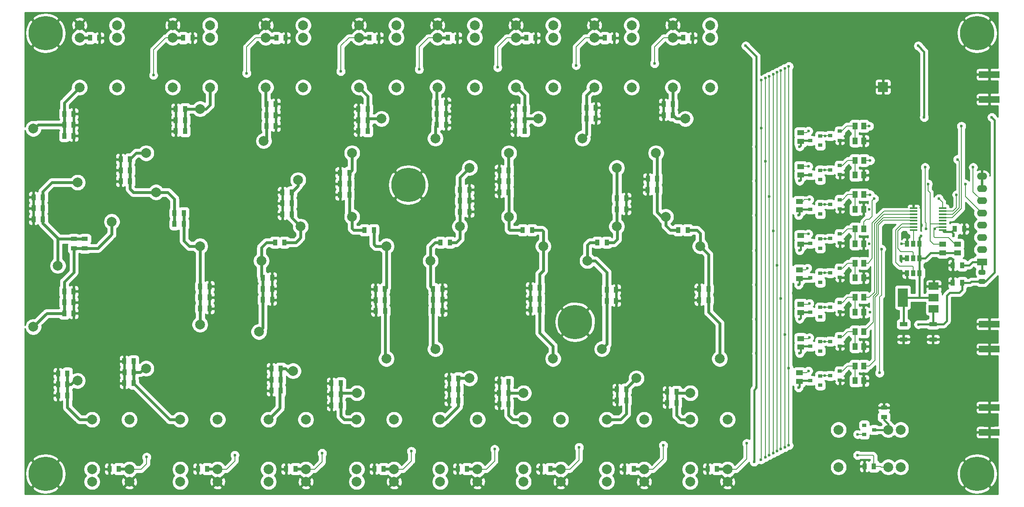
<source format=gbl>
G04 #@! TF.GenerationSoftware,KiCad,Pcbnew,5.1.12-84ad8e8a86~92~ubuntu20.04.1*
G04 #@! TF.CreationDate,2022-02-12T14:31:20-08:00*
G04 #@! TF.ProjectId,lp_filter_8_bands,6c705f66-696c-4746-9572-5f385f62616e,rev?*
G04 #@! TF.SameCoordinates,Original*
G04 #@! TF.FileFunction,Copper,L2,Bot*
G04 #@! TF.FilePolarity,Positive*
%FSLAX46Y46*%
G04 Gerber Fmt 4.6, Leading zero omitted, Abs format (unit mm)*
G04 Created by KiCad (PCBNEW 5.1.12-84ad8e8a86~92~ubuntu20.04.1) date 2022-02-12 14:31:20*
%MOMM*%
%LPD*%
G01*
G04 APERTURE LIST*
G04 #@! TA.AperFunction,ComponentPad*
%ADD10C,2.000000*%
G04 #@! TD*
G04 #@! TA.AperFunction,SMDPad,CuDef*
%ADD11R,4.200000X1.350000*%
G04 #@! TD*
G04 #@! TA.AperFunction,SMDPad,CuDef*
%ADD12R,1.600000X0.900000*%
G04 #@! TD*
G04 #@! TA.AperFunction,SMDPad,CuDef*
%ADD13R,0.900000X1.300000*%
G04 #@! TD*
G04 #@! TA.AperFunction,SMDPad,CuDef*
%ADD14R,1.300000X0.900000*%
G04 #@! TD*
G04 #@! TA.AperFunction,SMDPad,CuDef*
%ADD15R,0.900000X0.800000*%
G04 #@! TD*
G04 #@! TA.AperFunction,ComponentPad*
%ADD16O,2.100000X1.400000*%
G04 #@! TD*
G04 #@! TA.AperFunction,ComponentPad*
%ADD17R,2.100000X1.400000*%
G04 #@! TD*
G04 #@! TA.AperFunction,SMDPad,CuDef*
%ADD18R,1.400000X1.100000*%
G04 #@! TD*
G04 #@! TA.AperFunction,ComponentPad*
%ADD19R,2.032000X2.032000*%
G04 #@! TD*
G04 #@! TA.AperFunction,SMDPad,CuDef*
%ADD20R,1.100000X1.400000*%
G04 #@! TD*
G04 #@! TA.AperFunction,SMDPad,CuDef*
%ADD21R,0.965200X1.270000*%
G04 #@! TD*
G04 #@! TA.AperFunction,SMDPad,CuDef*
%ADD22R,1.500000X0.450000*%
G04 #@! TD*
G04 #@! TA.AperFunction,SMDPad,CuDef*
%ADD23R,2.000000X3.800000*%
G04 #@! TD*
G04 #@! TA.AperFunction,SMDPad,CuDef*
%ADD24R,2.000000X1.500000*%
G04 #@! TD*
G04 #@! TA.AperFunction,ComponentPad*
%ADD25C,0.800000*%
G04 #@! TD*
G04 #@! TA.AperFunction,ComponentPad*
%ADD26C,7.000000*%
G04 #@! TD*
G04 #@! TA.AperFunction,ViaPad*
%ADD27C,0.600000*%
G04 #@! TD*
G04 #@! TA.AperFunction,Conductor*
%ADD28C,0.200000*%
G04 #@! TD*
G04 #@! TA.AperFunction,Conductor*
%ADD29C,0.400000*%
G04 #@! TD*
G04 #@! TA.AperFunction,Conductor*
%ADD30C,0.600000*%
G04 #@! TD*
G04 #@! TA.AperFunction,Conductor*
%ADD31C,0.254000*%
G04 #@! TD*
G04 #@! TA.AperFunction,Conductor*
%ADD32C,0.100000*%
G04 #@! TD*
G04 APERTURE END LIST*
D10*
X229420000Y-143640000D03*
X226880000Y-143640000D03*
X229420000Y-136020000D03*
X226880000Y-136020000D03*
X216720000Y-136020000D03*
X216720000Y-143640000D03*
X88540000Y-53380000D03*
X88540000Y-55920000D03*
X80920000Y-53380000D03*
X80920000Y-55920000D03*
X80920000Y-66080000D03*
X88540000Y-66080000D03*
D11*
X247500000Y-131450000D03*
X247500000Y-136550000D03*
X247500000Y-114450000D03*
X247500000Y-119550000D03*
X247500000Y-63450000D03*
X247500000Y-68550000D03*
D10*
X124500000Y-121500000D03*
X118500000Y-128500000D03*
X117500000Y-92500000D03*
X124500000Y-98500000D03*
X123500000Y-72500000D03*
X117500000Y-79500000D03*
X134500000Y-119500000D03*
X141500000Y-125500000D03*
X139500000Y-94500000D03*
X133500000Y-101500000D03*
X134500000Y-76500000D03*
X141500000Y-82500000D03*
X158500000Y-121500000D03*
X152500000Y-128500000D03*
X149500000Y-92500000D03*
X156500000Y-98500000D03*
X155500000Y-72500000D03*
X149500000Y-79500000D03*
X168500000Y-119500000D03*
X175500000Y-125500000D03*
X171500000Y-94500000D03*
X165500000Y-101500000D03*
X164500000Y-76500000D03*
X171500000Y-82500000D03*
X192500000Y-121500000D03*
X186500000Y-128500000D03*
X181500000Y-92500000D03*
X188500000Y-98500000D03*
X185500000Y-72500000D03*
X179500000Y-79500000D03*
X98500000Y-116000000D03*
X105500000Y-124000000D03*
X107000000Y-94500000D03*
X99000000Y-101500000D03*
X99500000Y-77000000D03*
X106500000Y-85000000D03*
X86500000Y-114500000D03*
X75500000Y-123500000D03*
X77500000Y-87500000D03*
X86500000Y-98500000D03*
X86500000Y-70500000D03*
X75500000Y-79500000D03*
X52500000Y-115000000D03*
X61500000Y-126000000D03*
X57500000Y-102500000D03*
X68500000Y-93500000D03*
X52500000Y-74500000D03*
X61500000Y-85500000D03*
D12*
X236010000Y-117550000D03*
X236010000Y-114450000D03*
X230010000Y-114450000D03*
X230010000Y-117550000D03*
D13*
X240447500Y-94990000D03*
X242352500Y-94990000D03*
X240047500Y-106010000D03*
X241952500Y-106010000D03*
X81297500Y-91750000D03*
X83202500Y-91750000D03*
X81297500Y-93990000D03*
X83202500Y-93990000D03*
X71047500Y-122010000D03*
X72952500Y-122010000D03*
X73000000Y-124250000D03*
X71095000Y-124250000D03*
X71047500Y-126510000D03*
X72952500Y-126510000D03*
X88452500Y-111240000D03*
X86547500Y-111240000D03*
X86547500Y-108990000D03*
X88452500Y-108990000D03*
X88452500Y-106740000D03*
X86547500Y-106740000D03*
X72202500Y-85260000D03*
X70297500Y-85260000D03*
X70297500Y-83010000D03*
X72202500Y-83010000D03*
X72202500Y-80760000D03*
X70297500Y-80760000D03*
X81547500Y-70510000D03*
X83452500Y-70510000D03*
X83452500Y-72760000D03*
X81547500Y-72760000D03*
X81547500Y-75010000D03*
X83452500Y-75010000D03*
X101797500Y-97760000D03*
X103702500Y-97760000D03*
X102952500Y-128010000D03*
X101047500Y-128010000D03*
X101047500Y-125760000D03*
X102952500Y-125760000D03*
X102952500Y-123510000D03*
X101047500Y-123510000D03*
X101202500Y-109490000D03*
X99297500Y-109490000D03*
X99297500Y-107240000D03*
X101202500Y-107240000D03*
X99297500Y-104990000D03*
X101202500Y-104990000D03*
X103297500Y-92010000D03*
X105202500Y-92010000D03*
X105202500Y-89760000D03*
X103297500Y-89760000D03*
X103297500Y-87510000D03*
X105202500Y-87510000D03*
X101952500Y-73990000D03*
X100047500Y-73990000D03*
X101952500Y-71740000D03*
X100047500Y-71740000D03*
X100047500Y-69490000D03*
X101952500Y-69490000D03*
X120047500Y-95240000D03*
X121952500Y-95240000D03*
X113297500Y-131010000D03*
X115202500Y-131010000D03*
X113297500Y-128760000D03*
X115202500Y-128760000D03*
X115202500Y-126510000D03*
X113297500Y-126510000D03*
X124250000Y-111750000D03*
X122345000Y-111750000D03*
X122297500Y-109510000D03*
X124202500Y-109510000D03*
X122297500Y-107260000D03*
X124202500Y-107260000D03*
X115047500Y-88010000D03*
X116952500Y-88010000D03*
X115047500Y-85760000D03*
X116952500Y-85760000D03*
X116952500Y-83510000D03*
X115047500Y-83510000D03*
X120702500Y-75010000D03*
X118797500Y-75010000D03*
X120702500Y-72760000D03*
X118797500Y-72760000D03*
X118797500Y-70510000D03*
X120702500Y-70510000D03*
X137452500Y-97760000D03*
X135547500Y-97760000D03*
X137297500Y-130010000D03*
X139202500Y-130010000D03*
X139202500Y-127760000D03*
X137297500Y-127760000D03*
X139202500Y-125510000D03*
X137297500Y-125510000D03*
X134047500Y-111740000D03*
X135952500Y-111740000D03*
X135952500Y-109490000D03*
X134047500Y-109490000D03*
X135952500Y-107240000D03*
X134047500Y-107240000D03*
X141452500Y-91490000D03*
X139547500Y-91490000D03*
X139547500Y-89240000D03*
X141452500Y-89240000D03*
X139547500Y-86990000D03*
X141452500Y-86990000D03*
X136702500Y-73740000D03*
X134797500Y-73740000D03*
X134797500Y-71490000D03*
X136702500Y-71490000D03*
X136702500Y-69240000D03*
X134797500Y-69240000D03*
X152297500Y-95240000D03*
X154202500Y-95240000D03*
X149452500Y-130760000D03*
X147547500Y-130760000D03*
X149405000Y-128500000D03*
X147500000Y-128500000D03*
X147547500Y-126260000D03*
X149452500Y-126260000D03*
X153897500Y-111510000D03*
X155802500Y-111510000D03*
X155802500Y-109260000D03*
X153897500Y-109260000D03*
X153897500Y-107010000D03*
X155802500Y-107010000D03*
X149452500Y-87510000D03*
X147547500Y-87510000D03*
X147547500Y-85260000D03*
X149452500Y-85260000D03*
X149452500Y-83010000D03*
X147547500Y-83010000D03*
X150797500Y-75010000D03*
X152702500Y-75010000D03*
X152702500Y-72760000D03*
X150797500Y-72760000D03*
X152702500Y-70510000D03*
X150797500Y-70510000D03*
X167547500Y-97760000D03*
X169452500Y-97760000D03*
X173452500Y-130010000D03*
X171547500Y-130010000D03*
X173452500Y-127760000D03*
X171547500Y-127760000D03*
X171352500Y-109690000D03*
X169447500Y-109690000D03*
X171352500Y-107440000D03*
X169447500Y-107440000D03*
X173452500Y-90990000D03*
X171547500Y-90990000D03*
X171547500Y-88740000D03*
X173452500Y-88740000D03*
X165297500Y-72490000D03*
X167202500Y-72490000D03*
X167202500Y-70240000D03*
X165297500Y-70240000D03*
X184047500Y-95240000D03*
X185952500Y-95240000D03*
X181797500Y-130510000D03*
X183702500Y-130510000D03*
X181797500Y-128260000D03*
X183702500Y-128260000D03*
X188297500Y-109510000D03*
X190202500Y-109510000D03*
X190202500Y-107260000D03*
X188297500Y-107260000D03*
X177797500Y-87010000D03*
X179702500Y-87010000D03*
X179750000Y-84750000D03*
X177845000Y-84750000D03*
X182952500Y-71760000D03*
X181047500Y-71760000D03*
X182952500Y-69510000D03*
X181047500Y-69510000D03*
D14*
X60760000Y-97047500D03*
X60760000Y-98952500D03*
X63010000Y-98952500D03*
X63010000Y-97047500D03*
D13*
X59452500Y-129010000D03*
X57547500Y-129010000D03*
X57547500Y-126750000D03*
X59452500Y-126750000D03*
X59452500Y-124510000D03*
X57547500Y-124510000D03*
X60702500Y-112240000D03*
X58797500Y-112240000D03*
X60702500Y-109990000D03*
X58797500Y-109990000D03*
X58797500Y-107740000D03*
X60702500Y-107740000D03*
X52547500Y-88510000D03*
X54452500Y-88510000D03*
X52547500Y-90760000D03*
X54452500Y-90760000D03*
X52547500Y-93010000D03*
X54452500Y-93010000D03*
X58797500Y-75990000D03*
X60702500Y-75990000D03*
X60702500Y-73740000D03*
X58797500Y-73740000D03*
X58797500Y-71490000D03*
X60702500Y-71490000D03*
D15*
X221990000Y-136980000D03*
X221990000Y-135080000D03*
X223990000Y-136030000D03*
X211010000Y-83970000D03*
X213010000Y-84920000D03*
X213010000Y-83020000D03*
X213010000Y-90020000D03*
X213010000Y-91920000D03*
X211010000Y-90970000D03*
X211010000Y-97970000D03*
X213010000Y-98920000D03*
X213010000Y-97020000D03*
X213010000Y-104020000D03*
X213010000Y-105920000D03*
X211010000Y-104970000D03*
X211010000Y-111970000D03*
X213010000Y-112920000D03*
X213010000Y-111020000D03*
X211010000Y-118970000D03*
X213010000Y-119920000D03*
X213010000Y-118020000D03*
X213010000Y-125020000D03*
X213010000Y-126920000D03*
X211010000Y-125970000D03*
X213010000Y-76020000D03*
X213010000Y-77920000D03*
X211010000Y-76970000D03*
D16*
X246000000Y-99250000D03*
X246000000Y-96750000D03*
D17*
X246000000Y-101750000D03*
D16*
X246000000Y-94250000D03*
X246000000Y-91750000D03*
X246000000Y-89250000D03*
X246000000Y-86750000D03*
X246000000Y-84250000D03*
D10*
X82460000Y-133920000D03*
X90080000Y-133920000D03*
X90080000Y-144080000D03*
X90080000Y-146620000D03*
X82460000Y-144080000D03*
X82460000Y-146620000D03*
X100460000Y-133920000D03*
X108080000Y-133920000D03*
X108080000Y-144080000D03*
X108080000Y-146620000D03*
X100460000Y-144080000D03*
X100460000Y-146620000D03*
X107540000Y-53380000D03*
X107540000Y-55920000D03*
X99920000Y-53380000D03*
X99920000Y-55920000D03*
X99920000Y-66080000D03*
X107540000Y-66080000D03*
X118460000Y-146620000D03*
X118460000Y-144080000D03*
X126080000Y-146620000D03*
X126080000Y-144080000D03*
X126080000Y-133920000D03*
X118460000Y-133920000D03*
X126540000Y-66080000D03*
X118920000Y-66080000D03*
X118920000Y-55920000D03*
X118920000Y-53380000D03*
X126540000Y-55920000D03*
X126540000Y-53380000D03*
X135460000Y-146620000D03*
X135460000Y-144080000D03*
X143080000Y-146620000D03*
X143080000Y-144080000D03*
X143080000Y-133920000D03*
X135460000Y-133920000D03*
X142540000Y-66080000D03*
X134920000Y-66080000D03*
X134920000Y-55920000D03*
X134920000Y-53380000D03*
X142540000Y-55920000D03*
X142540000Y-53380000D03*
X152460000Y-146620000D03*
X152460000Y-144080000D03*
X160080000Y-146620000D03*
X160080000Y-144080000D03*
X160080000Y-133920000D03*
X152460000Y-133920000D03*
X158540000Y-66080000D03*
X150920000Y-66080000D03*
X150920000Y-55920000D03*
X150920000Y-53380000D03*
X158540000Y-55920000D03*
X158540000Y-53380000D03*
X169460000Y-133920000D03*
X177080000Y-133920000D03*
X177080000Y-144080000D03*
X177080000Y-146620000D03*
X169460000Y-144080000D03*
X169460000Y-146620000D03*
X174540000Y-53380000D03*
X174540000Y-55920000D03*
X166920000Y-53380000D03*
X166920000Y-55920000D03*
X166920000Y-66080000D03*
X174540000Y-66080000D03*
X186460000Y-146620000D03*
X186460000Y-144080000D03*
X194080000Y-146620000D03*
X194080000Y-144080000D03*
X194080000Y-133920000D03*
X186460000Y-133920000D03*
X190540000Y-66080000D03*
X182920000Y-66080000D03*
X182920000Y-55920000D03*
X182920000Y-53380000D03*
X190540000Y-55920000D03*
X190540000Y-53380000D03*
X64460000Y-146620000D03*
X64460000Y-144080000D03*
X72080000Y-146620000D03*
X72080000Y-144080000D03*
X72080000Y-133920000D03*
X64460000Y-133920000D03*
X69540000Y-66080000D03*
X61920000Y-66080000D03*
X61920000Y-55920000D03*
X61920000Y-53380000D03*
X69540000Y-55920000D03*
X69540000Y-53380000D03*
D18*
X209010000Y-82250000D03*
X209010000Y-84000000D03*
X208760000Y-91125000D03*
X208760000Y-89375000D03*
X209010000Y-98125000D03*
X209010000Y-96375000D03*
X208760000Y-103375000D03*
X208760000Y-105125000D03*
X209010000Y-110375000D03*
X209010000Y-112125000D03*
X209010000Y-117375000D03*
X209010000Y-119125000D03*
X208760000Y-126125000D03*
X208760000Y-124375000D03*
X209010000Y-77125000D03*
X209010000Y-75375000D03*
D19*
X225800000Y-66000000D03*
D15*
X215010000Y-75970000D03*
X217010000Y-76920000D03*
X217010000Y-75020000D03*
X217010000Y-82020000D03*
X217010000Y-83920000D03*
X215010000Y-82970000D03*
X217010000Y-89020000D03*
X217010000Y-90920000D03*
X215010000Y-89970000D03*
X217010000Y-96000000D03*
X217010000Y-97900000D03*
X215010000Y-96950000D03*
X215010000Y-103970000D03*
X217010000Y-104920000D03*
X217010000Y-103020000D03*
X217010000Y-110020000D03*
X217010000Y-111920000D03*
X215010000Y-110970000D03*
X215010000Y-117970000D03*
X217010000Y-118920000D03*
X217010000Y-117020000D03*
X215010000Y-124970000D03*
X217010000Y-125920000D03*
X217010000Y-124020000D03*
D20*
X220125000Y-73990000D03*
X221875000Y-73990000D03*
X220125000Y-77010000D03*
X221875000Y-77010000D03*
X220125000Y-80990000D03*
X221875000Y-80990000D03*
X220125000Y-84010000D03*
X221875000Y-84010000D03*
D18*
X241010000Y-99875000D03*
X241010000Y-98125000D03*
X238010000Y-98125000D03*
X238010000Y-99875000D03*
D20*
X220125000Y-87990000D03*
X221875000Y-87990000D03*
X220125000Y-91010000D03*
X221875000Y-91010000D03*
X220125000Y-94990000D03*
X221875000Y-94990000D03*
X220125000Y-98010000D03*
X221875000Y-98010000D03*
X220125000Y-101990000D03*
X221875000Y-101990000D03*
X220125000Y-105010000D03*
X221875000Y-105010000D03*
X220125000Y-108990000D03*
X221875000Y-108990000D03*
X220125000Y-112010000D03*
X221875000Y-112010000D03*
X220125000Y-115990000D03*
X221875000Y-115990000D03*
X221875000Y-119010000D03*
X220125000Y-119010000D03*
X221875000Y-122990000D03*
X220125000Y-122990000D03*
X220125000Y-126010000D03*
X221875000Y-126010000D03*
D21*
X230730000Y-98000000D03*
X232000000Y-98000000D03*
X233270000Y-98000000D03*
X233270000Y-101000000D03*
X232000000Y-101000000D03*
X230730000Y-101000000D03*
X233270000Y-104000000D03*
X232000000Y-104000000D03*
X230730000Y-104000000D03*
D22*
X232050000Y-95275000D03*
X232050000Y-94625000D03*
X232050000Y-93975000D03*
X232050000Y-93325000D03*
X232050000Y-92675000D03*
X232050000Y-92025000D03*
X232050000Y-91375000D03*
X232050000Y-90725000D03*
X237950000Y-90725000D03*
X237950000Y-91375000D03*
X237950000Y-92025000D03*
X237950000Y-92675000D03*
X237950000Y-93325000D03*
X237950000Y-93975000D03*
X237950000Y-94625000D03*
X237950000Y-95275000D03*
D23*
X229850000Y-109000000D03*
D24*
X236150000Y-109000000D03*
X236150000Y-111300000D03*
X236150000Y-106700000D03*
D13*
X240047500Y-102410000D03*
X241952500Y-102410000D03*
X87952500Y-144010000D03*
X86047500Y-144010000D03*
X84952500Y-55990000D03*
X83047500Y-55990000D03*
X104047500Y-144010000D03*
X105952500Y-144010000D03*
X102047500Y-55990000D03*
X103952500Y-55990000D03*
X123952500Y-144010000D03*
X122047500Y-144010000D03*
X122952500Y-55990000D03*
X121047500Y-55990000D03*
X140952500Y-144010000D03*
X139047500Y-144010000D03*
X138952500Y-55990000D03*
X137047500Y-55990000D03*
X157952500Y-144010000D03*
X156047500Y-144010000D03*
X154952500Y-55990000D03*
X153047500Y-55990000D03*
X174952500Y-144010000D03*
X173047500Y-144010000D03*
X170952500Y-55990000D03*
X169047500Y-55990000D03*
X190047500Y-144010000D03*
X191952500Y-144010000D03*
X185047500Y-55990000D03*
X186952500Y-55990000D03*
X69952500Y-144010000D03*
X68047500Y-144010000D03*
X65952500Y-55990000D03*
X64047500Y-55990000D03*
D14*
X226000000Y-131500000D03*
X226000000Y-133405000D03*
D13*
X222047500Y-143490000D03*
X223952500Y-143490000D03*
G04 #@! TA.AperFunction,SMDPad,CuDef*
G36*
G01*
X245543750Y-103375000D02*
X246456250Y-103375000D01*
G75*
G02*
X246700000Y-103618750I0J-243750D01*
G01*
X246700000Y-104106250D01*
G75*
G02*
X246456250Y-104350000I-243750J0D01*
G01*
X245543750Y-104350000D01*
G75*
G02*
X245300000Y-104106250I0J243750D01*
G01*
X245300000Y-103618750D01*
G75*
G02*
X245543750Y-103375000I243750J0D01*
G01*
G37*
G04 #@! TD.AperFunction*
G04 #@! TA.AperFunction,SMDPad,CuDef*
G36*
G01*
X245543750Y-105250000D02*
X246456250Y-105250000D01*
G75*
G02*
X246700000Y-105493750I0J-243750D01*
G01*
X246700000Y-105981250D01*
G75*
G02*
X246456250Y-106225000I-243750J0D01*
G01*
X245543750Y-106225000D01*
G75*
G02*
X245300000Y-105981250I0J243750D01*
G01*
X245300000Y-105493750D01*
G75*
G02*
X245543750Y-105250000I243750J0D01*
G01*
G37*
G04 #@! TD.AperFunction*
D25*
X56856155Y-53143845D03*
X55000000Y-52375000D03*
X53143845Y-53143845D03*
X52375000Y-55000000D03*
X53143845Y-56856155D03*
X55000000Y-57625000D03*
X56856155Y-56856155D03*
X57625000Y-55000000D03*
D26*
X55000000Y-55000000D03*
X245000000Y-55000000D03*
D25*
X247625000Y-55000000D03*
X246856155Y-56856155D03*
X245000000Y-57625000D03*
X243143845Y-56856155D03*
X242375000Y-55000000D03*
X243143845Y-53143845D03*
X245000000Y-52375000D03*
X246856155Y-53143845D03*
X246856155Y-143143845D03*
X245000000Y-142375000D03*
X243143845Y-143143845D03*
X242375000Y-145000000D03*
X243143845Y-146856155D03*
X245000000Y-147625000D03*
X246856155Y-146856155D03*
X247625000Y-145000000D03*
D26*
X245000000Y-145000000D03*
X55000000Y-145000000D03*
D25*
X57625000Y-145000000D03*
X56856155Y-146856155D03*
X55000000Y-147625000D03*
X53143845Y-146856155D03*
X52375000Y-145000000D03*
X53143845Y-143143845D03*
X55000000Y-142375000D03*
X56856155Y-143143845D03*
X130856155Y-84143845D03*
X129000000Y-83375000D03*
X127143845Y-84143845D03*
X126375000Y-86000000D03*
X127143845Y-87856155D03*
X129000000Y-88625000D03*
X130856155Y-87856155D03*
X131625000Y-86000000D03*
D26*
X129000000Y-86000000D03*
X163000000Y-114000000D03*
D25*
X165625000Y-114000000D03*
X164856155Y-115856155D03*
X163000000Y-116625000D03*
X161143845Y-115856155D03*
X160375000Y-114000000D03*
X161143845Y-112143845D03*
X163000000Y-111375000D03*
X164856155Y-112143845D03*
D27*
X232000000Y-89800000D03*
X242400000Y-96400000D03*
X229600000Y-98000000D03*
X229600000Y-101000000D03*
X229600000Y-104000000D03*
X238800000Y-106000000D03*
X238000000Y-106800000D03*
X230000000Y-118800000D03*
X236000000Y-118800000D03*
X223000000Y-119000000D03*
X221900000Y-124500000D03*
X223200000Y-112000000D03*
X223000000Y-105000000D03*
X223000000Y-98000000D03*
X223000000Y-91000000D03*
X223000000Y-84000000D03*
X223000000Y-77000000D03*
X218200000Y-118800000D03*
X218200000Y-126000000D03*
X218200000Y-105000000D03*
X218200000Y-97800000D03*
X218200000Y-91000000D03*
X218200000Y-84000000D03*
X218200000Y-77000000D03*
X179600000Y-69600000D03*
X179600000Y-71200000D03*
X168600000Y-70400000D03*
X168600000Y-72800000D03*
X176400000Y-84800000D03*
X176400000Y-87200000D03*
X174800000Y-88800000D03*
X174800000Y-91200000D03*
X187000000Y-107200000D03*
X172600000Y-107400000D03*
X172600000Y-109800000D03*
X176400000Y-84000000D03*
X176400000Y-85600000D03*
X176400000Y-86400000D03*
X176400000Y-88000000D03*
X174800000Y-88000000D03*
X174800000Y-89600000D03*
X174800000Y-90400000D03*
X174800000Y-92000000D03*
X179600000Y-68800000D03*
X179600000Y-70400000D03*
X179600000Y-72000000D03*
X179600000Y-72800000D03*
X168600000Y-69600000D03*
X168600000Y-71200000D03*
X168600000Y-72000000D03*
X168600000Y-73600000D03*
X172600000Y-106600000D03*
X172600000Y-108200000D03*
X172600000Y-109000000D03*
X172600000Y-110600000D03*
X187000000Y-106400000D03*
X187000000Y-108000000D03*
X187000000Y-108800000D03*
X180400000Y-127200000D03*
X180400000Y-128000000D03*
X180400000Y-128800000D03*
X180400000Y-129600000D03*
X180400000Y-130400000D03*
X180400000Y-131200000D03*
X170200000Y-127000000D03*
X170200000Y-127800000D03*
X170200000Y-128600000D03*
X170200000Y-129400000D03*
X170200000Y-130200000D03*
X170200000Y-131000000D03*
X248400000Y-61600000D03*
X247600000Y-61600000D03*
X246800000Y-61600000D03*
X246000000Y-61600000D03*
X248600000Y-70400000D03*
X247800000Y-70400000D03*
X247000000Y-70400000D03*
X246200000Y-70400000D03*
X149400000Y-71400000D03*
X149400000Y-73800000D03*
X149400000Y-70600000D03*
X149400000Y-72200000D03*
X149400000Y-73000000D03*
X149400000Y-74600000D03*
X138200000Y-72800000D03*
X138200000Y-69600000D03*
X138200000Y-70400000D03*
X138200000Y-72000000D03*
X138200000Y-73600000D03*
X138200000Y-71200000D03*
X117200000Y-73800000D03*
X117200000Y-73000000D03*
X117200000Y-71400000D03*
X117200000Y-72200000D03*
X117200000Y-74600000D03*
X117200000Y-70600000D03*
X103600000Y-73800000D03*
X103600000Y-69800000D03*
X103600000Y-70600000D03*
X103600000Y-73000000D03*
X103600000Y-72200000D03*
X103600000Y-71400000D03*
X146000000Y-83200000D03*
X146000000Y-84000000D03*
X146000000Y-84800000D03*
X146000000Y-87200000D03*
X146000000Y-86400000D03*
X146000000Y-85600000D03*
X143000000Y-87200000D03*
X143000000Y-91200000D03*
X143000000Y-88000000D03*
X143000000Y-90400000D03*
X143000000Y-89600000D03*
X143000000Y-88800000D03*
X152400000Y-111400000D03*
X152400000Y-109000000D03*
X152400000Y-110600000D03*
X152400000Y-107400000D03*
X152400000Y-108200000D03*
X152400000Y-109800000D03*
X137400000Y-107600000D03*
X137400000Y-110800000D03*
X137400000Y-108400000D03*
X137400000Y-109200000D03*
X137400000Y-110000000D03*
X137400000Y-111600000D03*
X120800000Y-110800000D03*
X120800000Y-111600000D03*
X120800000Y-107600000D03*
X120800000Y-110000000D03*
X120800000Y-108400000D03*
X120800000Y-109200000D03*
X113600000Y-83800000D03*
X113600000Y-84600000D03*
X113600000Y-87000000D03*
X113600000Y-85400000D03*
X113600000Y-86200000D03*
X113600000Y-87800000D03*
X102800000Y-109200000D03*
X102800000Y-106800000D03*
X102800000Y-106000000D03*
X102800000Y-107600000D03*
X102800000Y-108400000D03*
X102800000Y-105200000D03*
X101800000Y-87800000D03*
X101800000Y-91000000D03*
X101800000Y-88600000D03*
X101800000Y-89400000D03*
X101800000Y-91800000D03*
X101800000Y-90200000D03*
X62200000Y-71800000D03*
X62200000Y-74200000D03*
X62200000Y-73400000D03*
X62200000Y-75000000D03*
X62200000Y-75800000D03*
X62200000Y-72600000D03*
X80000000Y-73200000D03*
X80000000Y-71600000D03*
X80000000Y-72400000D03*
X80000000Y-74800000D03*
X80000000Y-70800000D03*
X80000000Y-74000000D03*
X68800000Y-81000000D03*
X68800000Y-82600000D03*
X68800000Y-85000000D03*
X68800000Y-83400000D03*
X68800000Y-84200000D03*
X68800000Y-81800000D03*
X51000000Y-91000000D03*
X51000000Y-90200000D03*
X51000000Y-91800000D03*
X51000000Y-88600000D03*
X51000000Y-89400000D03*
X51000000Y-92600000D03*
X62200000Y-112000000D03*
X62200000Y-111200000D03*
X62200000Y-110400000D03*
X62200000Y-109600000D03*
X62200000Y-108800000D03*
X62200000Y-108000000D03*
X56000000Y-125400000D03*
X56000000Y-127800000D03*
X56000000Y-128600000D03*
X56000000Y-127000000D03*
X56000000Y-126200000D03*
X56000000Y-124600000D03*
X69600000Y-123200000D03*
X69600000Y-125600000D03*
X69600000Y-126400000D03*
X69600000Y-124800000D03*
X69600000Y-124000000D03*
X69600000Y-122400000D03*
X90000000Y-109600000D03*
X90000000Y-110400000D03*
X90000000Y-111200000D03*
X90000000Y-107200000D03*
X90000000Y-108000000D03*
X90000000Y-108800000D03*
X99600000Y-124600000D03*
X99600000Y-126200000D03*
X99600000Y-127000000D03*
X99600000Y-127800000D03*
X99600000Y-125400000D03*
X99600000Y-123800000D03*
X111800000Y-127600000D03*
X111800000Y-126800000D03*
X111800000Y-129200000D03*
X111800000Y-128400000D03*
X111800000Y-130800000D03*
X111800000Y-130000000D03*
X135800000Y-129000000D03*
X135800000Y-126600000D03*
X135800000Y-128200000D03*
X135800000Y-125800000D03*
X135800000Y-127400000D03*
X135800000Y-129800000D03*
X146000000Y-128000000D03*
X146000000Y-129600000D03*
X146000000Y-126400000D03*
X146000000Y-130400000D03*
X146000000Y-128800000D03*
X146000000Y-127200000D03*
X68000000Y-140200000D03*
X86000000Y-140000000D03*
X104000000Y-140000000D03*
X122000000Y-140000000D03*
X140000000Y-138000000D03*
X156000000Y-138000000D03*
X174000000Y-138000000D03*
X190000000Y-138000000D03*
X65800000Y-60000000D03*
X84000000Y-60000000D03*
X104000000Y-60000000D03*
X122000000Y-60000000D03*
X138000000Y-60000000D03*
X154200000Y-60000000D03*
X170000000Y-60000000D03*
X185800000Y-60000000D03*
X248400000Y-112600000D03*
X247600000Y-112600000D03*
X246800000Y-112600000D03*
X246000000Y-112600000D03*
X248600000Y-121400000D03*
X247000000Y-121400000D03*
X246200000Y-121400000D03*
X247800000Y-121400000D03*
X245900000Y-129600000D03*
X246800000Y-129600000D03*
X248600000Y-129600000D03*
X247700000Y-129600000D03*
X247000000Y-138400000D03*
X247800000Y-138400000D03*
X246200000Y-138400000D03*
X248600000Y-138400000D03*
X74000000Y-52000000D03*
X76000000Y-52000000D03*
X94000000Y-52000000D03*
X95800000Y-52000000D03*
X112000000Y-52000000D03*
X114000000Y-52000000D03*
X130000000Y-52000000D03*
X146000000Y-52000000D03*
X148000000Y-52000000D03*
X162000000Y-52000000D03*
X164000000Y-52000000D03*
X178000000Y-52000000D03*
X180000000Y-52000000D03*
X194000000Y-52000000D03*
X196000000Y-52000000D03*
X228500000Y-52000000D03*
X228000000Y-60000000D03*
X228000000Y-76000000D03*
X228000000Y-84000000D03*
X241400000Y-118200000D03*
X240400000Y-119200000D03*
X196000000Y-70000000D03*
X196000000Y-78000000D03*
X196000000Y-86000000D03*
X196000000Y-94000000D03*
X196000000Y-102000000D03*
X196000000Y-110000000D03*
X196000000Y-118000000D03*
X198400000Y-128500000D03*
X197600000Y-146000000D03*
X182000000Y-148000000D03*
X164000000Y-148000000D03*
X148000000Y-148000000D03*
X146000000Y-148000000D03*
X132000000Y-148000000D03*
X130000000Y-148000000D03*
X114000000Y-148000000D03*
X112000000Y-148000000D03*
X96000000Y-148000000D03*
X94000000Y-148000000D03*
X78000000Y-148000000D03*
X76000000Y-148000000D03*
X180000000Y-148000000D03*
X166000000Y-148000000D03*
X52000000Y-64000000D03*
X52000000Y-80000000D03*
X52000000Y-110000000D03*
X52000000Y-124000000D03*
X246000000Y-80200000D03*
X196800000Y-55600000D03*
X188200000Y-56000000D03*
X172200000Y-56000000D03*
X156200000Y-56000000D03*
X140200000Y-56000000D03*
X124200000Y-56000000D03*
X105200000Y-56000000D03*
X67200000Y-56000000D03*
X66800000Y-144000000D03*
X84800000Y-144000000D03*
X102800000Y-144000000D03*
X120800000Y-144000000D03*
X137800000Y-144000000D03*
X154800000Y-144000000D03*
X171800000Y-144000000D03*
X188800000Y-144000000D03*
X207675000Y-134500000D03*
X230000000Y-82400000D03*
X230000000Y-85800000D03*
X238800000Y-102400000D03*
X228200000Y-124000000D03*
X232100000Y-124200000D03*
X235800000Y-121700000D03*
X240600000Y-122900000D03*
X244200000Y-119400000D03*
X244400000Y-115700000D03*
X233600000Y-142200000D03*
X234900000Y-144800000D03*
X236600000Y-140800000D03*
X240000000Y-141100000D03*
X239900000Y-137600000D03*
X243700000Y-137400000D03*
X214400000Y-146800000D03*
X216400000Y-148400000D03*
X212300000Y-148000000D03*
X209100000Y-148000000D03*
X205900000Y-148000000D03*
X202700000Y-148000000D03*
X199300000Y-148000000D03*
X196700000Y-148000000D03*
X238900000Y-116500000D03*
X207700000Y-128500000D03*
X207700000Y-129500000D03*
X207700000Y-130500000D03*
X198400000Y-129500000D03*
X198400000Y-130500000D03*
X198400000Y-131500000D03*
X198400000Y-132500000D03*
X198400000Y-135500000D03*
X198400000Y-136500000D03*
X198400000Y-134500000D03*
X198400000Y-133500000D03*
X207700000Y-131500000D03*
X207700000Y-132500000D03*
X207700000Y-133500000D03*
X208300000Y-122300000D03*
X207700000Y-121700000D03*
X198800000Y-121700000D03*
X198800000Y-123000000D03*
X208500000Y-114700000D03*
X207700000Y-114800000D03*
X208200000Y-115400000D03*
X198800000Y-114300000D03*
X198800000Y-115100000D03*
X198800000Y-115900000D03*
X208100000Y-107600000D03*
X208800000Y-108100000D03*
X207500000Y-108100000D03*
X198800000Y-107200000D03*
X198800000Y-108000000D03*
X198800000Y-108800000D03*
X207700000Y-100500000D03*
X208400000Y-100900000D03*
X207600000Y-101300000D03*
X198800000Y-100500000D03*
X198800000Y-101400000D03*
X198800000Y-102200000D03*
X207700000Y-86400000D03*
X208400000Y-86700000D03*
X207700000Y-87300000D03*
X198900000Y-86100000D03*
X198900000Y-86900000D03*
X198900000Y-87700000D03*
X198800000Y-93100000D03*
X198800000Y-93900000D03*
X198800000Y-94700000D03*
X207900000Y-93300000D03*
X208700000Y-93800000D03*
X208000000Y-94300000D03*
X207800000Y-79400000D03*
X208600000Y-79800000D03*
X207700000Y-80200000D03*
X198900000Y-80800000D03*
X198900000Y-80000000D03*
X198900000Y-79200000D03*
X198900000Y-71900000D03*
X198900000Y-71100000D03*
X198900000Y-70300000D03*
X198900000Y-69500000D03*
X198900000Y-68700000D03*
X198900000Y-67900000D03*
X198900000Y-67100000D03*
X198900000Y-66300000D03*
X198900000Y-65500000D03*
X198900000Y-72700000D03*
X207600000Y-72600000D03*
X207600000Y-71800000D03*
X207600000Y-71000000D03*
X207600000Y-70200000D03*
X207600000Y-69400000D03*
X207600000Y-68600000D03*
X207600000Y-67800000D03*
X207600000Y-67000000D03*
X207600000Y-66200000D03*
X207600000Y-65400000D03*
X230900000Y-125100000D03*
X233600000Y-124200000D03*
X235100000Y-124200000D03*
X236400000Y-124200000D03*
X237800000Y-124200000D03*
X239500000Y-123800000D03*
X241600000Y-121800000D03*
X242800000Y-120600000D03*
X235200000Y-142100000D03*
X231900000Y-142200000D03*
X237700000Y-139800000D03*
X238800000Y-138700000D03*
X241000000Y-136400000D03*
X242000000Y-135400000D03*
X243100000Y-134300000D03*
X244000000Y-133400000D03*
X248600000Y-122400000D03*
X248600000Y-123300000D03*
X248600000Y-124200000D03*
X248600000Y-125100000D03*
X248600000Y-126000000D03*
X248600000Y-126900000D03*
X248600000Y-127800000D03*
X248600000Y-128700000D03*
X229200000Y-123100000D03*
X230300000Y-122000000D03*
X231700000Y-121700000D03*
X233000000Y-121700000D03*
X234400000Y-121700000D03*
X237300000Y-121700000D03*
X238500000Y-121000000D03*
X239400000Y-120100000D03*
X232000000Y-144800000D03*
X233500000Y-144800000D03*
X236600000Y-144500000D03*
X237800000Y-143300000D03*
X238900000Y-142200000D03*
X241000000Y-140100000D03*
X242000000Y-139100000D03*
X243000000Y-138100000D03*
X244500000Y-136600000D03*
X207650000Y-137500000D03*
X207675000Y-138500000D03*
X195200000Y-54000000D03*
X193500000Y-55600000D03*
X199300000Y-144700000D03*
X196000000Y-145100000D03*
X197800000Y-52000000D03*
X199700000Y-52000000D03*
X201500000Y-52000000D03*
X203200000Y-52000000D03*
X205000000Y-52000000D03*
X206800000Y-52000000D03*
X208400000Y-52000000D03*
X210000000Y-52000000D03*
X211800000Y-52000000D03*
X213600000Y-52000000D03*
X215400000Y-52000000D03*
X217100000Y-52000000D03*
X218700000Y-52000000D03*
X220200000Y-52000000D03*
X221800000Y-52000000D03*
X223400000Y-52000000D03*
X225100000Y-52000000D03*
X226700000Y-52000000D03*
X230200000Y-52000000D03*
X231900000Y-52000000D03*
X233600000Y-52000000D03*
X235400000Y-52000000D03*
X236500000Y-53200000D03*
X236500000Y-54700000D03*
X236500000Y-56000000D03*
X236500000Y-57400000D03*
X236500000Y-58700000D03*
X236500000Y-60100000D03*
X236500000Y-61400000D03*
X236800000Y-62900000D03*
X237700000Y-63900000D03*
X238600000Y-64800000D03*
X239500000Y-65700000D03*
X240500000Y-66600000D03*
X239100000Y-51100000D03*
X244300000Y-63400000D03*
X244300000Y-68500000D03*
X239100000Y-52500000D03*
X239100000Y-53800000D03*
X239100000Y-55200000D03*
X239100000Y-56400000D03*
X239100000Y-57800000D03*
X239100000Y-59000000D03*
X239100000Y-60200000D03*
X239400000Y-61700000D03*
X240400000Y-62800000D03*
X241400000Y-63800000D03*
X244400000Y-64600000D03*
X243500000Y-64600000D03*
X243900000Y-67200000D03*
X187000000Y-54300000D03*
X170900000Y-54400000D03*
X154900000Y-54300000D03*
X138900000Y-54300000D03*
X122900000Y-54300000D03*
X103900000Y-54300000D03*
X84900000Y-54300000D03*
X86200000Y-56000000D03*
X65900000Y-54400000D03*
X68100000Y-145600000D03*
X86100000Y-145600000D03*
X122100000Y-145500000D03*
X156000000Y-145500000D03*
X173100000Y-145600000D03*
X139000000Y-145500000D03*
X190100000Y-145500000D03*
X104000000Y-145400000D03*
X207675000Y-135500000D03*
X207675000Y-136500000D03*
X230500000Y-141500000D03*
X229500000Y-141500000D03*
X198400000Y-137500000D03*
X230900000Y-126500000D03*
X230900000Y-128000000D03*
X230900000Y-129500000D03*
X230900000Y-131000000D03*
X230900000Y-132500000D03*
X230900000Y-134000000D03*
X231500000Y-135000000D03*
X231500000Y-136500000D03*
X231000000Y-137500000D03*
X230000000Y-138000000D03*
X229000000Y-138000000D03*
X228000000Y-137500000D03*
X228500000Y-141500000D03*
X228200000Y-125500000D03*
X228200000Y-127000000D03*
X228200000Y-128500000D03*
X228200000Y-130000000D03*
X228200000Y-131500000D03*
X228200000Y-133000000D03*
X228200000Y-134500000D03*
X197800000Y-57600000D03*
X199520001Y-142579989D03*
X248000000Y-72200000D03*
X234200000Y-72200000D03*
X208600000Y-127400000D03*
X200000000Y-127400000D03*
X208800000Y-120400000D03*
X200000000Y-120400000D03*
X208800000Y-113400000D03*
X200000000Y-113400000D03*
X208600000Y-106400000D03*
X200000000Y-106400000D03*
X208800000Y-99400000D03*
X200000000Y-99400000D03*
X208600000Y-92200000D03*
X200000000Y-92200000D03*
X208800000Y-85200000D03*
X200000000Y-85200000D03*
X208800000Y-78200000D03*
X200000000Y-78200000D03*
X233000000Y-57600000D03*
X233030000Y-114510000D03*
X225500000Y-99100000D03*
X225100000Y-124400000D03*
X220620000Y-141210000D03*
X220624264Y-136945736D03*
X76999994Y-63600000D03*
X93600000Y-141179989D03*
X201800000Y-64200000D03*
X201800000Y-81200000D03*
X213970000Y-82970000D03*
X201799998Y-141650000D03*
X96000000Y-63200000D03*
X111400000Y-140779979D03*
X202600000Y-141200000D03*
X202600000Y-63800000D03*
X202600000Y-88400000D03*
X213970000Y-89970000D03*
X115200000Y-62799990D03*
X129600000Y-140379969D03*
X203400000Y-140800000D03*
X203400000Y-63400000D03*
X203400000Y-95400000D03*
X214000000Y-97000000D03*
X131200000Y-62399980D03*
X146600000Y-139979959D03*
X204200000Y-140400000D03*
X204200000Y-63000000D03*
X213970000Y-103970000D03*
X204200000Y-102400000D03*
X147200000Y-61999970D03*
X163800000Y-139579949D03*
X205000000Y-139979929D03*
X205000000Y-62600000D03*
X213970000Y-110970000D03*
X205000000Y-109200000D03*
X163200000Y-61599960D03*
X181000000Y-139179939D03*
X205800000Y-139600000D03*
X205800000Y-62200000D03*
X213970000Y-117970000D03*
X205800000Y-116600000D03*
X179200000Y-61199950D03*
X198000000Y-138779929D03*
X206600000Y-139200000D03*
X206600000Y-61800000D03*
X213970000Y-124970000D03*
X206600000Y-123400000D03*
X75600000Y-141579999D03*
X201000000Y-64600000D03*
X201000000Y-74400000D03*
X214000000Y-76000000D03*
X200925000Y-142125000D03*
X210600000Y-82200000D03*
X210800000Y-89000000D03*
X210600000Y-96000000D03*
X210400000Y-103000000D03*
X210800000Y-110200000D03*
X210800000Y-117200000D03*
X210600000Y-124000000D03*
X210600000Y-75000000D03*
X240199996Y-96400000D03*
X233599986Y-96400000D03*
X235000000Y-85800000D03*
X236374999Y-94974999D03*
X234600000Y-95000000D03*
X234400000Y-82400000D03*
X241800000Y-74000000D03*
X223000000Y-74000000D03*
X241000000Y-80800000D03*
X223200000Y-81000000D03*
X223200000Y-88000000D03*
X240799979Y-88000000D03*
X224000000Y-88800000D03*
X237200000Y-88800000D03*
X242600000Y-85800000D03*
X244200000Y-82400000D03*
D28*
X229600000Y-98000000D02*
X230730000Y-98000000D01*
X232050000Y-89850000D02*
X232000000Y-89800000D01*
X232050000Y-90725000D02*
X232050000Y-89850000D01*
X242400000Y-95037500D02*
X242352500Y-94990000D01*
X242400000Y-96400000D02*
X242400000Y-95037500D01*
D29*
X197800000Y-57600000D02*
X200000000Y-59800000D01*
X236010000Y-111440000D02*
X236150000Y-111300000D01*
X236010000Y-114450000D02*
X236010000Y-111440000D01*
X236010000Y-114450000D02*
X238150000Y-114450000D01*
X238150000Y-114450000D02*
X238800000Y-113800000D01*
X238800000Y-113800000D02*
X238800000Y-108600000D01*
X238800000Y-108600000D02*
X239400000Y-108000000D01*
X239400000Y-108000000D02*
X241400000Y-108000000D01*
X241952500Y-107447500D02*
X241952500Y-106010000D01*
X241400000Y-108000000D02*
X241952500Y-107447500D01*
X208915000Y-90970000D02*
X208760000Y-91125000D01*
X211010000Y-90970000D02*
X208915000Y-90970000D01*
X209165000Y-76970000D02*
X209010000Y-77125000D01*
X211010000Y-76970000D02*
X209165000Y-76970000D01*
X209165000Y-97970000D02*
X209010000Y-98125000D01*
X211010000Y-97970000D02*
X209165000Y-97970000D01*
X209165000Y-118970000D02*
X209010000Y-119125000D01*
X211010000Y-118970000D02*
X209165000Y-118970000D01*
X208915000Y-125970000D02*
X208760000Y-126125000D01*
X209165000Y-111970000D02*
X209010000Y-112125000D01*
X211010000Y-111970000D02*
X209165000Y-111970000D01*
X208760000Y-126125000D02*
X208760000Y-127240000D01*
X208760000Y-127240000D02*
X208600000Y-127400000D01*
X209010000Y-119125000D02*
X209010000Y-120190000D01*
X209010000Y-120190000D02*
X208800000Y-120400000D01*
X200000000Y-120400000D02*
X200000000Y-127400000D01*
X209010000Y-112125000D02*
X209010000Y-113190000D01*
X209010000Y-113190000D02*
X208800000Y-113400000D01*
X200000000Y-113400000D02*
X200000000Y-120400000D01*
X210855000Y-105125000D02*
X211010000Y-104970000D01*
X208760000Y-105125000D02*
X210855000Y-105125000D01*
X208760000Y-105125000D02*
X208760000Y-106240000D01*
X208760000Y-106240000D02*
X208600000Y-106400000D01*
X200000000Y-106400000D02*
X200000000Y-113400000D01*
X209010000Y-98125000D02*
X209010000Y-99190000D01*
X209010000Y-99190000D02*
X208800000Y-99400000D01*
X200000000Y-99400000D02*
X200000000Y-106400000D01*
X208760000Y-91125000D02*
X208760000Y-92040000D01*
X208760000Y-92040000D02*
X208600000Y-92200000D01*
X200000000Y-92200000D02*
X200000000Y-99400000D01*
X210980000Y-84000000D02*
X211010000Y-83970000D01*
X209010000Y-84000000D02*
X210980000Y-84000000D01*
X209010000Y-84000000D02*
X209010000Y-84990000D01*
X209010000Y-84990000D02*
X208800000Y-85200000D01*
X209010000Y-77125000D02*
X209010000Y-77990000D01*
X209010000Y-77990000D02*
X208800000Y-78200000D01*
X200000000Y-59800000D02*
X200000000Y-78200000D01*
X200000000Y-78200000D02*
X200000000Y-92200000D01*
X200000000Y-127400000D02*
X199520001Y-127879999D01*
X199520001Y-127879999D02*
X199520001Y-142579989D01*
X234200000Y-58800000D02*
X233000000Y-57600000D01*
X234200000Y-72200000D02*
X234200000Y-58800000D01*
X199579989Y-142579989D02*
X199520001Y-142579989D01*
X248600000Y-72800000D02*
X248000000Y-72200000D01*
X246700000Y-105737500D02*
X248600000Y-103837500D01*
X248600000Y-103837500D02*
X248600000Y-72800000D01*
X246000000Y-105737500D02*
X246700000Y-105737500D01*
X246000000Y-105737500D02*
X243862500Y-105737500D01*
X243590000Y-106010000D02*
X241952500Y-106010000D01*
X243862500Y-105737500D02*
X243590000Y-106010000D01*
X211010000Y-125970000D02*
X208915000Y-125970000D01*
X226870000Y-136030000D02*
X226880000Y-136020000D01*
X223990000Y-136030000D02*
X226870000Y-136030000D01*
X226000000Y-133405000D02*
X226000000Y-134000000D01*
X226880000Y-134880000D02*
X226880000Y-136020000D01*
X226000000Y-134000000D02*
X226880000Y-134880000D01*
X233090000Y-114450000D02*
X233030000Y-114510000D01*
X236010000Y-114450000D02*
X233090000Y-114450000D01*
D28*
X225500000Y-99100000D02*
X225500000Y-108500000D01*
X225100000Y-108900000D02*
X225100000Y-124400000D01*
X225500000Y-108500000D02*
X225100000Y-108900000D01*
X220620000Y-141210000D02*
X223760000Y-141210000D01*
X223952500Y-141402500D02*
X223952500Y-143490000D01*
X223760000Y-141210000D02*
X223952500Y-141402500D01*
X220658528Y-136980000D02*
X220624264Y-136945736D01*
X221990000Y-136980000D02*
X220658528Y-136980000D01*
X225440000Y-143640000D02*
X226880000Y-143640000D01*
X225290000Y-143490000D02*
X225440000Y-143640000D01*
X223952500Y-143490000D02*
X225290000Y-143490000D01*
X76999994Y-58400006D02*
X76999994Y-63600000D01*
X80920000Y-55920000D02*
X79480000Y-55920000D01*
X79480000Y-55920000D02*
X76999994Y-58400006D01*
X90080000Y-144080000D02*
X91920000Y-144080000D01*
X91920000Y-144080000D02*
X93600000Y-142400000D01*
X93600000Y-142400000D02*
X93600000Y-141179989D01*
X213060000Y-82970000D02*
X213010000Y-83020000D01*
X201800000Y-81200000D02*
X201800000Y-64400000D01*
X215010000Y-82970000D02*
X213970000Y-82970000D01*
X213970000Y-82970000D02*
X213060000Y-82970000D01*
X201800000Y-141649998D02*
X201799998Y-141650000D01*
X201800000Y-81200000D02*
X201800000Y-141649998D01*
X90010000Y-144010000D02*
X90080000Y-144080000D01*
D30*
X87952500Y-144010000D02*
X90010000Y-144010000D01*
D28*
X80990000Y-55990000D02*
X80920000Y-55920000D01*
D30*
X83047500Y-55990000D02*
X80990000Y-55990000D01*
D28*
X99920000Y-55920000D02*
X97880000Y-55920000D01*
X97880000Y-55920000D02*
X96000000Y-57800000D01*
X96000000Y-57800000D02*
X96000000Y-63200000D01*
X108080000Y-144080000D02*
X109920000Y-144080000D01*
X109920000Y-144080000D02*
X111400000Y-142600000D01*
X111400000Y-142600000D02*
X111400000Y-140779979D01*
X202600000Y-141200000D02*
X202600000Y-138000000D01*
X213060000Y-89970000D02*
X213010000Y-90020000D01*
X202600000Y-138000000D02*
X202600000Y-88400000D01*
X202600000Y-88400000D02*
X202600000Y-63800000D01*
X215010000Y-89970000D02*
X213970000Y-89970000D01*
X213970000Y-89970000D02*
X213060000Y-89970000D01*
X108010000Y-144010000D02*
X108080000Y-144080000D01*
D30*
X105952500Y-144010000D02*
X108010000Y-144010000D01*
D28*
X99990000Y-55990000D02*
X99920000Y-55920000D01*
D30*
X102047500Y-55990000D02*
X99990000Y-55990000D01*
D28*
X118920000Y-55920000D02*
X116880000Y-55920000D01*
X116880000Y-55920000D02*
X115200000Y-57600000D01*
X115200000Y-57600000D02*
X115200000Y-62799990D01*
X126080000Y-144080000D02*
X127920000Y-144080000D01*
X127920000Y-144080000D02*
X129600000Y-142400000D01*
X129600000Y-142400000D02*
X129600000Y-140379969D01*
X203400000Y-136200000D02*
X203400000Y-140800000D01*
X203400000Y-63400000D02*
X203400000Y-95200000D01*
X203400000Y-95200000D02*
X203400000Y-136200000D01*
X214940000Y-97020000D02*
X215010000Y-96950000D01*
X213980000Y-97020000D02*
X214940000Y-97020000D01*
X213980000Y-97020000D02*
X214000000Y-97000000D01*
X213010000Y-97020000D02*
X213980000Y-97020000D01*
X126010000Y-144010000D02*
X126080000Y-144080000D01*
D30*
X123952500Y-144010000D02*
X126010000Y-144010000D01*
D28*
X118990000Y-55990000D02*
X118920000Y-55920000D01*
D30*
X121047500Y-55990000D02*
X118990000Y-55990000D01*
D28*
X134920000Y-55920000D02*
X133080000Y-55920000D01*
X133080000Y-55920000D02*
X131200000Y-57800000D01*
X131200000Y-57800000D02*
X131200000Y-62399980D01*
X143080000Y-144080000D02*
X144920000Y-144080000D01*
X144920000Y-144080000D02*
X146600000Y-142400000D01*
X146600000Y-142400000D02*
X146600000Y-139979959D01*
X213060000Y-103970000D02*
X213010000Y-104020000D01*
X215010000Y-103970000D02*
X213970000Y-103970000D01*
X213970000Y-103970000D02*
X213060000Y-103970000D01*
X143010000Y-144010000D02*
X143080000Y-144080000D01*
D30*
X140952500Y-144010000D02*
X143010000Y-144010000D01*
D28*
X134990000Y-55990000D02*
X134920000Y-55920000D01*
D30*
X137047500Y-55990000D02*
X134990000Y-55990000D01*
D28*
X204200000Y-140400000D02*
X204200000Y-135800000D01*
X204200000Y-102400000D02*
X204200000Y-63000000D01*
X204200000Y-135800000D02*
X204200000Y-102400000D01*
X150920000Y-55920000D02*
X149080000Y-55920000D01*
X149080000Y-55920000D02*
X147200000Y-57800000D01*
X147200000Y-57800000D02*
X147200000Y-61999970D01*
X160080000Y-144080000D02*
X161920000Y-144080000D01*
X161920000Y-144080000D02*
X163800000Y-142200000D01*
X163800000Y-142200000D02*
X163800000Y-139579949D01*
X205000000Y-139979929D02*
X205000000Y-137200000D01*
X213060000Y-110970000D02*
X213010000Y-111020000D01*
X215010000Y-110970000D02*
X213970000Y-110970000D01*
X213970000Y-110970000D02*
X213060000Y-110970000D01*
X205000000Y-137200000D02*
X205000000Y-109200000D01*
X205000000Y-109200000D02*
X205000000Y-62600000D01*
X160010000Y-144010000D02*
X160080000Y-144080000D01*
D30*
X157952500Y-144010000D02*
X160010000Y-144010000D01*
D28*
X150990000Y-55990000D02*
X150920000Y-55920000D01*
D30*
X153047500Y-55990000D02*
X150990000Y-55990000D01*
D28*
X166920000Y-55920000D02*
X165080000Y-55920000D01*
X165080000Y-55920000D02*
X163200000Y-57800000D01*
X163200000Y-57800000D02*
X163200000Y-61599960D01*
X177080000Y-144080000D02*
X178920000Y-144080000D01*
X178920000Y-144080000D02*
X181000000Y-142000000D01*
X181000000Y-142000000D02*
X181000000Y-139179939D01*
X213060000Y-117970000D02*
X213010000Y-118020000D01*
X215010000Y-117970000D02*
X213970000Y-117970000D01*
X213970000Y-117970000D02*
X213060000Y-117970000D01*
X205800000Y-139600000D02*
X205800000Y-116600000D01*
X205800000Y-116600000D02*
X205800000Y-62200000D01*
X177010000Y-144010000D02*
X177080000Y-144080000D01*
D30*
X174952500Y-144010000D02*
X177010000Y-144010000D01*
D28*
X166990000Y-55990000D02*
X166920000Y-55920000D01*
D30*
X169047500Y-55990000D02*
X166990000Y-55990000D01*
D28*
X182920000Y-55920000D02*
X181080000Y-55920000D01*
X181080000Y-55920000D02*
X179200000Y-57800000D01*
X179200000Y-57800000D02*
X179200000Y-61199950D01*
X194080000Y-144080000D02*
X195880000Y-144080000D01*
X195880000Y-144080000D02*
X198000000Y-141960000D01*
X198000000Y-141960000D02*
X198000000Y-138779929D01*
X213060000Y-124970000D02*
X213010000Y-125020000D01*
X215010000Y-124970000D02*
X213970000Y-124970000D01*
X213970000Y-124970000D02*
X213060000Y-124970000D01*
X206600000Y-139200000D02*
X206600000Y-123400000D01*
X206600000Y-123400000D02*
X206600000Y-61800000D01*
X194010000Y-144010000D02*
X194080000Y-144080000D01*
D30*
X191952500Y-144010000D02*
X194010000Y-144010000D01*
D28*
X182990000Y-55990000D02*
X182920000Y-55920000D01*
D30*
X185047500Y-55990000D02*
X182990000Y-55990000D01*
D28*
X72080000Y-144080000D02*
X74520000Y-144080000D01*
X74520000Y-144080000D02*
X75600000Y-143000000D01*
X75600000Y-143000000D02*
X75600000Y-141579999D01*
X213060000Y-75970000D02*
X213010000Y-76020000D01*
X201000000Y-74400000D02*
X201000000Y-64600000D01*
X214030000Y-75970000D02*
X214000000Y-76000000D01*
X214030000Y-75970000D02*
X213060000Y-75970000D01*
X215010000Y-75970000D02*
X214030000Y-75970000D01*
X201000000Y-142050000D02*
X200925000Y-142125000D01*
X201000000Y-74400000D02*
X201000000Y-142050000D01*
X72010000Y-144010000D02*
X72080000Y-144080000D01*
D30*
X69952500Y-144010000D02*
X72010000Y-144010000D01*
D28*
X61990000Y-55990000D02*
X61920000Y-55920000D01*
D30*
X64047500Y-55990000D02*
X61990000Y-55990000D01*
D28*
X209060000Y-82200000D02*
X209010000Y-82250000D01*
X210600000Y-82200000D02*
X209060000Y-82200000D01*
X208760000Y-89375000D02*
X209425000Y-89375000D01*
X209425000Y-89375000D02*
X209800000Y-89000000D01*
X209800000Y-89000000D02*
X210800000Y-89000000D01*
X209385000Y-96000000D02*
X209010000Y-96375000D01*
X210600000Y-96000000D02*
X209385000Y-96000000D01*
X208760000Y-103375000D02*
X210025000Y-103375000D01*
X210025000Y-103375000D02*
X210400000Y-103000000D01*
X209010000Y-110375000D02*
X210625000Y-110375000D01*
X210625000Y-110375000D02*
X210800000Y-110200000D01*
X209010000Y-117375000D02*
X210625000Y-117375000D01*
X210625000Y-117375000D02*
X210800000Y-117200000D01*
X208760000Y-124375000D02*
X210225000Y-124375000D01*
X210225000Y-124375000D02*
X210600000Y-124000000D01*
X209010000Y-75375000D02*
X209625000Y-75375000D01*
X209625000Y-75375000D02*
X210225000Y-75375000D01*
X210225000Y-75375000D02*
X210600000Y-75000000D01*
X220125000Y-77010000D02*
X220125000Y-73990000D01*
X217010000Y-75020000D02*
X217380000Y-75020000D01*
X218410000Y-73990000D02*
X220125000Y-73990000D01*
X217380000Y-75020000D02*
X218410000Y-73990000D01*
D29*
X230010000Y-109160000D02*
X229850000Y-109000000D01*
X230010000Y-114450000D02*
X230010000Y-109160000D01*
X233270000Y-104000000D02*
X233270000Y-108930000D01*
X233270000Y-108930000D02*
X233200000Y-109000000D01*
X236150000Y-109000000D02*
X233200000Y-109000000D01*
X233200000Y-109000000D02*
X229850000Y-109000000D01*
X233270000Y-104000000D02*
X233270000Y-101000000D01*
X233270000Y-101000000D02*
X233270000Y-98000000D01*
X241010000Y-99875000D02*
X238010000Y-99875000D01*
X233270000Y-101000000D02*
X234400000Y-101000000D01*
X238000000Y-99885000D02*
X238010000Y-99875000D01*
X239837500Y-95600000D02*
X240447500Y-94990000D01*
X238125001Y-95450001D02*
X238275000Y-95600000D01*
X238275000Y-95600000D02*
X239837500Y-95600000D01*
X240199996Y-95962496D02*
X239837500Y-95600000D01*
X240199996Y-96400000D02*
X240199996Y-95962496D01*
X233270000Y-96729986D02*
X233599986Y-96400000D01*
X233270000Y-98000000D02*
X233270000Y-96729986D01*
X235525000Y-99875000D02*
X234400000Y-101000000D01*
X238010000Y-99875000D02*
X235525000Y-99875000D01*
D28*
X236125000Y-98125000D02*
X238010000Y-98125000D01*
X235400000Y-97400000D02*
X236125000Y-98125000D01*
X235400000Y-94000000D02*
X235400000Y-97400000D01*
X237925000Y-94000000D02*
X235400000Y-94000000D01*
X237950000Y-93975000D02*
X237925000Y-94000000D01*
X235400000Y-94000000D02*
X235400000Y-87600000D01*
X235000000Y-87200000D02*
X235000000Y-85800000D01*
X235400000Y-87600000D02*
X235000000Y-87200000D01*
X241010000Y-98125000D02*
X241135000Y-98000000D01*
X237899999Y-94600000D02*
X237950000Y-94549999D01*
X236749998Y-94600000D02*
X237899999Y-94600000D01*
X239200000Y-96800000D02*
X236400000Y-96800000D01*
X236400000Y-96800000D02*
X236200000Y-96600000D01*
X240525000Y-98125000D02*
X239200000Y-96800000D01*
X236200000Y-95149998D02*
X236374999Y-94974999D01*
X236200000Y-96600000D02*
X236200000Y-95149998D01*
X241010000Y-98125000D02*
X240525000Y-98125000D01*
X236374999Y-94974999D02*
X236749998Y-94600000D01*
X234400000Y-93600000D02*
X234400000Y-82400000D01*
X234600000Y-93800000D02*
X234400000Y-93600000D01*
X234600000Y-95000000D02*
X234600000Y-93800000D01*
X220125000Y-84010000D02*
X220125000Y-80990000D01*
X217010000Y-82020000D02*
X217580000Y-82020000D01*
X218610000Y-80990000D02*
X220125000Y-80990000D01*
X217580000Y-82020000D02*
X218610000Y-80990000D01*
X220125000Y-91010000D02*
X220125000Y-87990000D01*
X217010000Y-89020000D02*
X217580000Y-89020000D01*
X218610000Y-87990000D02*
X220125000Y-87990000D01*
X217580000Y-89020000D02*
X218610000Y-87990000D01*
X220125000Y-98010000D02*
X220125000Y-94990000D01*
X217010000Y-96000000D02*
X217600000Y-96000000D01*
X218610000Y-94990000D02*
X220125000Y-94990000D01*
X217600000Y-96000000D02*
X218610000Y-94990000D01*
X220125000Y-105010000D02*
X220125000Y-101990000D01*
X217010000Y-103020000D02*
X217580000Y-103020000D01*
X218610000Y-101990000D02*
X220125000Y-101990000D01*
X217580000Y-103020000D02*
X218610000Y-101990000D01*
X217010000Y-110020000D02*
X217580000Y-110020000D01*
X218610000Y-108990000D02*
X220125000Y-108990000D01*
X217580000Y-110020000D02*
X218610000Y-108990000D01*
X220125000Y-108990000D02*
X220125000Y-112010000D01*
X220125000Y-119010000D02*
X220125000Y-115990000D01*
X217010000Y-117020000D02*
X217580000Y-117020000D01*
X218610000Y-115990000D02*
X220125000Y-115990000D01*
X217580000Y-117020000D02*
X218610000Y-115990000D01*
X220125000Y-126010000D02*
X220125000Y-122990000D01*
X217010000Y-124020000D02*
X217580000Y-124020000D01*
X218610000Y-122990000D02*
X220125000Y-122990000D01*
X217580000Y-124020000D02*
X218610000Y-122990000D01*
X221885000Y-74000000D02*
X221875000Y-73990000D01*
X223000000Y-74000000D02*
X221885000Y-74000000D01*
X237950000Y-92675000D02*
X239959300Y-92675000D01*
X239959300Y-92675000D02*
X241800000Y-90834300D01*
X241800000Y-90834300D02*
X241800000Y-74000000D01*
X221885000Y-81000000D02*
X221875000Y-80990000D01*
X223200000Y-81000000D02*
X221885000Y-81000000D01*
X241399989Y-81199989D02*
X241000000Y-80800000D01*
X241399989Y-90668611D02*
X241399989Y-81199989D01*
X237950000Y-92025000D02*
X240043600Y-92025000D01*
X240043600Y-92025000D02*
X241399989Y-90668611D01*
X221885000Y-88000000D02*
X221875000Y-87990000D01*
X223200000Y-88000000D02*
X221885000Y-88000000D01*
X240127900Y-91375000D02*
X240799979Y-90702921D01*
X240799979Y-90702921D02*
X240799979Y-88000000D01*
X237950000Y-91375000D02*
X240127900Y-91375000D01*
X221875000Y-94990000D02*
X221875000Y-94325000D01*
X221875000Y-93525000D02*
X221875000Y-94990000D01*
X223000000Y-93000000D02*
X222400000Y-93000000D01*
X237950000Y-89550000D02*
X237200000Y-88800000D01*
X237950000Y-90725000D02*
X237950000Y-89550000D01*
X222400000Y-93000000D02*
X221875000Y-93525000D01*
X224000000Y-88800000D02*
X223600000Y-89200000D01*
X223600000Y-89200000D02*
X223600000Y-92400000D01*
X223600000Y-92400000D02*
X223000000Y-93000000D01*
X222810000Y-101990000D02*
X221875000Y-101990000D01*
X223600000Y-101000000D02*
X222810000Y-101990000D01*
X223600000Y-93800000D02*
X223600000Y-101000000D01*
X232050000Y-91375000D02*
X226025000Y-91375000D01*
X226025000Y-91375000D02*
X223600000Y-93800000D01*
X232050000Y-92025000D02*
X225940698Y-92025000D01*
X225940698Y-92025000D02*
X224082849Y-93882849D01*
X224082849Y-93882849D02*
X224082849Y-107917151D01*
X223010000Y-108990000D02*
X221875000Y-108990000D01*
X224082849Y-107917151D02*
X223010000Y-108990000D01*
X223800000Y-108765699D02*
X223800000Y-114065000D01*
X232050000Y-92675000D02*
X225856395Y-92674999D01*
X225856395Y-92674999D02*
X224482859Y-94048535D01*
X223800000Y-114065000D02*
X221875000Y-115990000D01*
X224482859Y-94048535D02*
X224482859Y-108082840D01*
X224482859Y-108082840D02*
X223800000Y-108765699D01*
X223010000Y-122990000D02*
X221875000Y-122990000D01*
X225897094Y-93200000D02*
X224882870Y-94214224D01*
X230999999Y-93200000D02*
X225897094Y-93200000D01*
X230999999Y-93140001D02*
X230999999Y-93200000D01*
X231925001Y-93200001D02*
X231059999Y-93200001D01*
X231059999Y-93200001D02*
X230999999Y-93140001D01*
X224200008Y-121799992D02*
X223010000Y-122990000D01*
X224882870Y-94214224D02*
X224882870Y-108248529D01*
X224882870Y-108248529D02*
X224200002Y-108931397D01*
X224200008Y-112453694D02*
X224200008Y-121799992D01*
X232050000Y-93325000D02*
X231925001Y-93200001D01*
X224200002Y-108931397D02*
X224200002Y-109200002D01*
X224200002Y-109200002D02*
X224200008Y-109200008D01*
X224200008Y-109200008D02*
X224200008Y-111546306D01*
X224200008Y-111546306D02*
X224200012Y-111546310D01*
X224200012Y-111546310D02*
X224200012Y-112453690D01*
X224200012Y-112453690D02*
X224200008Y-112453694D01*
X232050000Y-97950000D02*
X232000000Y-98000000D01*
X232050000Y-95275000D02*
X232050000Y-97950000D01*
X232000000Y-99800000D02*
X232000000Y-101000000D01*
X229575000Y-94625000D02*
X228800000Y-95400000D01*
X228800000Y-95400000D02*
X228800000Y-99000000D01*
X231800000Y-99600000D02*
X232000000Y-99800000D01*
X232050000Y-94625000D02*
X229575000Y-94625000D01*
X228800000Y-99000000D02*
X229400000Y-99600000D01*
X229400000Y-99600000D02*
X231800000Y-99600000D01*
X228399990Y-95234311D02*
X228399990Y-101799990D01*
X229659302Y-93975000D02*
X228399990Y-95234311D01*
X232050000Y-93975000D02*
X229659302Y-93975000D01*
X228399990Y-101799990D02*
X229200000Y-102600000D01*
X229200000Y-102600000D02*
X231800000Y-102600000D01*
X232000000Y-102800000D02*
X232000000Y-104000000D01*
X231800000Y-102600000D02*
X232000000Y-102800000D01*
D30*
X73462500Y-79500000D02*
X72202500Y-80760000D01*
X75500000Y-79500000D02*
X73462500Y-79500000D01*
X72202500Y-80760000D02*
X72202500Y-83010000D01*
X72202500Y-83010000D02*
X72202500Y-85260000D01*
X77500000Y-87500000D02*
X72900000Y-87500000D01*
X72202500Y-86802500D02*
X72202500Y-85260000D01*
X72900000Y-87500000D02*
X72202500Y-86802500D01*
X77500000Y-87500000D02*
X79900000Y-87500000D01*
X81297500Y-88897500D02*
X81297500Y-91750000D01*
X79900000Y-87500000D02*
X81297500Y-88897500D01*
X81297500Y-91750000D02*
X81297500Y-93990000D01*
X86500000Y-98500000D02*
X84300000Y-98500000D01*
X83202500Y-97402500D02*
X83202500Y-93990000D01*
X84300000Y-98500000D02*
X83202500Y-97402500D01*
X83202500Y-93990000D02*
X83202500Y-91750000D01*
X86500000Y-106692500D02*
X86547500Y-106740000D01*
X86500000Y-98500000D02*
X86500000Y-106692500D01*
X86547500Y-106740000D02*
X86547500Y-108990000D01*
X86547500Y-108990000D02*
X86547500Y-111240000D01*
X86547500Y-114452500D02*
X86500000Y-114500000D01*
X86547500Y-111240000D02*
X86547500Y-114452500D01*
X72952500Y-124202500D02*
X73000000Y-124250000D01*
X72952500Y-122010000D02*
X72952500Y-124202500D01*
X73000000Y-126462500D02*
X72952500Y-126510000D01*
X73000000Y-124250000D02*
X73000000Y-126462500D01*
X75500000Y-123500000D02*
X75100000Y-123500000D01*
X74350000Y-124250000D02*
X73000000Y-124250000D01*
X75100000Y-123500000D02*
X74350000Y-124250000D01*
X72952500Y-126510000D02*
X72952500Y-126552500D01*
X80320000Y-133920000D02*
X82460000Y-133920000D01*
X72952500Y-126552500D02*
X80320000Y-133920000D01*
X88540000Y-66080000D02*
X88540000Y-69660000D01*
X87700000Y-70500000D02*
X86500000Y-70500000D01*
X88540000Y-69660000D02*
X87700000Y-70500000D01*
X83462500Y-70500000D02*
X83452500Y-70510000D01*
X86500000Y-70500000D02*
X83462500Y-70500000D01*
X83452500Y-70510000D02*
X83452500Y-72760000D01*
X83452500Y-72760000D02*
X83452500Y-75010000D01*
X101797500Y-97760000D02*
X100040000Y-97760000D01*
X99000000Y-98800000D02*
X99000000Y-101500000D01*
X100040000Y-97760000D02*
X99000000Y-98800000D01*
X99000000Y-104692500D02*
X99297500Y-104990000D01*
X99000000Y-101500000D02*
X99000000Y-104692500D01*
X99297500Y-107240000D02*
X99297500Y-109490000D01*
X99297500Y-104990000D02*
X99297500Y-107240000D01*
X99297500Y-115202500D02*
X98500000Y-116000000D01*
X99297500Y-109490000D02*
X99297500Y-115202500D01*
X106500000Y-86212500D02*
X105202500Y-87510000D01*
X106500000Y-85000000D02*
X106500000Y-86212500D01*
X105202500Y-87510000D02*
X105202500Y-89760000D01*
X105202500Y-89760000D02*
X105202500Y-92010000D01*
X105202500Y-92702500D02*
X107000000Y-94500000D01*
X105202500Y-92010000D02*
X105202500Y-92702500D01*
X107000000Y-94500000D02*
X107000000Y-96800000D01*
X106040000Y-97760000D02*
X103702500Y-97760000D01*
X107000000Y-96800000D02*
X106040000Y-97760000D01*
X100460000Y-133920000D02*
X102800000Y-131580000D01*
X102800000Y-128162500D02*
X102952500Y-128010000D01*
X102800000Y-131580000D02*
X102800000Y-128162500D01*
X102952500Y-128010000D02*
X102952500Y-125760000D01*
X102952500Y-125760000D02*
X102952500Y-123510000D01*
X102952500Y-123510000D02*
X103990000Y-123510000D01*
X104480000Y-124000000D02*
X105500000Y-124000000D01*
X103990000Y-123510000D02*
X104480000Y-124000000D01*
X99920000Y-69362500D02*
X100047500Y-69490000D01*
X99920000Y-66080000D02*
X99920000Y-69362500D01*
X100047500Y-69490000D02*
X100047500Y-71740000D01*
X100047500Y-71740000D02*
X100047500Y-73990000D01*
X100047500Y-76452500D02*
X99500000Y-77000000D01*
X100047500Y-73990000D02*
X100047500Y-76452500D01*
X117500000Y-82962500D02*
X116952500Y-83510000D01*
X117500000Y-79500000D02*
X117500000Y-82962500D01*
X116952500Y-83510000D02*
X116952500Y-85760000D01*
X116952500Y-85760000D02*
X116952500Y-88010000D01*
X116952500Y-91952500D02*
X117500000Y-92500000D01*
X116952500Y-88010000D02*
X116952500Y-91952500D01*
X117500000Y-92500000D02*
X117500000Y-94900000D01*
X117840000Y-95240000D02*
X120047500Y-95240000D01*
X117500000Y-94900000D02*
X117840000Y-95240000D01*
X124500000Y-106962500D02*
X124202500Y-107260000D01*
X124500000Y-98500000D02*
X124500000Y-106962500D01*
X124202500Y-107260000D02*
X124202500Y-109510000D01*
X124202500Y-111702500D02*
X124250000Y-111750000D01*
X124202500Y-109510000D02*
X124202500Y-111702500D01*
X124250000Y-121250000D02*
X124500000Y-121500000D01*
X124250000Y-111750000D02*
X124250000Y-121250000D01*
X124500000Y-98500000D02*
X122300000Y-98500000D01*
X121952500Y-98152500D02*
X121952500Y-95240000D01*
X122300000Y-98500000D02*
X121952500Y-98152500D01*
X115202500Y-126510000D02*
X115202500Y-128760000D01*
X115202500Y-128760000D02*
X115202500Y-131010000D01*
X115462500Y-128500000D02*
X115202500Y-128760000D01*
X118500000Y-128500000D02*
X115462500Y-128500000D01*
X115202500Y-131010000D02*
X115202500Y-133202500D01*
X115920000Y-133920000D02*
X118460000Y-133920000D01*
X115202500Y-133202500D02*
X115920000Y-133920000D01*
X120702500Y-67862500D02*
X120702500Y-70510000D01*
X118920000Y-66080000D02*
X120702500Y-67862500D01*
X120702500Y-70510000D02*
X120702500Y-72760000D01*
X120702500Y-72760000D02*
X120702500Y-75010000D01*
X120962500Y-72500000D02*
X120702500Y-72760000D01*
X123500000Y-72500000D02*
X120962500Y-72500000D01*
X61500000Y-85500000D02*
X56300000Y-85500000D01*
X54452500Y-87347500D02*
X54452500Y-88510000D01*
X56300000Y-85500000D02*
X54452500Y-87347500D01*
X54452500Y-88510000D02*
X54452500Y-90760000D01*
X54452500Y-90760000D02*
X54452500Y-93010000D01*
X54452500Y-93010000D02*
X54452500Y-93852500D01*
X57647500Y-97047500D02*
X60760000Y-97047500D01*
X54452500Y-93852500D02*
X57647500Y-97047500D01*
X60760000Y-97047500D02*
X62647500Y-97047500D01*
X62647500Y-97047500D02*
X63010000Y-97047500D01*
X57500000Y-97195000D02*
X57647500Y-97047500D01*
X57500000Y-102500000D02*
X57500000Y-97195000D01*
X68500000Y-93500000D02*
X68500000Y-96100000D01*
X65647500Y-98952500D02*
X63010000Y-98952500D01*
X68500000Y-96100000D02*
X65647500Y-98952500D01*
X60760000Y-98952500D02*
X63010000Y-98952500D01*
X60760000Y-98952500D02*
X60760000Y-103840000D01*
X58797500Y-105802500D02*
X58797500Y-107740000D01*
X60760000Y-103840000D02*
X58797500Y-105802500D01*
X58797500Y-107740000D02*
X58797500Y-109990000D01*
X58797500Y-109990000D02*
X58797500Y-112240000D01*
X55260000Y-112240000D02*
X52500000Y-115000000D01*
X58797500Y-112240000D02*
X55260000Y-112240000D01*
X59452500Y-124510000D02*
X59452500Y-126750000D01*
X59452500Y-126750000D02*
X59452500Y-129010000D01*
X59452500Y-129010000D02*
X59452500Y-131452500D01*
X61920000Y-133920000D02*
X64460000Y-133920000D01*
X59452500Y-131452500D02*
X61920000Y-133920000D01*
X59452500Y-126750000D02*
X60150000Y-126750000D01*
X60900000Y-126000000D02*
X61500000Y-126000000D01*
X60150000Y-126750000D02*
X60900000Y-126000000D01*
X58797500Y-69202500D02*
X58797500Y-71490000D01*
X61920000Y-66080000D02*
X58797500Y-69202500D01*
X52500000Y-74500000D02*
X52700000Y-74500000D01*
X53460000Y-73740000D02*
X58797500Y-73740000D01*
X52700000Y-74500000D02*
X53460000Y-73740000D01*
X58797500Y-71490000D02*
X58797500Y-73740000D01*
X58797500Y-73740000D02*
X58797500Y-75990000D01*
X137452500Y-97760000D02*
X138760000Y-97760000D01*
X139500000Y-97020000D02*
X139500000Y-94500000D01*
X138760000Y-97760000D02*
X139500000Y-97020000D01*
X139500000Y-91537500D02*
X139547500Y-91490000D01*
X139500000Y-94500000D02*
X139500000Y-91537500D01*
X139547500Y-91490000D02*
X139547500Y-89240000D01*
X139547500Y-89240000D02*
X139547500Y-86990000D01*
X139547500Y-84452500D02*
X141500000Y-82500000D01*
X139547500Y-86990000D02*
X139547500Y-84452500D01*
X133500000Y-106692500D02*
X134047500Y-107240000D01*
X133500000Y-101500000D02*
X133500000Y-106692500D01*
X134047500Y-107240000D02*
X134047500Y-109490000D01*
X134047500Y-109490000D02*
X134047500Y-111740000D01*
X134047500Y-119047500D02*
X134500000Y-119500000D01*
X134047500Y-111740000D02*
X134047500Y-119047500D01*
X133500000Y-101500000D02*
X133500000Y-98700000D01*
X134440000Y-97760000D02*
X135547500Y-97760000D01*
X133500000Y-98700000D02*
X134440000Y-97760000D01*
X139212500Y-125500000D02*
X139202500Y-125510000D01*
X141500000Y-125500000D02*
X139212500Y-125500000D01*
X139202500Y-125510000D02*
X139202500Y-127760000D01*
X139202500Y-127760000D02*
X139202500Y-130010000D01*
X136542500Y-133920000D02*
X135460000Y-133920000D01*
X139202500Y-131260000D02*
X136542500Y-133920000D01*
X139202500Y-130010000D02*
X139202500Y-131260000D01*
X134500000Y-74037500D02*
X134797500Y-73740000D01*
X134500000Y-76500000D02*
X134500000Y-74037500D01*
X134797500Y-73740000D02*
X134797500Y-71490000D01*
X134797500Y-71490000D02*
X134797500Y-69240000D01*
X134797500Y-66202500D02*
X134920000Y-66080000D01*
X134797500Y-69240000D02*
X134797500Y-66202500D01*
X152297500Y-95240000D02*
X149640000Y-95240000D01*
X149500000Y-95100000D02*
X149500000Y-92500000D01*
X149640000Y-95240000D02*
X149500000Y-95100000D01*
X149500000Y-87557500D02*
X149452500Y-87510000D01*
X149500000Y-92500000D02*
X149500000Y-87557500D01*
X149452500Y-87510000D02*
X149452500Y-85260000D01*
X149452500Y-85260000D02*
X149452500Y-83010000D01*
X149452500Y-79547500D02*
X149500000Y-79500000D01*
X149452500Y-83010000D02*
X149452500Y-79547500D01*
X155802500Y-111510000D02*
X155802500Y-109260000D01*
X155802500Y-109260000D02*
X155802500Y-107010000D01*
X154202500Y-95240000D02*
X156240000Y-95240000D01*
X156500000Y-95500000D02*
X156500000Y-98500000D01*
X156240000Y-95240000D02*
X156500000Y-95500000D01*
X156500000Y-98500000D02*
X156500000Y-103500000D01*
X155802500Y-104197500D02*
X155802500Y-107010000D01*
X156500000Y-103500000D02*
X155802500Y-104197500D01*
X155802500Y-111510000D02*
X155802500Y-116202500D01*
X158500000Y-118900000D02*
X158500000Y-121500000D01*
X155802500Y-116202500D02*
X158500000Y-118900000D01*
X152500000Y-128500000D02*
X149405000Y-128500000D01*
X149452500Y-128452500D02*
X149405000Y-128500000D01*
X149452500Y-126260000D02*
X149452500Y-128452500D01*
X149405000Y-130712500D02*
X149452500Y-130760000D01*
X149405000Y-128500000D02*
X149405000Y-130712500D01*
X149452500Y-130760000D02*
X149452500Y-133052500D01*
X150320000Y-133920000D02*
X152460000Y-133920000D01*
X149452500Y-133052500D02*
X150320000Y-133920000D01*
X152962500Y-72500000D02*
X152702500Y-72760000D01*
X155500000Y-72500000D02*
X152962500Y-72500000D01*
X152702500Y-75010000D02*
X152702500Y-72760000D01*
X152702500Y-72760000D02*
X152702500Y-70510000D01*
X152702500Y-70510000D02*
X152702500Y-67702500D01*
X151080000Y-66080000D02*
X150920000Y-66080000D01*
X152702500Y-67702500D02*
X151080000Y-66080000D01*
X169447500Y-109690000D02*
X169447500Y-107440000D01*
X169447500Y-107440000D02*
X169447500Y-106647500D01*
X167547500Y-97760000D02*
X166040000Y-97760000D01*
X165500000Y-98300000D02*
X165500000Y-101500000D01*
X166040000Y-97760000D02*
X165500000Y-98300000D01*
X165500000Y-101500000D02*
X167100000Y-101500000D01*
X169447500Y-103847500D02*
X169447500Y-107440000D01*
X167100000Y-101500000D02*
X169447500Y-103847500D01*
X169447500Y-118552500D02*
X168500000Y-119500000D01*
X169447500Y-109690000D02*
X169447500Y-118552500D01*
X169452500Y-97760000D02*
X170960000Y-97760000D01*
X170960000Y-97760000D02*
X171600000Y-97120000D01*
X171600000Y-94600000D02*
X171500000Y-94500000D01*
X171600000Y-97120000D02*
X171600000Y-94600000D01*
X171500000Y-91037500D02*
X171547500Y-90990000D01*
X171500000Y-94500000D02*
X171500000Y-91037500D01*
X171547500Y-90990000D02*
X171547500Y-88740000D01*
X171547500Y-82547500D02*
X171500000Y-82500000D01*
X171547500Y-88740000D02*
X171547500Y-82547500D01*
X169460000Y-133920000D02*
X172280000Y-133920000D01*
X173452500Y-132747500D02*
X173452500Y-130010000D01*
X172280000Y-133920000D02*
X173452500Y-132747500D01*
X173452500Y-130010000D02*
X173452500Y-127760000D01*
X173452500Y-127547500D02*
X175500000Y-125500000D01*
X173452500Y-127760000D02*
X173452500Y-127547500D01*
X165297500Y-67702500D02*
X166920000Y-66080000D01*
X165297500Y-70240000D02*
X165297500Y-67702500D01*
X165297500Y-70240000D02*
X165297500Y-72097500D01*
X165297500Y-72097500D02*
X165297500Y-72490000D01*
X165297500Y-75702500D02*
X164500000Y-76500000D01*
X165297500Y-72490000D02*
X165297500Y-75702500D01*
X184047500Y-95240000D02*
X182440000Y-95240000D01*
X181500000Y-94300000D02*
X181500000Y-92500000D01*
X182440000Y-95240000D02*
X181500000Y-94300000D01*
X181500000Y-92500000D02*
X180700000Y-92500000D01*
X179702500Y-91502500D02*
X179702500Y-87010000D01*
X180700000Y-92500000D02*
X179702500Y-91502500D01*
X179750000Y-79750000D02*
X179500000Y-79500000D01*
X179750000Y-84750000D02*
X179750000Y-79750000D01*
X179702500Y-84797500D02*
X179750000Y-84750000D01*
X179702500Y-87010000D02*
X179702500Y-84797500D01*
X192500000Y-121500000D02*
X192500000Y-114300000D01*
X190202500Y-112002500D02*
X190202500Y-109510000D01*
X192500000Y-114300000D02*
X190202500Y-112002500D01*
X190202500Y-100202500D02*
X188500000Y-98500000D01*
X190202500Y-107260000D02*
X190202500Y-100202500D01*
X190202500Y-107260000D02*
X190202500Y-109510000D01*
X188500000Y-98500000D02*
X188500000Y-95900000D01*
X187840000Y-95240000D02*
X185952500Y-95240000D01*
X188500000Y-95900000D02*
X187840000Y-95240000D01*
X186460000Y-133920000D02*
X184520000Y-133920000D01*
X183702500Y-133102500D02*
X183702500Y-130510000D01*
X184520000Y-133920000D02*
X183702500Y-133102500D01*
X183702500Y-130510000D02*
X183702500Y-128260000D01*
X183942500Y-128500000D02*
X183702500Y-128260000D01*
X186500000Y-128500000D02*
X183942500Y-128500000D01*
X183692500Y-72500000D02*
X182952500Y-71760000D01*
X185500000Y-72500000D02*
X183692500Y-72500000D01*
X182952500Y-71760000D02*
X182952500Y-69510000D01*
X182952500Y-66112500D02*
X182920000Y-66080000D01*
X182952500Y-69510000D02*
X182952500Y-66112500D01*
D29*
X246000000Y-101750000D02*
X246000000Y-103862500D01*
X241952500Y-102410000D02*
X243390000Y-102410000D01*
X244050000Y-101750000D02*
X246000000Y-101750000D01*
X243390000Y-102410000D02*
X244050000Y-101750000D01*
D28*
X242600000Y-88350000D02*
X242600000Y-85800000D01*
X246000000Y-91750000D02*
X242600000Y-88350000D01*
X244200000Y-87450000D02*
X246000000Y-89250000D01*
X244200000Y-82400000D02*
X244200000Y-87450000D01*
D31*
X249198000Y-62137609D02*
X247785750Y-62140000D01*
X247627000Y-62298750D01*
X247627000Y-63323000D01*
X247647000Y-63323000D01*
X247647000Y-63577000D01*
X247627000Y-63577000D01*
X247627000Y-64601250D01*
X247785750Y-64760000D01*
X249198000Y-64762391D01*
X249198000Y-67237609D01*
X247785750Y-67240000D01*
X247627000Y-67398750D01*
X247627000Y-68423000D01*
X247647000Y-68423000D01*
X247647000Y-68677000D01*
X247627000Y-68677000D01*
X247627000Y-69701250D01*
X247785750Y-69860000D01*
X249198000Y-69862391D01*
X249198000Y-72087025D01*
X248970649Y-71859674D01*
X248910115Y-71713533D01*
X248797723Y-71545326D01*
X248654674Y-71402277D01*
X248486467Y-71289885D01*
X248299565Y-71212467D01*
X248101151Y-71173000D01*
X247898849Y-71173000D01*
X247700435Y-71212467D01*
X247513533Y-71289885D01*
X247345326Y-71402277D01*
X247202277Y-71545326D01*
X247089885Y-71713533D01*
X247012467Y-71900435D01*
X246973000Y-72098849D01*
X246973000Y-72301151D01*
X247012467Y-72499565D01*
X247089885Y-72686467D01*
X247202277Y-72854674D01*
X247345326Y-72997723D01*
X247513533Y-73110115D01*
X247659674Y-73170649D01*
X247673001Y-73183976D01*
X247673000Y-84122998D01*
X247519375Y-84122998D01*
X247642716Y-83916671D01*
X247631980Y-83856450D01*
X247530569Y-83613910D01*
X247383790Y-83395815D01*
X247197283Y-83210545D01*
X246978215Y-83065221D01*
X246735005Y-82965428D01*
X246477000Y-82915000D01*
X246127000Y-82915000D01*
X246127000Y-84123000D01*
X246147000Y-84123000D01*
X246147000Y-84377000D01*
X246127000Y-84377000D01*
X246127000Y-86623000D01*
X246147000Y-86623000D01*
X246147000Y-86877000D01*
X246127000Y-86877000D01*
X246127000Y-86897000D01*
X245873000Y-86897000D01*
X245873000Y-86877000D01*
X245853000Y-86877000D01*
X245853000Y-86623000D01*
X245873000Y-86623000D01*
X245873000Y-84377000D01*
X245853000Y-84377000D01*
X245853000Y-84123000D01*
X245873000Y-84123000D01*
X245873000Y-82915000D01*
X245523000Y-82915000D01*
X245264995Y-82965428D01*
X245027000Y-83063081D01*
X245027000Y-83010858D01*
X245110115Y-82886467D01*
X245187533Y-82699565D01*
X245227000Y-82501151D01*
X245227000Y-82298849D01*
X245187533Y-82100435D01*
X245110115Y-81913533D01*
X244997723Y-81745326D01*
X244854674Y-81602277D01*
X244686467Y-81489885D01*
X244499565Y-81412467D01*
X244301151Y-81373000D01*
X244098849Y-81373000D01*
X243900435Y-81412467D01*
X243713533Y-81489885D01*
X243545326Y-81602277D01*
X243402277Y-81745326D01*
X243289885Y-81913533D01*
X243212467Y-82100435D01*
X243173000Y-82298849D01*
X243173000Y-82501151D01*
X243212467Y-82699565D01*
X243289885Y-82886467D01*
X243373000Y-83010858D01*
X243373001Y-85120604D01*
X243254674Y-85002277D01*
X243086467Y-84889885D01*
X242899565Y-84812467D01*
X242701151Y-84773000D01*
X242627000Y-84773000D01*
X242627000Y-74610858D01*
X242710115Y-74486467D01*
X242787533Y-74299565D01*
X242827000Y-74101151D01*
X242827000Y-73898849D01*
X242787533Y-73700435D01*
X242710115Y-73513533D01*
X242597723Y-73345326D01*
X242454674Y-73202277D01*
X242286467Y-73089885D01*
X242099565Y-73012467D01*
X241901151Y-72973000D01*
X241698849Y-72973000D01*
X241500435Y-73012467D01*
X241313533Y-73089885D01*
X241145326Y-73202277D01*
X241002277Y-73345326D01*
X240889885Y-73513533D01*
X240812467Y-73700435D01*
X240773000Y-73898849D01*
X240773000Y-74101151D01*
X240812467Y-74299565D01*
X240889885Y-74486467D01*
X240973001Y-74610859D01*
X240973001Y-79773000D01*
X240898849Y-79773000D01*
X240700435Y-79812467D01*
X240513533Y-79889885D01*
X240345326Y-80002277D01*
X240202277Y-80145326D01*
X240089885Y-80313533D01*
X240012467Y-80500435D01*
X239973000Y-80698849D01*
X239973000Y-80901151D01*
X240012467Y-81099565D01*
X240089885Y-81286467D01*
X240202277Y-81454674D01*
X240345326Y-81597723D01*
X240513533Y-81710115D01*
X240572990Y-81734743D01*
X240572989Y-86998031D01*
X240500414Y-87012467D01*
X240313512Y-87089885D01*
X240145305Y-87202277D01*
X240002256Y-87345326D01*
X239889864Y-87513533D01*
X239812446Y-87700435D01*
X239772979Y-87898849D01*
X239772979Y-88101151D01*
X239812446Y-88299565D01*
X239889864Y-88486467D01*
X239972980Y-88610859D01*
X239972979Y-90360367D01*
X239785347Y-90548000D01*
X239430517Y-90548000D01*
X239430517Y-90500000D01*
X239416480Y-90357483D01*
X239374910Y-90220443D01*
X239307403Y-90094147D01*
X239216554Y-89983446D01*
X239105853Y-89892597D01*
X238979557Y-89825090D01*
X238842517Y-89783520D01*
X238777000Y-89777067D01*
X238777000Y-89590613D01*
X238781000Y-89549999D01*
X238777000Y-89509385D01*
X238777000Y-89509376D01*
X238765034Y-89387880D01*
X238717745Y-89231990D01*
X238679603Y-89160632D01*
X238640952Y-89088319D01*
X238563502Y-88993948D01*
X238563501Y-88993947D01*
X238537606Y-88962394D01*
X238506053Y-88936499D01*
X238216720Y-88647166D01*
X238187533Y-88500435D01*
X238110115Y-88313533D01*
X237997723Y-88145326D01*
X237854674Y-88002277D01*
X237686467Y-87889885D01*
X237499565Y-87812467D01*
X237301151Y-87773000D01*
X237098849Y-87773000D01*
X236900435Y-87812467D01*
X236713533Y-87889885D01*
X236545326Y-88002277D01*
X236402277Y-88145326D01*
X236289885Y-88313533D01*
X236227000Y-88465350D01*
X236227000Y-87640610D01*
X236231000Y-87599999D01*
X236227000Y-87559388D01*
X236227000Y-87559376D01*
X236215034Y-87437880D01*
X236167745Y-87281990D01*
X236090952Y-87138321D01*
X235987606Y-87012394D01*
X235956052Y-86986499D01*
X235827000Y-86857446D01*
X235827000Y-86410858D01*
X235910115Y-86286467D01*
X235987533Y-86099565D01*
X236027000Y-85901151D01*
X236027000Y-85698849D01*
X235987533Y-85500435D01*
X235910115Y-85313533D01*
X235797723Y-85145326D01*
X235654674Y-85002277D01*
X235486467Y-84889885D01*
X235299565Y-84812467D01*
X235227000Y-84798033D01*
X235227000Y-83010858D01*
X235310115Y-82886467D01*
X235387533Y-82699565D01*
X235427000Y-82501151D01*
X235427000Y-82298849D01*
X235387533Y-82100435D01*
X235310115Y-81913533D01*
X235197723Y-81745326D01*
X235054674Y-81602277D01*
X234886467Y-81489885D01*
X234699565Y-81412467D01*
X234501151Y-81373000D01*
X234298849Y-81373000D01*
X234100435Y-81412467D01*
X233913533Y-81489885D01*
X233745326Y-81602277D01*
X233602277Y-81745326D01*
X233489885Y-81913533D01*
X233412467Y-82100435D01*
X233373000Y-82298849D01*
X233373000Y-82501151D01*
X233412467Y-82699565D01*
X233489885Y-82886467D01*
X233573001Y-83010859D01*
X233573000Y-93559386D01*
X233569000Y-93600000D01*
X233573000Y-93640614D01*
X233573000Y-93640623D01*
X233584966Y-93762119D01*
X233632255Y-93918009D01*
X233662718Y-93975001D01*
X233709048Y-94061679D01*
X233744669Y-94105083D01*
X233773001Y-94139605D01*
X233773001Y-94389141D01*
X233689885Y-94513533D01*
X233612467Y-94700435D01*
X233573000Y-94898849D01*
X233573000Y-95101151D01*
X233612467Y-95299565D01*
X233642885Y-95373000D01*
X233530517Y-95373000D01*
X233530517Y-95050000D01*
X233520668Y-94950000D01*
X233530517Y-94850000D01*
X233530517Y-94400000D01*
X233520668Y-94300000D01*
X233530517Y-94200000D01*
X233530517Y-93750000D01*
X233520668Y-93650000D01*
X233530517Y-93550000D01*
X233530517Y-93100000D01*
X233520668Y-93000000D01*
X233530517Y-92900000D01*
X233530517Y-92450000D01*
X233520668Y-92350000D01*
X233530517Y-92250000D01*
X233530517Y-91800000D01*
X233520668Y-91700000D01*
X233530517Y-91600000D01*
X233530517Y-91150000D01*
X233516480Y-91007483D01*
X233474910Y-90870443D01*
X233407403Y-90744147D01*
X233316554Y-90633446D01*
X233290877Y-90612373D01*
X233435000Y-90468250D01*
X233423891Y-90366227D01*
X233385806Y-90247082D01*
X233325208Y-90137657D01*
X233244426Y-90042156D01*
X233146566Y-89964250D01*
X233035387Y-89906933D01*
X232915162Y-89872407D01*
X232790512Y-89861999D01*
X232335750Y-89865000D01*
X232177000Y-90023750D01*
X232177000Y-90419483D01*
X231923000Y-90419483D01*
X231923000Y-90023750D01*
X231764250Y-89865000D01*
X231309488Y-89861999D01*
X231184838Y-89872407D01*
X231064613Y-89906933D01*
X230953434Y-89964250D01*
X230855574Y-90042156D01*
X230774792Y-90137657D01*
X230714194Y-90247082D01*
X230676109Y-90366227D01*
X230665000Y-90468250D01*
X230744750Y-90548000D01*
X226065614Y-90548000D01*
X226025000Y-90544000D01*
X225984386Y-90548000D01*
X225984376Y-90548000D01*
X225862880Y-90559966D01*
X225706990Y-90607255D01*
X225657886Y-90633502D01*
X225563320Y-90684048D01*
X225468948Y-90761498D01*
X225437394Y-90787394D01*
X225411499Y-90818947D01*
X224427000Y-91803446D01*
X224427000Y-89734747D01*
X224486467Y-89710115D01*
X224654674Y-89597723D01*
X224797723Y-89454674D01*
X224910115Y-89286467D01*
X224987533Y-89099565D01*
X225027000Y-88901151D01*
X225027000Y-88698849D01*
X224987533Y-88500435D01*
X224910115Y-88313533D01*
X224797723Y-88145326D01*
X224654674Y-88002277D01*
X224486467Y-87889885D01*
X224299565Y-87812467D01*
X224206120Y-87793880D01*
X224187533Y-87700435D01*
X224110115Y-87513533D01*
X223997723Y-87345326D01*
X223854674Y-87202277D01*
X223686467Y-87089885D01*
X223499565Y-87012467D01*
X223301151Y-86973000D01*
X223098849Y-86973000D01*
X223081718Y-86976408D01*
X223032403Y-86884147D01*
X222941554Y-86773446D01*
X222830853Y-86682597D01*
X222704557Y-86615090D01*
X222567517Y-86573520D01*
X222425000Y-86559483D01*
X221325000Y-86559483D01*
X221182483Y-86573520D01*
X221045443Y-86615090D01*
X221000000Y-86639380D01*
X220954557Y-86615090D01*
X220817517Y-86573520D01*
X220675000Y-86559483D01*
X219575000Y-86559483D01*
X219432483Y-86573520D01*
X219295443Y-86615090D01*
X219169147Y-86682597D01*
X219058446Y-86773446D01*
X218967597Y-86884147D01*
X218900090Y-87010443D01*
X218858520Y-87147483D01*
X218856992Y-87163000D01*
X218650614Y-87163000D01*
X218610000Y-87159000D01*
X218569386Y-87163000D01*
X218569376Y-87163000D01*
X218447880Y-87174966D01*
X218291990Y-87222255D01*
X218250431Y-87244469D01*
X218148320Y-87299048D01*
X218057577Y-87373520D01*
X218022394Y-87402394D01*
X217996499Y-87433947D01*
X217533704Y-87896742D01*
X217460000Y-87889483D01*
X216560000Y-87889483D01*
X216417483Y-87903520D01*
X216280443Y-87945090D01*
X216154147Y-88012597D01*
X216043446Y-88103446D01*
X215952597Y-88214147D01*
X215885090Y-88340443D01*
X215843520Y-88477483D01*
X215829483Y-88620000D01*
X215829483Y-88943157D01*
X215739557Y-88895090D01*
X215602517Y-88853520D01*
X215460000Y-88839483D01*
X214560000Y-88839483D01*
X214417483Y-88853520D01*
X214280443Y-88895090D01*
X214158357Y-88960346D01*
X214071151Y-88943000D01*
X213868849Y-88943000D01*
X213771773Y-88962310D01*
X213739557Y-88945090D01*
X213602517Y-88903520D01*
X213460000Y-88889483D01*
X212560000Y-88889483D01*
X212417483Y-88903520D01*
X212280443Y-88945090D01*
X212154147Y-89012597D01*
X212043446Y-89103446D01*
X211952597Y-89214147D01*
X211885090Y-89340443D01*
X211843520Y-89477483D01*
X211829483Y-89620000D01*
X211829483Y-89943157D01*
X211739557Y-89895090D01*
X211602517Y-89853520D01*
X211460000Y-89839483D01*
X211392176Y-89839483D01*
X211454674Y-89797723D01*
X211597723Y-89654674D01*
X211710115Y-89486467D01*
X211787533Y-89299565D01*
X211827000Y-89101151D01*
X211827000Y-88898849D01*
X211787533Y-88700435D01*
X211710115Y-88513533D01*
X211597723Y-88345326D01*
X211454674Y-88202277D01*
X211286467Y-88089885D01*
X211099565Y-88012467D01*
X210901151Y-87973000D01*
X210698849Y-87973000D01*
X210500435Y-88012467D01*
X210313533Y-88089885D01*
X210189142Y-88173000D01*
X209840613Y-88173000D01*
X209799999Y-88169000D01*
X209778835Y-88171084D01*
X209739557Y-88150090D01*
X209602517Y-88108520D01*
X209460000Y-88094483D01*
X208060000Y-88094483D01*
X207917483Y-88108520D01*
X207780443Y-88150090D01*
X207654147Y-88217597D01*
X207543446Y-88308446D01*
X207452597Y-88419147D01*
X207427000Y-88467035D01*
X207427000Y-81700000D01*
X207579483Y-81700000D01*
X207579483Y-82800000D01*
X207593520Y-82942517D01*
X207635090Y-83079557D01*
X207659380Y-83125000D01*
X207635090Y-83170443D01*
X207593520Y-83307483D01*
X207579483Y-83450000D01*
X207579483Y-84550000D01*
X207593520Y-84692517D01*
X207635090Y-84829557D01*
X207702597Y-84955853D01*
X207782159Y-85052801D01*
X207773000Y-85098849D01*
X207773000Y-85301151D01*
X207812467Y-85499565D01*
X207889885Y-85686467D01*
X208002277Y-85854674D01*
X208145326Y-85997723D01*
X208313533Y-86110115D01*
X208500435Y-86187533D01*
X208698849Y-86227000D01*
X208901151Y-86227000D01*
X209099565Y-86187533D01*
X209286467Y-86110115D01*
X209454674Y-85997723D01*
X209597723Y-85854674D01*
X209710115Y-85686467D01*
X209783982Y-85508137D01*
X209784501Y-85507505D01*
X209870580Y-85346464D01*
X209899132Y-85252340D01*
X209989557Y-85224910D01*
X210115853Y-85157403D01*
X210226554Y-85066554D01*
X210255332Y-85031488D01*
X210280443Y-85044910D01*
X210417483Y-85086480D01*
X210560000Y-85100517D01*
X211460000Y-85100517D01*
X211602517Y-85086480D01*
X211739557Y-85044910D01*
X211829483Y-84996843D01*
X211829483Y-85320000D01*
X211843520Y-85462517D01*
X211885090Y-85599557D01*
X211952597Y-85725853D01*
X212043446Y-85836554D01*
X212154147Y-85927403D01*
X212280443Y-85994910D01*
X212417483Y-86036480D01*
X212560000Y-86050517D01*
X213460000Y-86050517D01*
X213602517Y-86036480D01*
X213739557Y-85994910D01*
X213865853Y-85927403D01*
X213976554Y-85836554D01*
X214067403Y-85725853D01*
X214134910Y-85599557D01*
X214176480Y-85462517D01*
X214190517Y-85320000D01*
X214190517Y-84520000D01*
X214176480Y-84377483D01*
X214134910Y-84240443D01*
X214067403Y-84114147D01*
X213976554Y-84003446D01*
X213968699Y-83997000D01*
X214071151Y-83997000D01*
X214158357Y-83979654D01*
X214280443Y-84044910D01*
X214417483Y-84086480D01*
X214560000Y-84100517D01*
X215460000Y-84100517D01*
X215602517Y-84086480D01*
X215739557Y-84044910D01*
X215865853Y-83977403D01*
X215925000Y-83928863D01*
X215925000Y-84047002D01*
X216083748Y-84047002D01*
X215925000Y-84205750D01*
X215921928Y-84320000D01*
X215934188Y-84444482D01*
X215970498Y-84564180D01*
X216029463Y-84674494D01*
X216108815Y-84771185D01*
X216205506Y-84850537D01*
X216315820Y-84909502D01*
X216435518Y-84945812D01*
X216560000Y-84958072D01*
X216724250Y-84955000D01*
X216883000Y-84796250D01*
X216883000Y-84047000D01*
X217137000Y-84047000D01*
X217137000Y-84796250D01*
X217295750Y-84955000D01*
X217460000Y-84958072D01*
X217584482Y-84945812D01*
X217704180Y-84909502D01*
X217814494Y-84850537D01*
X217911185Y-84771185D01*
X217990537Y-84674494D01*
X218049502Y-84564180D01*
X218085812Y-84444482D01*
X218098072Y-84320000D01*
X218095000Y-84205750D01*
X217936250Y-84047000D01*
X217137000Y-84047000D01*
X216883000Y-84047000D01*
X216863000Y-84047000D01*
X216863000Y-83793000D01*
X216883000Y-83793000D01*
X216883000Y-83773000D01*
X217137000Y-83773000D01*
X217137000Y-83793000D01*
X217936250Y-83793000D01*
X218095000Y-83634250D01*
X218098072Y-83520000D01*
X218085812Y-83395518D01*
X218049502Y-83275820D01*
X217990537Y-83165506D01*
X217911185Y-83068815D01*
X217862747Y-83029063D01*
X217865853Y-83027403D01*
X217976554Y-82936554D01*
X218067403Y-82825853D01*
X218134910Y-82699557D01*
X218161210Y-82612855D01*
X218167606Y-82607606D01*
X218193505Y-82576048D01*
X218876794Y-81892760D01*
X218900090Y-81969557D01*
X218967597Y-82095853D01*
X219058446Y-82206554D01*
X219169147Y-82297403D01*
X219295443Y-82364910D01*
X219298001Y-82365686D01*
X219298000Y-82634314D01*
X219295443Y-82635090D01*
X219169147Y-82702597D01*
X219058446Y-82793446D01*
X218967597Y-82904147D01*
X218900090Y-83030443D01*
X218858520Y-83167483D01*
X218844483Y-83310000D01*
X218844483Y-84710000D01*
X218858520Y-84852517D01*
X218900090Y-84989557D01*
X218967597Y-85115853D01*
X219058446Y-85226554D01*
X219169147Y-85317403D01*
X219295443Y-85384910D01*
X219432483Y-85426480D01*
X219575000Y-85440517D01*
X220675000Y-85440517D01*
X220817517Y-85426480D01*
X220954557Y-85384910D01*
X221080853Y-85317403D01*
X221096770Y-85304340D01*
X221200518Y-85335812D01*
X221325000Y-85348072D01*
X221589250Y-85345000D01*
X221748000Y-85186250D01*
X221748000Y-84137000D01*
X222002000Y-84137000D01*
X222002000Y-85186250D01*
X222160750Y-85345000D01*
X222425000Y-85348072D01*
X222549482Y-85335812D01*
X222669180Y-85299502D01*
X222779494Y-85240537D01*
X222876185Y-85161185D01*
X222955537Y-85064494D01*
X223014502Y-84954180D01*
X223050812Y-84834482D01*
X223063072Y-84710000D01*
X223060000Y-84295750D01*
X222901250Y-84137000D01*
X222002000Y-84137000D01*
X221748000Y-84137000D01*
X221728000Y-84137000D01*
X221728000Y-83883000D01*
X221748000Y-83883000D01*
X221748000Y-82833750D01*
X222002000Y-82833750D01*
X222002000Y-83883000D01*
X222901250Y-83883000D01*
X223060000Y-83724250D01*
X223063072Y-83310000D01*
X223050812Y-83185518D01*
X223014502Y-83065820D01*
X222955537Y-82955506D01*
X222876185Y-82858815D01*
X222779494Y-82779463D01*
X222669180Y-82720498D01*
X222549482Y-82684188D01*
X222425000Y-82671928D01*
X222160750Y-82675000D01*
X222002000Y-82833750D01*
X221748000Y-82833750D01*
X221589250Y-82675000D01*
X221325000Y-82671928D01*
X221200518Y-82684188D01*
X221096770Y-82715660D01*
X221080853Y-82702597D01*
X220954557Y-82635090D01*
X220952000Y-82634314D01*
X220952000Y-82365686D01*
X220954557Y-82364910D01*
X221000000Y-82340620D01*
X221045443Y-82364910D01*
X221182483Y-82406480D01*
X221325000Y-82420517D01*
X222425000Y-82420517D01*
X222567517Y-82406480D01*
X222704557Y-82364910D01*
X222830853Y-82297403D01*
X222941554Y-82206554D01*
X223032403Y-82095853D01*
X223072055Y-82021670D01*
X223098849Y-82027000D01*
X223301151Y-82027000D01*
X223499565Y-81987533D01*
X223686467Y-81910115D01*
X223854674Y-81797723D01*
X223997723Y-81654674D01*
X224110115Y-81486467D01*
X224187533Y-81299565D01*
X224227000Y-81101151D01*
X224227000Y-80898849D01*
X224187533Y-80700435D01*
X224110115Y-80513533D01*
X223997723Y-80345326D01*
X223854674Y-80202277D01*
X223686467Y-80089885D01*
X223499565Y-80012467D01*
X223301151Y-79973000D01*
X223098849Y-79973000D01*
X223081718Y-79976408D01*
X223032403Y-79884147D01*
X222941554Y-79773446D01*
X222830853Y-79682597D01*
X222704557Y-79615090D01*
X222567517Y-79573520D01*
X222425000Y-79559483D01*
X221325000Y-79559483D01*
X221182483Y-79573520D01*
X221045443Y-79615090D01*
X221000000Y-79639380D01*
X220954557Y-79615090D01*
X220817517Y-79573520D01*
X220675000Y-79559483D01*
X219575000Y-79559483D01*
X219432483Y-79573520D01*
X219295443Y-79615090D01*
X219169147Y-79682597D01*
X219058446Y-79773446D01*
X218967597Y-79884147D01*
X218900090Y-80010443D01*
X218858520Y-80147483D01*
X218856992Y-80163000D01*
X218650614Y-80163000D01*
X218610000Y-80159000D01*
X218569386Y-80163000D01*
X218569376Y-80163000D01*
X218447880Y-80174966D01*
X218291990Y-80222255D01*
X218225113Y-80258002D01*
X218148320Y-80299048D01*
X218053948Y-80376498D01*
X218022394Y-80402394D01*
X217996499Y-80433947D01*
X217533704Y-80896742D01*
X217460000Y-80889483D01*
X216560000Y-80889483D01*
X216417483Y-80903520D01*
X216280443Y-80945090D01*
X216154147Y-81012597D01*
X216043446Y-81103446D01*
X215952597Y-81214147D01*
X215885090Y-81340443D01*
X215843520Y-81477483D01*
X215829483Y-81620000D01*
X215829483Y-81943157D01*
X215739557Y-81895090D01*
X215602517Y-81853520D01*
X215460000Y-81839483D01*
X214560000Y-81839483D01*
X214417483Y-81853520D01*
X214280443Y-81895090D01*
X214158357Y-81960346D01*
X214071151Y-81943000D01*
X213868849Y-81943000D01*
X213771773Y-81962310D01*
X213739557Y-81945090D01*
X213602517Y-81903520D01*
X213460000Y-81889483D01*
X212560000Y-81889483D01*
X212417483Y-81903520D01*
X212280443Y-81945090D01*
X212154147Y-82012597D01*
X212043446Y-82103446D01*
X211952597Y-82214147D01*
X211885090Y-82340443D01*
X211843520Y-82477483D01*
X211829483Y-82620000D01*
X211829483Y-82943157D01*
X211739557Y-82895090D01*
X211602517Y-82853520D01*
X211460000Y-82839483D01*
X211407873Y-82839483D01*
X211510115Y-82686467D01*
X211587533Y-82499565D01*
X211627000Y-82301151D01*
X211627000Y-82098849D01*
X211587533Y-81900435D01*
X211510115Y-81713533D01*
X211397723Y-81545326D01*
X211254674Y-81402277D01*
X211086467Y-81289885D01*
X210899565Y-81212467D01*
X210701151Y-81173000D01*
X210498849Y-81173000D01*
X210300435Y-81212467D01*
X210263072Y-81227943D01*
X210226554Y-81183446D01*
X210115853Y-81092597D01*
X209989557Y-81025090D01*
X209852517Y-80983520D01*
X209710000Y-80969483D01*
X208310000Y-80969483D01*
X208167483Y-80983520D01*
X208030443Y-81025090D01*
X207904147Y-81092597D01*
X207793446Y-81183446D01*
X207702597Y-81294147D01*
X207635090Y-81420443D01*
X207593520Y-81557483D01*
X207579483Y-81700000D01*
X207427000Y-81700000D01*
X207427000Y-74825000D01*
X207579483Y-74825000D01*
X207579483Y-75925000D01*
X207593520Y-76067517D01*
X207635090Y-76204557D01*
X207659380Y-76250000D01*
X207635090Y-76295443D01*
X207593520Y-76432483D01*
X207579483Y-76575000D01*
X207579483Y-77675000D01*
X207593520Y-77817517D01*
X207635090Y-77954557D01*
X207702597Y-78080853D01*
X207773000Y-78166640D01*
X207773000Y-78301151D01*
X207812467Y-78499565D01*
X207889885Y-78686467D01*
X208002277Y-78854674D01*
X208145326Y-78997723D01*
X208313533Y-79110115D01*
X208500435Y-79187533D01*
X208698849Y-79227000D01*
X208901151Y-79227000D01*
X209099565Y-79187533D01*
X209286467Y-79110115D01*
X209454674Y-78997723D01*
X209597723Y-78854674D01*
X209710115Y-78686467D01*
X209783982Y-78508137D01*
X209784501Y-78507505D01*
X209846185Y-78392104D01*
X209852517Y-78391480D01*
X209989557Y-78349910D01*
X210115853Y-78282403D01*
X210226554Y-78191554D01*
X210317403Y-78080853D01*
X210328778Y-78059572D01*
X210417483Y-78086480D01*
X210560000Y-78100517D01*
X211460000Y-78100517D01*
X211602517Y-78086480D01*
X211739557Y-78044910D01*
X211829483Y-77996843D01*
X211829483Y-78320000D01*
X211843520Y-78462517D01*
X211885090Y-78599557D01*
X211952597Y-78725853D01*
X212043446Y-78836554D01*
X212154147Y-78927403D01*
X212280443Y-78994910D01*
X212417483Y-79036480D01*
X212560000Y-79050517D01*
X213460000Y-79050517D01*
X213602517Y-79036480D01*
X213739557Y-78994910D01*
X213865853Y-78927403D01*
X213976554Y-78836554D01*
X214067403Y-78725853D01*
X214134910Y-78599557D01*
X214176480Y-78462517D01*
X214190517Y-78320000D01*
X214190517Y-77520000D01*
X214176480Y-77377483D01*
X214134910Y-77240443D01*
X214067403Y-77114147D01*
X213995884Y-77027000D01*
X214101151Y-77027000D01*
X214207398Y-77005866D01*
X214280443Y-77044910D01*
X214417483Y-77086480D01*
X214560000Y-77100517D01*
X215460000Y-77100517D01*
X215602517Y-77086480D01*
X215739557Y-77044910D01*
X215865853Y-76977403D01*
X215925000Y-76928863D01*
X215925000Y-77047002D01*
X216083748Y-77047002D01*
X215925000Y-77205750D01*
X215921928Y-77320000D01*
X215934188Y-77444482D01*
X215970498Y-77564180D01*
X216029463Y-77674494D01*
X216108815Y-77771185D01*
X216205506Y-77850537D01*
X216315820Y-77909502D01*
X216435518Y-77945812D01*
X216560000Y-77958072D01*
X216724250Y-77955000D01*
X216883000Y-77796250D01*
X216883000Y-77047000D01*
X217137000Y-77047000D01*
X217137000Y-77796250D01*
X217295750Y-77955000D01*
X217460000Y-77958072D01*
X217584482Y-77945812D01*
X217704180Y-77909502D01*
X217814494Y-77850537D01*
X217911185Y-77771185D01*
X217990537Y-77674494D01*
X218049502Y-77564180D01*
X218085812Y-77444482D01*
X218098072Y-77320000D01*
X218095000Y-77205750D01*
X217936250Y-77047000D01*
X217137000Y-77047000D01*
X216883000Y-77047000D01*
X216863000Y-77047000D01*
X216863000Y-76793000D01*
X216883000Y-76793000D01*
X216883000Y-76773000D01*
X217137000Y-76773000D01*
X217137000Y-76793000D01*
X217936250Y-76793000D01*
X218095000Y-76634250D01*
X218098072Y-76520000D01*
X218085812Y-76395518D01*
X218049502Y-76275820D01*
X217990537Y-76165506D01*
X217911185Y-76068815D01*
X217862747Y-76029063D01*
X217865853Y-76027403D01*
X217976554Y-75936554D01*
X218067403Y-75825853D01*
X218134910Y-75699557D01*
X218176480Y-75562517D01*
X218190517Y-75420000D01*
X218190517Y-75379036D01*
X218752554Y-74817000D01*
X218856992Y-74817000D01*
X218858520Y-74832517D01*
X218900090Y-74969557D01*
X218967597Y-75095853D01*
X219058446Y-75206554D01*
X219169147Y-75297403D01*
X219295443Y-75364910D01*
X219298001Y-75365686D01*
X219298000Y-75634314D01*
X219295443Y-75635090D01*
X219169147Y-75702597D01*
X219058446Y-75793446D01*
X218967597Y-75904147D01*
X218900090Y-76030443D01*
X218858520Y-76167483D01*
X218844483Y-76310000D01*
X218844483Y-77710000D01*
X218858520Y-77852517D01*
X218900090Y-77989557D01*
X218967597Y-78115853D01*
X219058446Y-78226554D01*
X219169147Y-78317403D01*
X219295443Y-78384910D01*
X219432483Y-78426480D01*
X219575000Y-78440517D01*
X220675000Y-78440517D01*
X220817517Y-78426480D01*
X220954557Y-78384910D01*
X221080853Y-78317403D01*
X221096770Y-78304340D01*
X221200518Y-78335812D01*
X221325000Y-78348072D01*
X221589250Y-78345000D01*
X221748000Y-78186250D01*
X221748000Y-77137000D01*
X222002000Y-77137000D01*
X222002000Y-78186250D01*
X222160750Y-78345000D01*
X222425000Y-78348072D01*
X222549482Y-78335812D01*
X222669180Y-78299502D01*
X222779494Y-78240537D01*
X222876185Y-78161185D01*
X222955537Y-78064494D01*
X223014502Y-77954180D01*
X223050812Y-77834482D01*
X223063072Y-77710000D01*
X223060000Y-77295750D01*
X222901250Y-77137000D01*
X222002000Y-77137000D01*
X221748000Y-77137000D01*
X221728000Y-77137000D01*
X221728000Y-76883000D01*
X221748000Y-76883000D01*
X221748000Y-75833750D01*
X222002000Y-75833750D01*
X222002000Y-76883000D01*
X222901250Y-76883000D01*
X223060000Y-76724250D01*
X223063072Y-76310000D01*
X223050812Y-76185518D01*
X223014502Y-76065820D01*
X222955537Y-75955506D01*
X222876185Y-75858815D01*
X222779494Y-75779463D01*
X222669180Y-75720498D01*
X222549482Y-75684188D01*
X222425000Y-75671928D01*
X222160750Y-75675000D01*
X222002000Y-75833750D01*
X221748000Y-75833750D01*
X221589250Y-75675000D01*
X221325000Y-75671928D01*
X221200518Y-75684188D01*
X221096770Y-75715660D01*
X221080853Y-75702597D01*
X220954557Y-75635090D01*
X220952000Y-75634314D01*
X220952000Y-75365686D01*
X220954557Y-75364910D01*
X221000000Y-75340620D01*
X221045443Y-75364910D01*
X221182483Y-75406480D01*
X221325000Y-75420517D01*
X222425000Y-75420517D01*
X222567517Y-75406480D01*
X222704557Y-75364910D01*
X222830853Y-75297403D01*
X222941554Y-75206554D01*
X223032403Y-75095853D01*
X223069206Y-75027000D01*
X223101151Y-75027000D01*
X223299565Y-74987533D01*
X223486467Y-74910115D01*
X223654674Y-74797723D01*
X223797723Y-74654674D01*
X223910115Y-74486467D01*
X223987533Y-74299565D01*
X224027000Y-74101151D01*
X224027000Y-73898849D01*
X223987533Y-73700435D01*
X223910115Y-73513533D01*
X223797723Y-73345326D01*
X223654674Y-73202277D01*
X223486467Y-73089885D01*
X223299565Y-73012467D01*
X223101151Y-72973000D01*
X223079896Y-72973000D01*
X223032403Y-72884147D01*
X222941554Y-72773446D01*
X222830853Y-72682597D01*
X222704557Y-72615090D01*
X222567517Y-72573520D01*
X222425000Y-72559483D01*
X221325000Y-72559483D01*
X221182483Y-72573520D01*
X221045443Y-72615090D01*
X221000000Y-72639380D01*
X220954557Y-72615090D01*
X220817517Y-72573520D01*
X220675000Y-72559483D01*
X219575000Y-72559483D01*
X219432483Y-72573520D01*
X219295443Y-72615090D01*
X219169147Y-72682597D01*
X219058446Y-72773446D01*
X218967597Y-72884147D01*
X218900090Y-73010443D01*
X218858520Y-73147483D01*
X218856992Y-73163000D01*
X218450614Y-73163000D01*
X218410000Y-73159000D01*
X218369386Y-73163000D01*
X218369376Y-73163000D01*
X218247880Y-73174966D01*
X218091990Y-73222255D01*
X218025113Y-73258002D01*
X217948320Y-73299048D01*
X217853948Y-73376498D01*
X217822394Y-73402394D01*
X217796499Y-73433947D01*
X217340963Y-73889483D01*
X216560000Y-73889483D01*
X216417483Y-73903520D01*
X216280443Y-73945090D01*
X216154147Y-74012597D01*
X216043446Y-74103446D01*
X215952597Y-74214147D01*
X215885090Y-74340443D01*
X215843520Y-74477483D01*
X215829483Y-74620000D01*
X215829483Y-74943157D01*
X215739557Y-74895090D01*
X215602517Y-74853520D01*
X215460000Y-74839483D01*
X214560000Y-74839483D01*
X214417483Y-74853520D01*
X214280443Y-74895090D01*
X214154147Y-74962597D01*
X214133605Y-74979455D01*
X214101151Y-74973000D01*
X213898849Y-74973000D01*
X213820813Y-74988522D01*
X213739557Y-74945090D01*
X213602517Y-74903520D01*
X213460000Y-74889483D01*
X212560000Y-74889483D01*
X212417483Y-74903520D01*
X212280443Y-74945090D01*
X212154147Y-75012597D01*
X212043446Y-75103446D01*
X211952597Y-75214147D01*
X211885090Y-75340443D01*
X211843520Y-75477483D01*
X211829483Y-75620000D01*
X211829483Y-75943157D01*
X211739557Y-75895090D01*
X211602517Y-75853520D01*
X211460000Y-75839483D01*
X211192176Y-75839483D01*
X211254674Y-75797723D01*
X211397723Y-75654674D01*
X211510115Y-75486467D01*
X211587533Y-75299565D01*
X211627000Y-75101151D01*
X211627000Y-74898849D01*
X211587533Y-74700435D01*
X211510115Y-74513533D01*
X211397723Y-74345326D01*
X211254674Y-74202277D01*
X211086467Y-74089885D01*
X210899565Y-74012467D01*
X210701151Y-73973000D01*
X210498849Y-73973000D01*
X210300435Y-74012467D01*
X210113533Y-74089885D01*
X210008376Y-74160149D01*
X209989557Y-74150090D01*
X209852517Y-74108520D01*
X209710000Y-74094483D01*
X208310000Y-74094483D01*
X208167483Y-74108520D01*
X208030443Y-74150090D01*
X207904147Y-74217597D01*
X207793446Y-74308446D01*
X207702597Y-74419147D01*
X207635090Y-74545443D01*
X207593520Y-74682483D01*
X207579483Y-74825000D01*
X207427000Y-74825000D01*
X207427000Y-67016000D01*
X224145928Y-67016000D01*
X224158188Y-67140482D01*
X224194498Y-67260180D01*
X224253463Y-67370494D01*
X224332815Y-67467185D01*
X224429506Y-67546537D01*
X224539820Y-67605502D01*
X224659518Y-67641812D01*
X224784000Y-67654072D01*
X225514250Y-67651000D01*
X225673000Y-67492250D01*
X225673000Y-66127000D01*
X225927000Y-66127000D01*
X225927000Y-67492250D01*
X226085750Y-67651000D01*
X226816000Y-67654072D01*
X226940482Y-67641812D01*
X227060180Y-67605502D01*
X227170494Y-67546537D01*
X227267185Y-67467185D01*
X227346537Y-67370494D01*
X227405502Y-67260180D01*
X227441812Y-67140482D01*
X227454072Y-67016000D01*
X227451000Y-66285750D01*
X227292250Y-66127000D01*
X225927000Y-66127000D01*
X225673000Y-66127000D01*
X224307750Y-66127000D01*
X224149000Y-66285750D01*
X224145928Y-67016000D01*
X207427000Y-67016000D01*
X207427000Y-64984000D01*
X224145928Y-64984000D01*
X224149000Y-65714250D01*
X224307750Y-65873000D01*
X225673000Y-65873000D01*
X225673000Y-64507750D01*
X225927000Y-64507750D01*
X225927000Y-65873000D01*
X227292250Y-65873000D01*
X227451000Y-65714250D01*
X227454072Y-64984000D01*
X227441812Y-64859518D01*
X227405502Y-64739820D01*
X227346537Y-64629506D01*
X227267185Y-64532815D01*
X227170494Y-64453463D01*
X227060180Y-64394498D01*
X226940482Y-64358188D01*
X226816000Y-64345928D01*
X226085750Y-64349000D01*
X225927000Y-64507750D01*
X225673000Y-64507750D01*
X225514250Y-64349000D01*
X224784000Y-64345928D01*
X224659518Y-64358188D01*
X224539820Y-64394498D01*
X224429506Y-64453463D01*
X224332815Y-64532815D01*
X224253463Y-64629506D01*
X224194498Y-64739820D01*
X224158188Y-64859518D01*
X224145928Y-64984000D01*
X207427000Y-64984000D01*
X207427000Y-62410858D01*
X207510115Y-62286467D01*
X207587533Y-62099565D01*
X207627000Y-61901151D01*
X207627000Y-61698849D01*
X207587533Y-61500435D01*
X207510115Y-61313533D01*
X207397723Y-61145326D01*
X207254674Y-61002277D01*
X207086467Y-60889885D01*
X206899565Y-60812467D01*
X206701151Y-60773000D01*
X206498849Y-60773000D01*
X206300435Y-60812467D01*
X206113533Y-60889885D01*
X205945326Y-61002277D01*
X205802277Y-61145326D01*
X205783786Y-61173000D01*
X205698849Y-61173000D01*
X205500435Y-61212467D01*
X205313533Y-61289885D01*
X205145326Y-61402277D01*
X205002277Y-61545326D01*
X204983786Y-61573000D01*
X204898849Y-61573000D01*
X204700435Y-61612467D01*
X204513533Y-61689885D01*
X204345326Y-61802277D01*
X204202277Y-61945326D01*
X204183786Y-61973000D01*
X204098849Y-61973000D01*
X203900435Y-62012467D01*
X203713533Y-62089885D01*
X203545326Y-62202277D01*
X203402277Y-62345326D01*
X203383786Y-62373000D01*
X203298849Y-62373000D01*
X203100435Y-62412467D01*
X202913533Y-62489885D01*
X202745326Y-62602277D01*
X202602277Y-62745326D01*
X202583786Y-62773000D01*
X202498849Y-62773000D01*
X202300435Y-62812467D01*
X202113533Y-62889885D01*
X201945326Y-63002277D01*
X201802277Y-63145326D01*
X201783786Y-63173000D01*
X201698849Y-63173000D01*
X201500435Y-63212467D01*
X201313533Y-63289885D01*
X201145326Y-63402277D01*
X201002277Y-63545326D01*
X200983786Y-63573000D01*
X200927000Y-63573000D01*
X200927000Y-59845527D01*
X200931484Y-59800000D01*
X200927000Y-59754473D01*
X200927000Y-59754462D01*
X200913587Y-59618276D01*
X200860580Y-59443536D01*
X200774501Y-59282494D01*
X200687688Y-59176712D01*
X200687684Y-59176708D01*
X200658659Y-59141341D01*
X200623293Y-59112317D01*
X199009825Y-57498849D01*
X231973000Y-57498849D01*
X231973000Y-57701151D01*
X232012467Y-57899565D01*
X232089885Y-58086467D01*
X232202277Y-58254674D01*
X232345326Y-58397723D01*
X232513533Y-58510115D01*
X232659674Y-58570649D01*
X233273001Y-59183977D01*
X233273000Y-71754297D01*
X233212467Y-71900435D01*
X233173000Y-72098849D01*
X233173000Y-72301151D01*
X233212467Y-72499565D01*
X233289885Y-72686467D01*
X233402277Y-72854674D01*
X233545326Y-72997723D01*
X233713533Y-73110115D01*
X233900435Y-73187533D01*
X234098849Y-73227000D01*
X234301151Y-73227000D01*
X234499565Y-73187533D01*
X234686467Y-73110115D01*
X234854674Y-72997723D01*
X234997723Y-72854674D01*
X235110115Y-72686467D01*
X235187533Y-72499565D01*
X235227000Y-72301151D01*
X235227000Y-72098849D01*
X235187533Y-71900435D01*
X235127000Y-71754297D01*
X235127000Y-69225000D01*
X244761928Y-69225000D01*
X244774188Y-69349482D01*
X244810498Y-69469180D01*
X244869463Y-69579494D01*
X244948815Y-69676185D01*
X245045506Y-69755537D01*
X245155820Y-69814502D01*
X245275518Y-69850812D01*
X245400000Y-69863072D01*
X247214250Y-69860000D01*
X247373000Y-69701250D01*
X247373000Y-68677000D01*
X244923750Y-68677000D01*
X244765000Y-68835750D01*
X244761928Y-69225000D01*
X235127000Y-69225000D01*
X235127000Y-67875000D01*
X244761928Y-67875000D01*
X244765000Y-68264250D01*
X244923750Y-68423000D01*
X247373000Y-68423000D01*
X247373000Y-67398750D01*
X247214250Y-67240000D01*
X245400000Y-67236928D01*
X245275518Y-67249188D01*
X245155820Y-67285498D01*
X245045506Y-67344463D01*
X244948815Y-67423815D01*
X244869463Y-67520506D01*
X244810498Y-67630820D01*
X244774188Y-67750518D01*
X244761928Y-67875000D01*
X235127000Y-67875000D01*
X235127000Y-64125000D01*
X244761928Y-64125000D01*
X244774188Y-64249482D01*
X244810498Y-64369180D01*
X244869463Y-64479494D01*
X244948815Y-64576185D01*
X245045506Y-64655537D01*
X245155820Y-64714502D01*
X245275518Y-64750812D01*
X245400000Y-64763072D01*
X247214250Y-64760000D01*
X247373000Y-64601250D01*
X247373000Y-63577000D01*
X244923750Y-63577000D01*
X244765000Y-63735750D01*
X244761928Y-64125000D01*
X235127000Y-64125000D01*
X235127000Y-62775000D01*
X244761928Y-62775000D01*
X244765000Y-63164250D01*
X244923750Y-63323000D01*
X247373000Y-63323000D01*
X247373000Y-62298750D01*
X247214250Y-62140000D01*
X245400000Y-62136928D01*
X245275518Y-62149188D01*
X245155820Y-62185498D01*
X245045506Y-62244463D01*
X244948815Y-62323815D01*
X244869463Y-62420506D01*
X244810498Y-62530820D01*
X244774188Y-62650518D01*
X244761928Y-62775000D01*
X235127000Y-62775000D01*
X235127000Y-58845526D01*
X235131484Y-58799999D01*
X235127000Y-58754472D01*
X235127000Y-58754462D01*
X235113587Y-58618276D01*
X235060580Y-58443536D01*
X235015598Y-58359382D01*
X234974501Y-58282494D01*
X234887688Y-58176712D01*
X234887684Y-58176708D01*
X234858659Y-58141341D01*
X234823292Y-58112316D01*
X234625131Y-57914155D01*
X242265450Y-57914155D01*
X242661634Y-58434550D01*
X243376612Y-58824748D01*
X244153976Y-59067964D01*
X244963853Y-59154851D01*
X245775118Y-59082069D01*
X246556597Y-58852415D01*
X247278256Y-58474715D01*
X247338366Y-58434550D01*
X247734550Y-57914155D01*
X245000000Y-55179605D01*
X242265450Y-57914155D01*
X234625131Y-57914155D01*
X233970649Y-57259674D01*
X233910115Y-57113533D01*
X233797723Y-56945326D01*
X233654674Y-56802277D01*
X233486467Y-56689885D01*
X233299565Y-56612467D01*
X233101151Y-56573000D01*
X232898849Y-56573000D01*
X232700435Y-56612467D01*
X232513533Y-56689885D01*
X232345326Y-56802277D01*
X232202277Y-56945326D01*
X232089885Y-57113533D01*
X232012467Y-57300435D01*
X231973000Y-57498849D01*
X199009825Y-57498849D01*
X198770649Y-57259674D01*
X198710115Y-57113533D01*
X198597723Y-56945326D01*
X198454674Y-56802277D01*
X198286467Y-56689885D01*
X198099565Y-56612467D01*
X197901151Y-56573000D01*
X197698849Y-56573000D01*
X197500435Y-56612467D01*
X197313533Y-56689885D01*
X197145326Y-56802277D01*
X197002277Y-56945326D01*
X196889885Y-57113533D01*
X196812467Y-57300435D01*
X196773000Y-57498849D01*
X196773000Y-57701151D01*
X196812467Y-57899565D01*
X196889885Y-58086467D01*
X197002277Y-58254674D01*
X197145326Y-58397723D01*
X197313533Y-58510115D01*
X197459674Y-58570649D01*
X199073000Y-60183976D01*
X199073001Y-77754294D01*
X199012467Y-77900435D01*
X198973000Y-78098849D01*
X198973000Y-78301151D01*
X199012467Y-78499565D01*
X199073000Y-78645703D01*
X199073000Y-84754296D01*
X199012467Y-84900435D01*
X198973000Y-85098849D01*
X198973000Y-85301151D01*
X199012467Y-85499565D01*
X199073001Y-85645705D01*
X199073001Y-91754294D01*
X199012467Y-91900435D01*
X198973000Y-92098849D01*
X198973000Y-92301151D01*
X199012467Y-92499565D01*
X199073000Y-92645704D01*
X199073001Y-98954294D01*
X199012467Y-99100435D01*
X198973000Y-99298849D01*
X198973000Y-99501151D01*
X199012467Y-99699565D01*
X199073000Y-99845704D01*
X199073001Y-105954294D01*
X199012467Y-106100435D01*
X198973000Y-106298849D01*
X198973000Y-106501151D01*
X199012467Y-106699565D01*
X199073000Y-106845704D01*
X199073001Y-112954294D01*
X199012467Y-113100435D01*
X198973000Y-113298849D01*
X198973000Y-113501151D01*
X199012467Y-113699565D01*
X199073000Y-113845704D01*
X199073001Y-119954294D01*
X199012467Y-120100435D01*
X198973000Y-120298849D01*
X198973000Y-120501151D01*
X199012467Y-120699565D01*
X199073000Y-120845704D01*
X199073001Y-126954294D01*
X199029351Y-127059674D01*
X198896714Y-127192311D01*
X198861342Y-127221340D01*
X198832314Y-127256711D01*
X198832313Y-127256712D01*
X198745500Y-127362494D01*
X198671386Y-127501151D01*
X198659421Y-127523536D01*
X198606414Y-127698276D01*
X198593001Y-127834462D01*
X198593001Y-127834472D01*
X198588517Y-127879999D01*
X198593001Y-127925526D01*
X198593002Y-137940998D01*
X198486467Y-137869814D01*
X198299565Y-137792396D01*
X198101151Y-137752929D01*
X197898849Y-137752929D01*
X197700435Y-137792396D01*
X197513533Y-137869814D01*
X197345326Y-137982206D01*
X197202277Y-138125255D01*
X197089885Y-138293462D01*
X197012467Y-138480364D01*
X196973000Y-138678778D01*
X196973000Y-138881080D01*
X197012467Y-139079494D01*
X197089885Y-139266396D01*
X197173001Y-139390788D01*
X197173000Y-141617446D01*
X195577619Y-143212828D01*
X195421448Y-142979102D01*
X195180898Y-142738552D01*
X194898041Y-142549553D01*
X194583747Y-142419368D01*
X194250095Y-142353000D01*
X193909905Y-142353000D01*
X193576253Y-142419368D01*
X193261959Y-142549553D01*
X192979102Y-142738552D01*
X192894422Y-142823232D01*
X192808353Y-142752597D01*
X192682057Y-142685090D01*
X192545017Y-142643520D01*
X192402500Y-142629483D01*
X191502500Y-142629483D01*
X191359983Y-142643520D01*
X191222943Y-142685090D01*
X191096647Y-142752597D01*
X190985946Y-142843446D01*
X190938894Y-142900780D01*
X190851994Y-142829463D01*
X190741680Y-142770498D01*
X190621982Y-142734188D01*
X190497500Y-142721928D01*
X190333250Y-142725000D01*
X190174500Y-142883750D01*
X190174500Y-143883000D01*
X190194500Y-143883000D01*
X190194500Y-144137000D01*
X190174500Y-144137000D01*
X190174500Y-145136250D01*
X190333250Y-145295000D01*
X190497500Y-145298072D01*
X190621982Y-145285812D01*
X190741680Y-145249502D01*
X190851994Y-145190537D01*
X190938894Y-145119220D01*
X190985946Y-145176554D01*
X191096647Y-145267403D01*
X191222943Y-145334910D01*
X191359983Y-145376480D01*
X191502500Y-145390517D01*
X192402500Y-145390517D01*
X192545017Y-145376480D01*
X192682057Y-145334910D01*
X192808353Y-145267403D01*
X192817528Y-145259874D01*
X192979102Y-145421448D01*
X193226075Y-145586470D01*
X194080000Y-146440395D01*
X194933925Y-145586470D01*
X195180898Y-145421448D01*
X195421448Y-145180898D01*
X195604461Y-144907000D01*
X195839386Y-144907000D01*
X195880000Y-144911000D01*
X195920614Y-144907000D01*
X195920624Y-144907000D01*
X196042120Y-144895034D01*
X196198010Y-144847745D01*
X196341679Y-144770952D01*
X196467606Y-144667606D01*
X196493505Y-144636048D01*
X198493001Y-142636553D01*
X198493001Y-142681140D01*
X198532468Y-142879554D01*
X198609886Y-143066456D01*
X198722278Y-143234663D01*
X198865327Y-143377712D01*
X199033534Y-143490104D01*
X199220436Y-143567522D01*
X199418850Y-143606989D01*
X199621152Y-143606989D01*
X199819566Y-143567522D01*
X200006468Y-143490104D01*
X200036698Y-143469905D01*
X214993000Y-143469905D01*
X214993000Y-143810095D01*
X215059368Y-144143747D01*
X215189553Y-144458041D01*
X215378552Y-144740898D01*
X215619102Y-144981448D01*
X215901959Y-145170447D01*
X216216253Y-145300632D01*
X216549905Y-145367000D01*
X216890095Y-145367000D01*
X217223747Y-145300632D01*
X217538041Y-145170447D01*
X217820898Y-144981448D01*
X218061448Y-144740898D01*
X218250447Y-144458041D01*
X218380632Y-144143747D01*
X218381377Y-144140000D01*
X220959428Y-144140000D01*
X220971688Y-144264482D01*
X221007998Y-144384180D01*
X221066963Y-144494494D01*
X221146315Y-144591185D01*
X221243006Y-144670537D01*
X221353320Y-144729502D01*
X221473018Y-144765812D01*
X221597500Y-144778072D01*
X221761750Y-144775000D01*
X221920500Y-144616250D01*
X221920500Y-143617000D01*
X221121250Y-143617000D01*
X220962500Y-143775750D01*
X220959428Y-144140000D01*
X218381377Y-144140000D01*
X218447000Y-143810095D01*
X218447000Y-143469905D01*
X218380632Y-143136253D01*
X218257920Y-142840000D01*
X220959428Y-142840000D01*
X220962500Y-143204250D01*
X221121250Y-143363000D01*
X221920500Y-143363000D01*
X221920500Y-142363750D01*
X221761750Y-142205000D01*
X221597500Y-142201928D01*
X221473018Y-142214188D01*
X221353320Y-142250498D01*
X221243006Y-142309463D01*
X221146315Y-142388815D01*
X221066963Y-142485506D01*
X221007998Y-142595820D01*
X220971688Y-142715518D01*
X220959428Y-142840000D01*
X218257920Y-142840000D01*
X218250447Y-142821959D01*
X218061448Y-142539102D01*
X217820898Y-142298552D01*
X217538041Y-142109553D01*
X217223747Y-141979368D01*
X216890095Y-141913000D01*
X216549905Y-141913000D01*
X216216253Y-141979368D01*
X215901959Y-142109553D01*
X215619102Y-142298552D01*
X215378552Y-142539102D01*
X215189553Y-142821959D01*
X215059368Y-143136253D01*
X214993000Y-143469905D01*
X200036698Y-143469905D01*
X200174675Y-143377712D01*
X200317724Y-143234663D01*
X200430116Y-143066456D01*
X200442429Y-143036729D01*
X200625435Y-143112533D01*
X200823849Y-143152000D01*
X201026151Y-143152000D01*
X201224565Y-143112533D01*
X201411467Y-143035115D01*
X201579674Y-142922723D01*
X201722723Y-142779674D01*
X201791327Y-142677000D01*
X201901149Y-142677000D01*
X202099563Y-142637533D01*
X202286465Y-142560115D01*
X202454672Y-142447723D01*
X202597721Y-142304674D01*
X202649621Y-142227000D01*
X202701151Y-142227000D01*
X202899565Y-142187533D01*
X203086467Y-142110115D01*
X203254674Y-141997723D01*
X203397723Y-141854674D01*
X203416214Y-141827000D01*
X203501151Y-141827000D01*
X203699565Y-141787533D01*
X203886467Y-141710115D01*
X204054674Y-141597723D01*
X204197723Y-141454674D01*
X204216214Y-141427000D01*
X204301151Y-141427000D01*
X204499565Y-141387533D01*
X204686467Y-141310115D01*
X204854674Y-141197723D01*
X204943548Y-141108849D01*
X219593000Y-141108849D01*
X219593000Y-141311151D01*
X219632467Y-141509565D01*
X219709885Y-141696467D01*
X219822277Y-141864674D01*
X219965326Y-142007723D01*
X220133533Y-142120115D01*
X220320435Y-142197533D01*
X220518849Y-142237000D01*
X220721151Y-142237000D01*
X220919565Y-142197533D01*
X221106467Y-142120115D01*
X221230858Y-142037000D01*
X223125500Y-142037000D01*
X223125500Y-142217174D01*
X223096647Y-142232597D01*
X222985946Y-142323446D01*
X222938894Y-142380780D01*
X222851994Y-142309463D01*
X222741680Y-142250498D01*
X222621982Y-142214188D01*
X222497500Y-142201928D01*
X222333250Y-142205000D01*
X222174500Y-142363750D01*
X222174500Y-143363000D01*
X222194500Y-143363000D01*
X222194500Y-143617000D01*
X222174500Y-143617000D01*
X222174500Y-144616250D01*
X222333250Y-144775000D01*
X222497500Y-144778072D01*
X222621982Y-144765812D01*
X222741680Y-144729502D01*
X222851994Y-144670537D01*
X222938894Y-144599220D01*
X222985946Y-144656554D01*
X223096647Y-144747403D01*
X223222943Y-144814910D01*
X223359983Y-144856480D01*
X223502500Y-144870517D01*
X224402500Y-144870517D01*
X224545017Y-144856480D01*
X224682057Y-144814910D01*
X224808353Y-144747403D01*
X224919054Y-144656554D01*
X225009903Y-144545853D01*
X225077410Y-144419557D01*
X225086713Y-144388889D01*
X225121990Y-144407745D01*
X225277880Y-144455034D01*
X225352451Y-144462378D01*
X225538552Y-144740898D01*
X225779102Y-144981448D01*
X226061959Y-145170447D01*
X226376253Y-145300632D01*
X226709905Y-145367000D01*
X227050095Y-145367000D01*
X227383747Y-145300632D01*
X227698041Y-145170447D01*
X227980898Y-144981448D01*
X228150000Y-144812346D01*
X228319102Y-144981448D01*
X228601959Y-145170447D01*
X228916253Y-145300632D01*
X229249905Y-145367000D01*
X229590095Y-145367000D01*
X229923747Y-145300632D01*
X230238041Y-145170447D01*
X230520898Y-144981448D01*
X230538493Y-144963853D01*
X240845149Y-144963853D01*
X240917931Y-145775118D01*
X241147585Y-146556597D01*
X241525285Y-147278256D01*
X241565450Y-147338366D01*
X242085845Y-147734550D01*
X244820395Y-145000000D01*
X245179605Y-145000000D01*
X247914155Y-147734550D01*
X248434550Y-147338366D01*
X248824748Y-146623388D01*
X249067964Y-145846024D01*
X249154851Y-145036147D01*
X249082069Y-144224882D01*
X248852415Y-143443403D01*
X248474715Y-142721744D01*
X248434550Y-142661634D01*
X247914155Y-142265450D01*
X245179605Y-145000000D01*
X244820395Y-145000000D01*
X242085845Y-142265450D01*
X241565450Y-142661634D01*
X241175252Y-143376612D01*
X240932036Y-144153976D01*
X240845149Y-144963853D01*
X230538493Y-144963853D01*
X230761448Y-144740898D01*
X230950447Y-144458041D01*
X231080632Y-144143747D01*
X231147000Y-143810095D01*
X231147000Y-143469905D01*
X231080632Y-143136253D01*
X230950447Y-142821959D01*
X230761448Y-142539102D01*
X230520898Y-142298552D01*
X230238041Y-142109553D01*
X230180805Y-142085845D01*
X242265450Y-142085845D01*
X245000000Y-144820395D01*
X247734550Y-142085845D01*
X247338366Y-141565450D01*
X246623388Y-141175252D01*
X245846024Y-140932036D01*
X245036147Y-140845149D01*
X244224882Y-140917931D01*
X243443403Y-141147585D01*
X242721744Y-141525285D01*
X242661634Y-141565450D01*
X242265450Y-142085845D01*
X230180805Y-142085845D01*
X229923747Y-141979368D01*
X229590095Y-141913000D01*
X229249905Y-141913000D01*
X228916253Y-141979368D01*
X228601959Y-142109553D01*
X228319102Y-142298552D01*
X228150000Y-142467654D01*
X227980898Y-142298552D01*
X227698041Y-142109553D01*
X227383747Y-141979368D01*
X227050095Y-141913000D01*
X226709905Y-141913000D01*
X226376253Y-141979368D01*
X226061959Y-142109553D01*
X225779102Y-142298552D01*
X225538552Y-142539102D01*
X225448039Y-142674564D01*
X225330624Y-142663000D01*
X225330614Y-142663000D01*
X225290000Y-142659000D01*
X225249386Y-142663000D01*
X225108520Y-142663000D01*
X225077410Y-142560443D01*
X225009903Y-142434147D01*
X224919054Y-142323446D01*
X224808353Y-142232597D01*
X224779500Y-142217175D01*
X224779500Y-141443113D01*
X224783500Y-141402499D01*
X224779500Y-141361885D01*
X224779500Y-141361876D01*
X224767534Y-141240380D01*
X224720245Y-141084490D01*
X224643452Y-140940821D01*
X224540106Y-140814894D01*
X224508549Y-140788996D01*
X224373505Y-140653952D01*
X224347606Y-140622394D01*
X224221679Y-140519048D01*
X224078010Y-140442255D01*
X223922120Y-140394966D01*
X223800624Y-140383000D01*
X223800614Y-140383000D01*
X223760000Y-140379000D01*
X223719386Y-140383000D01*
X221230858Y-140383000D01*
X221106467Y-140299885D01*
X220919565Y-140222467D01*
X220721151Y-140183000D01*
X220518849Y-140183000D01*
X220320435Y-140222467D01*
X220133533Y-140299885D01*
X219965326Y-140412277D01*
X219822277Y-140555326D01*
X219709885Y-140723533D01*
X219632467Y-140910435D01*
X219593000Y-141108849D01*
X204943548Y-141108849D01*
X204997723Y-141054674D01*
X205029625Y-141006929D01*
X205101151Y-141006929D01*
X205299565Y-140967462D01*
X205486467Y-140890044D01*
X205654674Y-140777652D01*
X205797723Y-140634603D01*
X205802803Y-140627000D01*
X205901151Y-140627000D01*
X206099565Y-140587533D01*
X206286467Y-140510115D01*
X206454674Y-140397723D01*
X206597723Y-140254674D01*
X206616214Y-140227000D01*
X206701151Y-140227000D01*
X206899565Y-140187533D01*
X207086467Y-140110115D01*
X207254674Y-139997723D01*
X207397723Y-139854674D01*
X207510115Y-139686467D01*
X207587533Y-139499565D01*
X207627000Y-139301151D01*
X207627000Y-139098849D01*
X207587533Y-138900435D01*
X207510115Y-138713533D01*
X207427000Y-138589142D01*
X207427000Y-135849905D01*
X214993000Y-135849905D01*
X214993000Y-136190095D01*
X215059368Y-136523747D01*
X215189553Y-136838041D01*
X215378552Y-137120898D01*
X215619102Y-137361448D01*
X215901959Y-137550447D01*
X216216253Y-137680632D01*
X216549905Y-137747000D01*
X216890095Y-137747000D01*
X217223747Y-137680632D01*
X217538041Y-137550447D01*
X217820898Y-137361448D01*
X218061448Y-137120898D01*
X218246074Y-136844585D01*
X219597264Y-136844585D01*
X219597264Y-137046887D01*
X219636731Y-137245301D01*
X219714149Y-137432203D01*
X219826541Y-137600410D01*
X219969590Y-137743459D01*
X220137797Y-137855851D01*
X220324699Y-137933269D01*
X220523113Y-137972736D01*
X220725415Y-137972736D01*
X220923829Y-137933269D01*
X221020660Y-137893160D01*
X221023446Y-137896554D01*
X221134147Y-137987403D01*
X221260443Y-138054910D01*
X221397483Y-138096480D01*
X221540000Y-138110517D01*
X222440000Y-138110517D01*
X222582517Y-138096480D01*
X222719557Y-138054910D01*
X222845853Y-137987403D01*
X222956554Y-137896554D01*
X223047403Y-137785853D01*
X223114910Y-137659557D01*
X223156480Y-137522517D01*
X223170517Y-137380000D01*
X223170517Y-137056843D01*
X223260443Y-137104910D01*
X223397483Y-137146480D01*
X223540000Y-137160517D01*
X224440000Y-137160517D01*
X224582517Y-137146480D01*
X224719557Y-137104910D01*
X224845853Y-137037403D01*
X224943825Y-136957000D01*
X225429039Y-136957000D01*
X225538552Y-137120898D01*
X225779102Y-137361448D01*
X226061959Y-137550447D01*
X226376253Y-137680632D01*
X226709905Y-137747000D01*
X227050095Y-137747000D01*
X227383747Y-137680632D01*
X227698041Y-137550447D01*
X227980898Y-137361448D01*
X228150000Y-137192346D01*
X228319102Y-137361448D01*
X228601959Y-137550447D01*
X228916253Y-137680632D01*
X229249905Y-137747000D01*
X229590095Y-137747000D01*
X229923747Y-137680632D01*
X230238041Y-137550447D01*
X230520898Y-137361448D01*
X230657346Y-137225000D01*
X244761928Y-137225000D01*
X244774188Y-137349482D01*
X244810498Y-137469180D01*
X244869463Y-137579494D01*
X244948815Y-137676185D01*
X245045506Y-137755537D01*
X245155820Y-137814502D01*
X245275518Y-137850812D01*
X245400000Y-137863072D01*
X247214250Y-137860000D01*
X247373000Y-137701250D01*
X247373000Y-136677000D01*
X244923750Y-136677000D01*
X244765000Y-136835750D01*
X244761928Y-137225000D01*
X230657346Y-137225000D01*
X230761448Y-137120898D01*
X230950447Y-136838041D01*
X231080632Y-136523747D01*
X231147000Y-136190095D01*
X231147000Y-135875000D01*
X244761928Y-135875000D01*
X244765000Y-136264250D01*
X244923750Y-136423000D01*
X247373000Y-136423000D01*
X247373000Y-135398750D01*
X247214250Y-135240000D01*
X245400000Y-135236928D01*
X245275518Y-135249188D01*
X245155820Y-135285498D01*
X245045506Y-135344463D01*
X244948815Y-135423815D01*
X244869463Y-135520506D01*
X244810498Y-135630820D01*
X244774188Y-135750518D01*
X244761928Y-135875000D01*
X231147000Y-135875000D01*
X231147000Y-135849905D01*
X231080632Y-135516253D01*
X230950447Y-135201959D01*
X230761448Y-134919102D01*
X230520898Y-134678552D01*
X230238041Y-134489553D01*
X229923747Y-134359368D01*
X229590095Y-134293000D01*
X229249905Y-134293000D01*
X228916253Y-134359368D01*
X228601959Y-134489553D01*
X228319102Y-134678552D01*
X228150000Y-134847654D01*
X227980898Y-134678552D01*
X227735958Y-134514888D01*
X227722416Y-134489553D01*
X227654501Y-134362494D01*
X227567688Y-134256712D01*
X227567684Y-134256708D01*
X227538659Y-134221341D01*
X227503293Y-134192317D01*
X227352984Y-134042008D01*
X227366480Y-133997517D01*
X227380517Y-133855000D01*
X227380517Y-132955000D01*
X227366480Y-132812483D01*
X227324910Y-132675443D01*
X227257403Y-132549147D01*
X227166554Y-132438446D01*
X227109220Y-132391394D01*
X227180537Y-132304494D01*
X227239502Y-132194180D01*
X227260487Y-132125000D01*
X244761928Y-132125000D01*
X244774188Y-132249482D01*
X244810498Y-132369180D01*
X244869463Y-132479494D01*
X244948815Y-132576185D01*
X245045506Y-132655537D01*
X245155820Y-132714502D01*
X245275518Y-132750812D01*
X245400000Y-132763072D01*
X247214250Y-132760000D01*
X247373000Y-132601250D01*
X247373000Y-131577000D01*
X244923750Y-131577000D01*
X244765000Y-131735750D01*
X244761928Y-132125000D01*
X227260487Y-132125000D01*
X227275812Y-132074482D01*
X227288072Y-131950000D01*
X227285000Y-131785750D01*
X227126250Y-131627000D01*
X226127000Y-131627000D01*
X226127000Y-131647000D01*
X225873000Y-131647000D01*
X225873000Y-131627000D01*
X224873750Y-131627000D01*
X224715000Y-131785750D01*
X224711928Y-131950000D01*
X224724188Y-132074482D01*
X224760498Y-132194180D01*
X224819463Y-132304494D01*
X224890780Y-132391394D01*
X224833446Y-132438446D01*
X224742597Y-132549147D01*
X224675090Y-132675443D01*
X224633520Y-132812483D01*
X224619483Y-132955000D01*
X224619483Y-133855000D01*
X224633520Y-133997517D01*
X224675090Y-134134557D01*
X224742597Y-134260853D01*
X224833446Y-134371554D01*
X224944147Y-134462403D01*
X225070443Y-134529910D01*
X225207483Y-134571480D01*
X225275275Y-134578157D01*
X225312312Y-134623287D01*
X225312317Y-134623292D01*
X225341342Y-134658659D01*
X225376708Y-134687683D01*
X225573339Y-134884315D01*
X225538552Y-134919102D01*
X225415675Y-135103000D01*
X224943825Y-135103000D01*
X224845853Y-135022597D01*
X224719557Y-134955090D01*
X224582517Y-134913520D01*
X224440000Y-134899483D01*
X223540000Y-134899483D01*
X223397483Y-134913520D01*
X223260443Y-134955090D01*
X223170517Y-135003157D01*
X223170517Y-134680000D01*
X223156480Y-134537483D01*
X223114910Y-134400443D01*
X223047403Y-134274147D01*
X222956554Y-134163446D01*
X222845853Y-134072597D01*
X222719557Y-134005090D01*
X222582517Y-133963520D01*
X222440000Y-133949483D01*
X221540000Y-133949483D01*
X221397483Y-133963520D01*
X221260443Y-134005090D01*
X221134147Y-134072597D01*
X221023446Y-134163446D01*
X220932597Y-134274147D01*
X220865090Y-134400443D01*
X220823520Y-134537483D01*
X220809483Y-134680000D01*
X220809483Y-135480000D01*
X220823520Y-135622517D01*
X220865090Y-135759557D01*
X220932597Y-135885853D01*
X221023446Y-135996554D01*
X221030611Y-136002434D01*
X220923829Y-135958203D01*
X220725415Y-135918736D01*
X220523113Y-135918736D01*
X220324699Y-135958203D01*
X220137797Y-136035621D01*
X219969590Y-136148013D01*
X219826541Y-136291062D01*
X219714149Y-136459269D01*
X219636731Y-136646171D01*
X219597264Y-136844585D01*
X218246074Y-136844585D01*
X218250447Y-136838041D01*
X218380632Y-136523747D01*
X218447000Y-136190095D01*
X218447000Y-135849905D01*
X218380632Y-135516253D01*
X218250447Y-135201959D01*
X218061448Y-134919102D01*
X217820898Y-134678552D01*
X217538041Y-134489553D01*
X217223747Y-134359368D01*
X216890095Y-134293000D01*
X216549905Y-134293000D01*
X216216253Y-134359368D01*
X215901959Y-134489553D01*
X215619102Y-134678552D01*
X215378552Y-134919102D01*
X215189553Y-135201959D01*
X215059368Y-135516253D01*
X214993000Y-135849905D01*
X207427000Y-135849905D01*
X207427000Y-131050000D01*
X224711928Y-131050000D01*
X224715000Y-131214250D01*
X224873750Y-131373000D01*
X225873000Y-131373000D01*
X225873000Y-130573750D01*
X226127000Y-130573750D01*
X226127000Y-131373000D01*
X227126250Y-131373000D01*
X227285000Y-131214250D01*
X227288072Y-131050000D01*
X227275812Y-130925518D01*
X227239502Y-130805820D01*
X227223029Y-130775000D01*
X244761928Y-130775000D01*
X244765000Y-131164250D01*
X244923750Y-131323000D01*
X247373000Y-131323000D01*
X247373000Y-130298750D01*
X247214250Y-130140000D01*
X245400000Y-130136928D01*
X245275518Y-130149188D01*
X245155820Y-130185498D01*
X245045506Y-130244463D01*
X244948815Y-130323815D01*
X244869463Y-130420506D01*
X244810498Y-130530820D01*
X244774188Y-130650518D01*
X244761928Y-130775000D01*
X227223029Y-130775000D01*
X227180537Y-130695506D01*
X227101185Y-130598815D01*
X227004494Y-130519463D01*
X226894180Y-130460498D01*
X226774482Y-130424188D01*
X226650000Y-130411928D01*
X226285750Y-130415000D01*
X226127000Y-130573750D01*
X225873000Y-130573750D01*
X225714250Y-130415000D01*
X225350000Y-130411928D01*
X225225518Y-130424188D01*
X225105820Y-130460498D01*
X224995506Y-130519463D01*
X224898815Y-130598815D01*
X224819463Y-130695506D01*
X224760498Y-130805820D01*
X224724188Y-130925518D01*
X224711928Y-131050000D01*
X207427000Y-131050000D01*
X207427000Y-127032965D01*
X207452597Y-127080853D01*
X207543446Y-127191554D01*
X207587200Y-127227461D01*
X207573000Y-127298849D01*
X207573000Y-127501151D01*
X207612467Y-127699565D01*
X207689885Y-127886467D01*
X207802277Y-128054674D01*
X207945326Y-128197723D01*
X208113533Y-128310115D01*
X208300435Y-128387533D01*
X208498849Y-128427000D01*
X208701151Y-128427000D01*
X208899565Y-128387533D01*
X209086467Y-128310115D01*
X209254674Y-128197723D01*
X209397723Y-128054674D01*
X209510115Y-127886467D01*
X209587533Y-127699565D01*
X209600609Y-127633826D01*
X209620580Y-127596464D01*
X209673587Y-127421724D01*
X209678846Y-127368326D01*
X209739557Y-127349910D01*
X209865853Y-127282403D01*
X209976554Y-127191554D01*
X210067403Y-127080853D01*
X210132287Y-126959463D01*
X210154147Y-126977403D01*
X210280443Y-127044910D01*
X210417483Y-127086480D01*
X210560000Y-127100517D01*
X211460000Y-127100517D01*
X211602517Y-127086480D01*
X211739557Y-127044910D01*
X211829483Y-126996843D01*
X211829483Y-127320000D01*
X211843520Y-127462517D01*
X211885090Y-127599557D01*
X211952597Y-127725853D01*
X212043446Y-127836554D01*
X212154147Y-127927403D01*
X212280443Y-127994910D01*
X212417483Y-128036480D01*
X212560000Y-128050517D01*
X213460000Y-128050517D01*
X213602517Y-128036480D01*
X213739557Y-127994910D01*
X213865853Y-127927403D01*
X213976554Y-127836554D01*
X214067403Y-127725853D01*
X214134910Y-127599557D01*
X214176480Y-127462517D01*
X214190517Y-127320000D01*
X214190517Y-126520000D01*
X214176480Y-126377483D01*
X214134910Y-126240443D01*
X214067403Y-126114147D01*
X213976554Y-126003446D01*
X213968699Y-125997000D01*
X214071151Y-125997000D01*
X214158357Y-125979654D01*
X214280443Y-126044910D01*
X214417483Y-126086480D01*
X214560000Y-126100517D01*
X215460000Y-126100517D01*
X215602517Y-126086480D01*
X215739557Y-126044910D01*
X215865853Y-125977403D01*
X215925000Y-125928863D01*
X215925000Y-126047002D01*
X216083748Y-126047002D01*
X215925000Y-126205750D01*
X215921928Y-126320000D01*
X215934188Y-126444482D01*
X215970498Y-126564180D01*
X216029463Y-126674494D01*
X216108815Y-126771185D01*
X216205506Y-126850537D01*
X216315820Y-126909502D01*
X216435518Y-126945812D01*
X216560000Y-126958072D01*
X216724250Y-126955000D01*
X216883000Y-126796250D01*
X216883000Y-126047000D01*
X217137000Y-126047000D01*
X217137000Y-126796250D01*
X217295750Y-126955000D01*
X217460000Y-126958072D01*
X217584482Y-126945812D01*
X217704180Y-126909502D01*
X217814494Y-126850537D01*
X217911185Y-126771185D01*
X217990537Y-126674494D01*
X218049502Y-126564180D01*
X218085812Y-126444482D01*
X218098072Y-126320000D01*
X218095000Y-126205750D01*
X217936250Y-126047000D01*
X217137000Y-126047000D01*
X216883000Y-126047000D01*
X216863000Y-126047000D01*
X216863000Y-125793000D01*
X216883000Y-125793000D01*
X216883000Y-125773000D01*
X217137000Y-125773000D01*
X217137000Y-125793000D01*
X217936250Y-125793000D01*
X218095000Y-125634250D01*
X218098072Y-125520000D01*
X218085812Y-125395518D01*
X218049502Y-125275820D01*
X217990537Y-125165506D01*
X217911185Y-125068815D01*
X217862747Y-125029063D01*
X217865853Y-125027403D01*
X217976554Y-124936554D01*
X218067403Y-124825853D01*
X218134910Y-124699557D01*
X218161210Y-124612855D01*
X218167606Y-124607606D01*
X218193505Y-124576048D01*
X218876794Y-123892760D01*
X218900090Y-123969557D01*
X218967597Y-124095853D01*
X219058446Y-124206554D01*
X219169147Y-124297403D01*
X219295443Y-124364910D01*
X219298001Y-124365686D01*
X219298000Y-124634314D01*
X219295443Y-124635090D01*
X219169147Y-124702597D01*
X219058446Y-124793446D01*
X218967597Y-124904147D01*
X218900090Y-125030443D01*
X218858520Y-125167483D01*
X218844483Y-125310000D01*
X218844483Y-126710000D01*
X218858520Y-126852517D01*
X218900090Y-126989557D01*
X218967597Y-127115853D01*
X219058446Y-127226554D01*
X219169147Y-127317403D01*
X219295443Y-127384910D01*
X219432483Y-127426480D01*
X219575000Y-127440517D01*
X220675000Y-127440517D01*
X220817517Y-127426480D01*
X220954557Y-127384910D01*
X221080853Y-127317403D01*
X221096770Y-127304340D01*
X221200518Y-127335812D01*
X221325000Y-127348072D01*
X221589250Y-127345000D01*
X221748000Y-127186250D01*
X221748000Y-126137000D01*
X222002000Y-126137000D01*
X222002000Y-127186250D01*
X222160750Y-127345000D01*
X222425000Y-127348072D01*
X222549482Y-127335812D01*
X222669180Y-127299502D01*
X222779494Y-127240537D01*
X222876185Y-127161185D01*
X222955537Y-127064494D01*
X223014502Y-126954180D01*
X223050812Y-126834482D01*
X223063072Y-126710000D01*
X223060000Y-126295750D01*
X222901250Y-126137000D01*
X222002000Y-126137000D01*
X221748000Y-126137000D01*
X221728000Y-126137000D01*
X221728000Y-125883000D01*
X221748000Y-125883000D01*
X221748000Y-124833750D01*
X222002000Y-124833750D01*
X222002000Y-125883000D01*
X222901250Y-125883000D01*
X223060000Y-125724250D01*
X223063072Y-125310000D01*
X223050812Y-125185518D01*
X223014502Y-125065820D01*
X222955537Y-124955506D01*
X222876185Y-124858815D01*
X222779494Y-124779463D01*
X222669180Y-124720498D01*
X222549482Y-124684188D01*
X222425000Y-124671928D01*
X222160750Y-124675000D01*
X222002000Y-124833750D01*
X221748000Y-124833750D01*
X221589250Y-124675000D01*
X221325000Y-124671928D01*
X221200518Y-124684188D01*
X221096770Y-124715660D01*
X221080853Y-124702597D01*
X220954557Y-124635090D01*
X220952000Y-124634314D01*
X220952000Y-124365686D01*
X220954557Y-124364910D01*
X221000000Y-124340620D01*
X221045443Y-124364910D01*
X221182483Y-124406480D01*
X221325000Y-124420517D01*
X222425000Y-124420517D01*
X222567517Y-124406480D01*
X222704557Y-124364910D01*
X222830853Y-124297403D01*
X222941554Y-124206554D01*
X223032403Y-124095853D01*
X223099910Y-123969557D01*
X223141480Y-123832517D01*
X223143913Y-123807812D01*
X223172120Y-123805034D01*
X223328010Y-123757745D01*
X223471679Y-123680952D01*
X223597606Y-123577606D01*
X223623505Y-123546048D01*
X224273001Y-122896553D01*
X224273001Y-123789141D01*
X224189885Y-123913533D01*
X224112467Y-124100435D01*
X224073000Y-124298849D01*
X224073000Y-124501151D01*
X224112467Y-124699565D01*
X224189885Y-124886467D01*
X224302277Y-125054674D01*
X224445326Y-125197723D01*
X224613533Y-125310115D01*
X224800435Y-125387533D01*
X224998849Y-125427000D01*
X225201151Y-125427000D01*
X225399565Y-125387533D01*
X225586467Y-125310115D01*
X225754674Y-125197723D01*
X225897723Y-125054674D01*
X226010115Y-124886467D01*
X226087533Y-124699565D01*
X226127000Y-124501151D01*
X226127000Y-124298849D01*
X226087533Y-124100435D01*
X226010115Y-123913533D01*
X225927000Y-123789142D01*
X225927000Y-120225000D01*
X244761928Y-120225000D01*
X244774188Y-120349482D01*
X244810498Y-120469180D01*
X244869463Y-120579494D01*
X244948815Y-120676185D01*
X245045506Y-120755537D01*
X245155820Y-120814502D01*
X245275518Y-120850812D01*
X245400000Y-120863072D01*
X247214250Y-120860000D01*
X247373000Y-120701250D01*
X247373000Y-119677000D01*
X244923750Y-119677000D01*
X244765000Y-119835750D01*
X244761928Y-120225000D01*
X225927000Y-120225000D01*
X225927000Y-118875000D01*
X244761928Y-118875000D01*
X244765000Y-119264250D01*
X244923750Y-119423000D01*
X247373000Y-119423000D01*
X247373000Y-118398750D01*
X247214250Y-118240000D01*
X245400000Y-118236928D01*
X245275518Y-118249188D01*
X245155820Y-118285498D01*
X245045506Y-118344463D01*
X244948815Y-118423815D01*
X244869463Y-118520506D01*
X244810498Y-118630820D01*
X244774188Y-118750518D01*
X244761928Y-118875000D01*
X225927000Y-118875000D01*
X225927000Y-118000000D01*
X228571928Y-118000000D01*
X228584188Y-118124482D01*
X228620498Y-118244180D01*
X228679463Y-118354494D01*
X228758815Y-118451185D01*
X228855506Y-118530537D01*
X228965820Y-118589502D01*
X229085518Y-118625812D01*
X229210000Y-118638072D01*
X229724250Y-118635000D01*
X229883000Y-118476250D01*
X229883000Y-117677000D01*
X230137000Y-117677000D01*
X230137000Y-118476250D01*
X230295750Y-118635000D01*
X230810000Y-118638072D01*
X230934482Y-118625812D01*
X231054180Y-118589502D01*
X231164494Y-118530537D01*
X231261185Y-118451185D01*
X231340537Y-118354494D01*
X231399502Y-118244180D01*
X231435812Y-118124482D01*
X231448072Y-118000000D01*
X234571928Y-118000000D01*
X234584188Y-118124482D01*
X234620498Y-118244180D01*
X234679463Y-118354494D01*
X234758815Y-118451185D01*
X234855506Y-118530537D01*
X234965820Y-118589502D01*
X235085518Y-118625812D01*
X235210000Y-118638072D01*
X235724250Y-118635000D01*
X235883000Y-118476250D01*
X235883000Y-117677000D01*
X236137000Y-117677000D01*
X236137000Y-118476250D01*
X236295750Y-118635000D01*
X236810000Y-118638072D01*
X236934482Y-118625812D01*
X237054180Y-118589502D01*
X237164494Y-118530537D01*
X237261185Y-118451185D01*
X237340537Y-118354494D01*
X237399502Y-118244180D01*
X237435812Y-118124482D01*
X237448072Y-118000000D01*
X237445000Y-117835750D01*
X237286250Y-117677000D01*
X236137000Y-117677000D01*
X235883000Y-117677000D01*
X234733750Y-117677000D01*
X234575000Y-117835750D01*
X234571928Y-118000000D01*
X231448072Y-118000000D01*
X231445000Y-117835750D01*
X231286250Y-117677000D01*
X230137000Y-117677000D01*
X229883000Y-117677000D01*
X228733750Y-117677000D01*
X228575000Y-117835750D01*
X228571928Y-118000000D01*
X225927000Y-118000000D01*
X225927000Y-117100000D01*
X228571928Y-117100000D01*
X228575000Y-117264250D01*
X228733750Y-117423000D01*
X229883000Y-117423000D01*
X229883000Y-116623750D01*
X230137000Y-116623750D01*
X230137000Y-117423000D01*
X231286250Y-117423000D01*
X231445000Y-117264250D01*
X231448072Y-117100000D01*
X234571928Y-117100000D01*
X234575000Y-117264250D01*
X234733750Y-117423000D01*
X235883000Y-117423000D01*
X235883000Y-116623750D01*
X236137000Y-116623750D01*
X236137000Y-117423000D01*
X237286250Y-117423000D01*
X237445000Y-117264250D01*
X237448072Y-117100000D01*
X237435812Y-116975518D01*
X237399502Y-116855820D01*
X237340537Y-116745506D01*
X237261185Y-116648815D01*
X237164494Y-116569463D01*
X237054180Y-116510498D01*
X236934482Y-116474188D01*
X236810000Y-116461928D01*
X236295750Y-116465000D01*
X236137000Y-116623750D01*
X235883000Y-116623750D01*
X235724250Y-116465000D01*
X235210000Y-116461928D01*
X235085518Y-116474188D01*
X234965820Y-116510498D01*
X234855506Y-116569463D01*
X234758815Y-116648815D01*
X234679463Y-116745506D01*
X234620498Y-116855820D01*
X234584188Y-116975518D01*
X234571928Y-117100000D01*
X231448072Y-117100000D01*
X231435812Y-116975518D01*
X231399502Y-116855820D01*
X231340537Y-116745506D01*
X231261185Y-116648815D01*
X231164494Y-116569463D01*
X231054180Y-116510498D01*
X230934482Y-116474188D01*
X230810000Y-116461928D01*
X230295750Y-116465000D01*
X230137000Y-116623750D01*
X229883000Y-116623750D01*
X229724250Y-116465000D01*
X229210000Y-116461928D01*
X229085518Y-116474188D01*
X228965820Y-116510498D01*
X228855506Y-116569463D01*
X228758815Y-116648815D01*
X228679463Y-116745506D01*
X228620498Y-116855820D01*
X228584188Y-116975518D01*
X228571928Y-117100000D01*
X225927000Y-117100000D01*
X225927000Y-109242554D01*
X226056052Y-109113501D01*
X226087606Y-109087606D01*
X226126676Y-109040000D01*
X226177331Y-108978276D01*
X226190952Y-108961679D01*
X226267745Y-108818010D01*
X226315034Y-108662120D01*
X226327000Y-108540624D01*
X226327000Y-108540612D01*
X226331000Y-108500001D01*
X226327000Y-108459390D01*
X226327000Y-104635000D01*
X229609328Y-104635000D01*
X229621588Y-104759482D01*
X229657898Y-104879180D01*
X229716863Y-104989494D01*
X229796215Y-105086185D01*
X229892906Y-105165537D01*
X230003220Y-105224502D01*
X230122918Y-105260812D01*
X230247400Y-105273072D01*
X230444250Y-105270000D01*
X230603000Y-105111250D01*
X230603000Y-104127000D01*
X229771150Y-104127000D01*
X229612400Y-104285750D01*
X229609328Y-104635000D01*
X226327000Y-104635000D01*
X226327000Y-99710858D01*
X226410115Y-99586467D01*
X226487533Y-99399565D01*
X226527000Y-99201151D01*
X226527000Y-98998849D01*
X226487533Y-98800435D01*
X226410115Y-98613533D01*
X226297723Y-98445326D01*
X226154674Y-98302277D01*
X225986467Y-98189885D01*
X225799565Y-98112467D01*
X225709870Y-98094626D01*
X225709870Y-94556778D01*
X226239648Y-94027000D01*
X228437747Y-94027000D01*
X227843937Y-94620810D01*
X227812384Y-94646705D01*
X227786490Y-94678257D01*
X227786488Y-94678259D01*
X227709038Y-94772631D01*
X227668726Y-94848051D01*
X227632245Y-94916302D01*
X227584956Y-95072192D01*
X227572990Y-95193688D01*
X227572990Y-95193697D01*
X227568990Y-95234311D01*
X227572990Y-95274925D01*
X227572991Y-101759366D01*
X227568990Y-101799990D01*
X227584957Y-101962110D01*
X227632246Y-102118000D01*
X227709038Y-102261669D01*
X227782745Y-102351480D01*
X227812385Y-102387596D01*
X227843937Y-102413491D01*
X228586497Y-103156051D01*
X228612394Y-103187606D01*
X228643947Y-103213501D01*
X228643948Y-103213502D01*
X228738320Y-103290952D01*
X228815113Y-103331998D01*
X228881990Y-103367745D01*
X229037880Y-103415034D01*
X229159376Y-103427000D01*
X229159386Y-103427000D01*
X229200000Y-103431000D01*
X229240614Y-103427000D01*
X229609873Y-103427000D01*
X229612400Y-103714250D01*
X229771150Y-103873000D01*
X230603000Y-103873000D01*
X230603000Y-103853000D01*
X230786883Y-103853000D01*
X230786883Y-104635000D01*
X230800920Y-104777517D01*
X230842490Y-104914557D01*
X230857000Y-104941703D01*
X230857000Y-105111250D01*
X231015750Y-105270000D01*
X231167611Y-105272370D01*
X231237843Y-105309910D01*
X231374883Y-105351480D01*
X231517400Y-105365517D01*
X232343000Y-105365517D01*
X232343001Y-108073000D01*
X231580517Y-108073000D01*
X231580517Y-107100000D01*
X231566480Y-106957483D01*
X231524910Y-106820443D01*
X231457403Y-106694147D01*
X231366554Y-106583446D01*
X231255853Y-106492597D01*
X231129557Y-106425090D01*
X230992517Y-106383520D01*
X230850000Y-106369483D01*
X228850000Y-106369483D01*
X228707483Y-106383520D01*
X228570443Y-106425090D01*
X228444147Y-106492597D01*
X228333446Y-106583446D01*
X228242597Y-106694147D01*
X228175090Y-106820443D01*
X228133520Y-106957483D01*
X228119483Y-107100000D01*
X228119483Y-110900000D01*
X228133520Y-111042517D01*
X228175090Y-111179557D01*
X228242597Y-111305853D01*
X228333446Y-111416554D01*
X228444147Y-111507403D01*
X228570443Y-111574910D01*
X228707483Y-111616480D01*
X228850000Y-111630517D01*
X229083001Y-111630517D01*
X229083000Y-113281992D01*
X229067483Y-113283520D01*
X228930443Y-113325090D01*
X228804147Y-113392597D01*
X228693446Y-113483446D01*
X228602597Y-113594147D01*
X228535090Y-113720443D01*
X228493520Y-113857483D01*
X228479483Y-114000000D01*
X228479483Y-114900000D01*
X228493520Y-115042517D01*
X228535090Y-115179557D01*
X228602597Y-115305853D01*
X228693446Y-115416554D01*
X228804147Y-115507403D01*
X228930443Y-115574910D01*
X229067483Y-115616480D01*
X229210000Y-115630517D01*
X230810000Y-115630517D01*
X230952517Y-115616480D01*
X231089557Y-115574910D01*
X231215853Y-115507403D01*
X231326554Y-115416554D01*
X231417403Y-115305853D01*
X231484910Y-115179557D01*
X231526480Y-115042517D01*
X231540517Y-114900000D01*
X231540517Y-114000000D01*
X231526480Y-113857483D01*
X231484910Y-113720443D01*
X231417403Y-113594147D01*
X231326554Y-113483446D01*
X231215853Y-113392597D01*
X231089557Y-113325090D01*
X230952517Y-113283520D01*
X230937000Y-113281992D01*
X230937000Y-111621948D01*
X230992517Y-111616480D01*
X231129557Y-111574910D01*
X231255853Y-111507403D01*
X231366554Y-111416554D01*
X231457403Y-111305853D01*
X231524910Y-111179557D01*
X231566480Y-111042517D01*
X231580517Y-110900000D01*
X231580517Y-109927000D01*
X233154473Y-109927000D01*
X233200000Y-109931484D01*
X233245527Y-109927000D01*
X234443980Y-109927000D01*
X234475090Y-110029557D01*
X234539468Y-110150000D01*
X234475090Y-110270443D01*
X234433520Y-110407483D01*
X234419483Y-110550000D01*
X234419483Y-112050000D01*
X234433520Y-112192517D01*
X234475090Y-112329557D01*
X234542597Y-112455853D01*
X234633446Y-112566554D01*
X234744147Y-112657403D01*
X234870443Y-112724910D01*
X235007483Y-112766480D01*
X235083001Y-112773918D01*
X235083000Y-113281992D01*
X235067483Y-113283520D01*
X234930443Y-113325090D01*
X234804147Y-113392597D01*
X234693446Y-113483446D01*
X234660985Y-113523000D01*
X233330852Y-113523000D01*
X233329565Y-113522467D01*
X233131151Y-113483000D01*
X232928849Y-113483000D01*
X232730435Y-113522467D01*
X232543533Y-113599885D01*
X232375326Y-113712277D01*
X232232277Y-113855326D01*
X232119885Y-114023533D01*
X232042467Y-114210435D01*
X232003000Y-114408849D01*
X232003000Y-114611151D01*
X232042467Y-114809565D01*
X232119885Y-114996467D01*
X232232277Y-115164674D01*
X232375326Y-115307723D01*
X232543533Y-115420115D01*
X232730435Y-115497533D01*
X232928849Y-115537000D01*
X233131151Y-115537000D01*
X233329565Y-115497533D01*
X233516467Y-115420115D01*
X233580993Y-115377000D01*
X234660985Y-115377000D01*
X234693446Y-115416554D01*
X234804147Y-115507403D01*
X234930443Y-115574910D01*
X235067483Y-115616480D01*
X235210000Y-115630517D01*
X236810000Y-115630517D01*
X236952517Y-115616480D01*
X237089557Y-115574910D01*
X237215853Y-115507403D01*
X237326554Y-115416554D01*
X237359015Y-115377000D01*
X238104473Y-115377000D01*
X238150000Y-115381484D01*
X238195527Y-115377000D01*
X238195538Y-115377000D01*
X238331724Y-115363587D01*
X238506464Y-115310580D01*
X238667505Y-115224501D01*
X238788747Y-115125000D01*
X244761928Y-115125000D01*
X244774188Y-115249482D01*
X244810498Y-115369180D01*
X244869463Y-115479494D01*
X244948815Y-115576185D01*
X245045506Y-115655537D01*
X245155820Y-115714502D01*
X245275518Y-115750812D01*
X245400000Y-115763072D01*
X247214250Y-115760000D01*
X247373000Y-115601250D01*
X247373000Y-114577000D01*
X244923750Y-114577000D01*
X244765000Y-114735750D01*
X244761928Y-115125000D01*
X238788747Y-115125000D01*
X238808659Y-115108659D01*
X238837688Y-115073287D01*
X239423293Y-114487683D01*
X239458659Y-114458659D01*
X239487684Y-114423292D01*
X239487688Y-114423288D01*
X239574501Y-114317506D01*
X239660580Y-114156464D01*
X239671191Y-114121485D01*
X239713587Y-113981724D01*
X239727000Y-113845538D01*
X239727000Y-113845527D01*
X239731484Y-113800000D01*
X239729022Y-113775000D01*
X244761928Y-113775000D01*
X244765000Y-114164250D01*
X244923750Y-114323000D01*
X247373000Y-114323000D01*
X247373000Y-113298750D01*
X247214250Y-113140000D01*
X245400000Y-113136928D01*
X245275518Y-113149188D01*
X245155820Y-113185498D01*
X245045506Y-113244463D01*
X244948815Y-113323815D01*
X244869463Y-113420506D01*
X244810498Y-113530820D01*
X244774188Y-113650518D01*
X244761928Y-113775000D01*
X239729022Y-113775000D01*
X239727000Y-113754473D01*
X239727000Y-108983975D01*
X239783975Y-108927000D01*
X241354473Y-108927000D01*
X241400000Y-108931484D01*
X241445527Y-108927000D01*
X241445538Y-108927000D01*
X241581724Y-108913587D01*
X241756464Y-108860580D01*
X241917505Y-108774501D01*
X242058659Y-108658659D01*
X242087688Y-108623287D01*
X242575788Y-108135187D01*
X242611159Y-108106159D01*
X242655182Y-108052517D01*
X242727001Y-107965006D01*
X242813080Y-107803964D01*
X242818990Y-107784482D01*
X242866087Y-107629224D01*
X242879500Y-107493038D01*
X242879500Y-107493027D01*
X242883984Y-107447500D01*
X242879500Y-107401973D01*
X242879500Y-107209015D01*
X242919054Y-107176554D01*
X243009903Y-107065853D01*
X243077410Y-106939557D01*
X243078186Y-106937000D01*
X243544473Y-106937000D01*
X243590000Y-106941484D01*
X243635527Y-106937000D01*
X243635538Y-106937000D01*
X243771724Y-106923587D01*
X243946464Y-106870580D01*
X244107505Y-106784501D01*
X244248659Y-106668659D01*
X244252072Y-106664500D01*
X244850193Y-106664500D01*
X244854839Y-106670161D01*
X245002476Y-106791323D01*
X245170914Y-106881355D01*
X245353680Y-106936797D01*
X245543750Y-106955517D01*
X246456250Y-106955517D01*
X246646320Y-106936797D01*
X246829086Y-106881355D01*
X246997524Y-106791323D01*
X247145161Y-106670161D01*
X247266323Y-106522524D01*
X247314492Y-106432406D01*
X247358659Y-106396159D01*
X247387688Y-106360787D01*
X249198001Y-104550475D01*
X249198001Y-113137609D01*
X247785750Y-113140000D01*
X247627000Y-113298750D01*
X247627000Y-114323000D01*
X247647000Y-114323000D01*
X247647000Y-114577000D01*
X247627000Y-114577000D01*
X247627000Y-115601250D01*
X247785750Y-115760000D01*
X249198001Y-115762391D01*
X249198001Y-118237609D01*
X247785750Y-118240000D01*
X247627000Y-118398750D01*
X247627000Y-119423000D01*
X247647000Y-119423000D01*
X247647000Y-119677000D01*
X247627000Y-119677000D01*
X247627000Y-120701250D01*
X247785750Y-120860000D01*
X249198001Y-120862391D01*
X249198001Y-130137609D01*
X247785750Y-130140000D01*
X247627000Y-130298750D01*
X247627000Y-131323000D01*
X247647000Y-131323000D01*
X247647000Y-131577000D01*
X247627000Y-131577000D01*
X247627000Y-132601250D01*
X247785750Y-132760000D01*
X249198001Y-132762391D01*
X249198001Y-135237609D01*
X247785750Y-135240000D01*
X247627000Y-135398750D01*
X247627000Y-136423000D01*
X247647000Y-136423000D01*
X247647000Y-136677000D01*
X247627000Y-136677000D01*
X247627000Y-137701250D01*
X247785750Y-137860000D01*
X249198001Y-137862391D01*
X249198001Y-149198000D01*
X50802000Y-149198000D01*
X50802000Y-147914155D01*
X52265450Y-147914155D01*
X52661634Y-148434550D01*
X53376612Y-148824748D01*
X54153976Y-149067964D01*
X54963853Y-149154851D01*
X55775118Y-149082069D01*
X56556597Y-148852415D01*
X57278256Y-148474715D01*
X57338366Y-148434550D01*
X57734550Y-147914155D01*
X55000000Y-145179605D01*
X52265450Y-147914155D01*
X50802000Y-147914155D01*
X50802000Y-144963853D01*
X50845149Y-144963853D01*
X50917931Y-145775118D01*
X51147585Y-146556597D01*
X51525285Y-147278256D01*
X51565450Y-147338366D01*
X52085845Y-147734550D01*
X54820395Y-145000000D01*
X55179605Y-145000000D01*
X57914155Y-147734550D01*
X58434550Y-147338366D01*
X58824748Y-146623388D01*
X59067964Y-145846024D01*
X59154851Y-145036147D01*
X59082069Y-144224882D01*
X58989507Y-143909905D01*
X62733000Y-143909905D01*
X62733000Y-144250095D01*
X62799368Y-144583747D01*
X62929553Y-144898041D01*
X63118552Y-145180898D01*
X63287654Y-145350000D01*
X63118552Y-145519102D01*
X62929553Y-145801959D01*
X62799368Y-146116253D01*
X62733000Y-146449905D01*
X62733000Y-146790095D01*
X62799368Y-147123747D01*
X62929553Y-147438041D01*
X63118552Y-147720898D01*
X63359102Y-147961448D01*
X63641959Y-148150447D01*
X63956253Y-148280632D01*
X64289905Y-148347000D01*
X64630095Y-148347000D01*
X64963747Y-148280632D01*
X65278041Y-148150447D01*
X65560898Y-147961448D01*
X65766933Y-147755413D01*
X71124192Y-147755413D01*
X71219956Y-148019814D01*
X71509571Y-148160704D01*
X71821108Y-148242384D01*
X72142595Y-148261718D01*
X72461675Y-148217961D01*
X72766088Y-148112795D01*
X72940044Y-148019814D01*
X73035808Y-147755413D01*
X72080000Y-146799605D01*
X71124192Y-147755413D01*
X65766933Y-147755413D01*
X65801448Y-147720898D01*
X65990447Y-147438041D01*
X66120632Y-147123747D01*
X66187000Y-146790095D01*
X66187000Y-146682595D01*
X70438282Y-146682595D01*
X70482039Y-147001675D01*
X70587205Y-147306088D01*
X70680186Y-147480044D01*
X70944587Y-147575808D01*
X71900395Y-146620000D01*
X72259605Y-146620000D01*
X73215413Y-147575808D01*
X73479814Y-147480044D01*
X73620704Y-147190429D01*
X73702384Y-146878892D01*
X73721718Y-146557405D01*
X73677961Y-146238325D01*
X73572795Y-145933912D01*
X73479814Y-145759956D01*
X73215413Y-145664192D01*
X72259605Y-146620000D01*
X71900395Y-146620000D01*
X70944587Y-145664192D01*
X70680186Y-145759956D01*
X70539296Y-146049571D01*
X70457616Y-146361108D01*
X70438282Y-146682595D01*
X66187000Y-146682595D01*
X66187000Y-146449905D01*
X66120632Y-146116253D01*
X65990447Y-145801959D01*
X65801448Y-145519102D01*
X65632346Y-145350000D01*
X65801448Y-145180898D01*
X65990447Y-144898041D01*
X66089046Y-144660000D01*
X66959428Y-144660000D01*
X66971688Y-144784482D01*
X67007998Y-144904180D01*
X67066963Y-145014494D01*
X67146315Y-145111185D01*
X67243006Y-145190537D01*
X67353320Y-145249502D01*
X67473018Y-145285812D01*
X67597500Y-145298072D01*
X67761750Y-145295000D01*
X67920500Y-145136250D01*
X67920500Y-144137000D01*
X67121250Y-144137000D01*
X66962500Y-144295750D01*
X66959428Y-144660000D01*
X66089046Y-144660000D01*
X66120632Y-144583747D01*
X66187000Y-144250095D01*
X66187000Y-143909905D01*
X66120632Y-143576253D01*
X66031057Y-143360000D01*
X66959428Y-143360000D01*
X66962500Y-143724250D01*
X67121250Y-143883000D01*
X67920500Y-143883000D01*
X67920500Y-142883750D01*
X68174500Y-142883750D01*
X68174500Y-143883000D01*
X68194500Y-143883000D01*
X68194500Y-144137000D01*
X68174500Y-144137000D01*
X68174500Y-145136250D01*
X68333250Y-145295000D01*
X68497500Y-145298072D01*
X68621982Y-145285812D01*
X68741680Y-145249502D01*
X68851994Y-145190537D01*
X68938894Y-145119220D01*
X68985946Y-145176554D01*
X69096647Y-145267403D01*
X69222943Y-145334910D01*
X69359983Y-145376480D01*
X69502500Y-145390517D01*
X70402500Y-145390517D01*
X70545017Y-145376480D01*
X70682057Y-145334910D01*
X70808353Y-145267403D01*
X70817528Y-145259874D01*
X70979102Y-145421448D01*
X71226075Y-145586470D01*
X72080000Y-146440395D01*
X72933925Y-145586470D01*
X73180898Y-145421448D01*
X73421448Y-145180898D01*
X73604461Y-144907000D01*
X74479386Y-144907000D01*
X74520000Y-144911000D01*
X74560614Y-144907000D01*
X74560624Y-144907000D01*
X74682120Y-144895034D01*
X74838010Y-144847745D01*
X74981679Y-144770952D01*
X75107606Y-144667606D01*
X75133505Y-144636048D01*
X75859649Y-143909905D01*
X80733000Y-143909905D01*
X80733000Y-144250095D01*
X80799368Y-144583747D01*
X80929553Y-144898041D01*
X81118552Y-145180898D01*
X81287654Y-145350000D01*
X81118552Y-145519102D01*
X80929553Y-145801959D01*
X80799368Y-146116253D01*
X80733000Y-146449905D01*
X80733000Y-146790095D01*
X80799368Y-147123747D01*
X80929553Y-147438041D01*
X81118552Y-147720898D01*
X81359102Y-147961448D01*
X81641959Y-148150447D01*
X81956253Y-148280632D01*
X82289905Y-148347000D01*
X82630095Y-148347000D01*
X82963747Y-148280632D01*
X83278041Y-148150447D01*
X83560898Y-147961448D01*
X83766933Y-147755413D01*
X89124192Y-147755413D01*
X89219956Y-148019814D01*
X89509571Y-148160704D01*
X89821108Y-148242384D01*
X90142595Y-148261718D01*
X90461675Y-148217961D01*
X90766088Y-148112795D01*
X90940044Y-148019814D01*
X91035808Y-147755413D01*
X90080000Y-146799605D01*
X89124192Y-147755413D01*
X83766933Y-147755413D01*
X83801448Y-147720898D01*
X83990447Y-147438041D01*
X84120632Y-147123747D01*
X84187000Y-146790095D01*
X84187000Y-146682595D01*
X88438282Y-146682595D01*
X88482039Y-147001675D01*
X88587205Y-147306088D01*
X88680186Y-147480044D01*
X88944587Y-147575808D01*
X89900395Y-146620000D01*
X90259605Y-146620000D01*
X91215413Y-147575808D01*
X91479814Y-147480044D01*
X91620704Y-147190429D01*
X91702384Y-146878892D01*
X91721718Y-146557405D01*
X91677961Y-146238325D01*
X91572795Y-145933912D01*
X91479814Y-145759956D01*
X91215413Y-145664192D01*
X90259605Y-146620000D01*
X89900395Y-146620000D01*
X88944587Y-145664192D01*
X88680186Y-145759956D01*
X88539296Y-146049571D01*
X88457616Y-146361108D01*
X88438282Y-146682595D01*
X84187000Y-146682595D01*
X84187000Y-146449905D01*
X84120632Y-146116253D01*
X83990447Y-145801959D01*
X83801448Y-145519102D01*
X83632346Y-145350000D01*
X83801448Y-145180898D01*
X83990447Y-144898041D01*
X84089046Y-144660000D01*
X84959428Y-144660000D01*
X84971688Y-144784482D01*
X85007998Y-144904180D01*
X85066963Y-145014494D01*
X85146315Y-145111185D01*
X85243006Y-145190537D01*
X85353320Y-145249502D01*
X85473018Y-145285812D01*
X85597500Y-145298072D01*
X85761750Y-145295000D01*
X85920500Y-145136250D01*
X85920500Y-144137000D01*
X85121250Y-144137000D01*
X84962500Y-144295750D01*
X84959428Y-144660000D01*
X84089046Y-144660000D01*
X84120632Y-144583747D01*
X84187000Y-144250095D01*
X84187000Y-143909905D01*
X84120632Y-143576253D01*
X84031057Y-143360000D01*
X84959428Y-143360000D01*
X84962500Y-143724250D01*
X85121250Y-143883000D01*
X85920500Y-143883000D01*
X85920500Y-142883750D01*
X86174500Y-142883750D01*
X86174500Y-143883000D01*
X86194500Y-143883000D01*
X86194500Y-144137000D01*
X86174500Y-144137000D01*
X86174500Y-145136250D01*
X86333250Y-145295000D01*
X86497500Y-145298072D01*
X86621982Y-145285812D01*
X86741680Y-145249502D01*
X86851994Y-145190537D01*
X86938894Y-145119220D01*
X86985946Y-145176554D01*
X87096647Y-145267403D01*
X87222943Y-145334910D01*
X87359983Y-145376480D01*
X87502500Y-145390517D01*
X88402500Y-145390517D01*
X88545017Y-145376480D01*
X88682057Y-145334910D01*
X88808353Y-145267403D01*
X88817528Y-145259874D01*
X88979102Y-145421448D01*
X89226075Y-145586470D01*
X90080000Y-146440395D01*
X90933925Y-145586470D01*
X91180898Y-145421448D01*
X91421448Y-145180898D01*
X91604461Y-144907000D01*
X91879386Y-144907000D01*
X91920000Y-144911000D01*
X91960614Y-144907000D01*
X91960624Y-144907000D01*
X92082120Y-144895034D01*
X92238010Y-144847745D01*
X92381679Y-144770952D01*
X92507606Y-144667606D01*
X92533505Y-144636048D01*
X93259648Y-143909905D01*
X98733000Y-143909905D01*
X98733000Y-144250095D01*
X98799368Y-144583747D01*
X98929553Y-144898041D01*
X99118552Y-145180898D01*
X99287654Y-145350000D01*
X99118552Y-145519102D01*
X98929553Y-145801959D01*
X98799368Y-146116253D01*
X98733000Y-146449905D01*
X98733000Y-146790095D01*
X98799368Y-147123747D01*
X98929553Y-147438041D01*
X99118552Y-147720898D01*
X99359102Y-147961448D01*
X99641959Y-148150447D01*
X99956253Y-148280632D01*
X100289905Y-148347000D01*
X100630095Y-148347000D01*
X100963747Y-148280632D01*
X101278041Y-148150447D01*
X101560898Y-147961448D01*
X101766933Y-147755413D01*
X107124192Y-147755413D01*
X107219956Y-148019814D01*
X107509571Y-148160704D01*
X107821108Y-148242384D01*
X108142595Y-148261718D01*
X108461675Y-148217961D01*
X108766088Y-148112795D01*
X108940044Y-148019814D01*
X109035808Y-147755413D01*
X108080000Y-146799605D01*
X107124192Y-147755413D01*
X101766933Y-147755413D01*
X101801448Y-147720898D01*
X101990447Y-147438041D01*
X102120632Y-147123747D01*
X102187000Y-146790095D01*
X102187000Y-146682595D01*
X106438282Y-146682595D01*
X106482039Y-147001675D01*
X106587205Y-147306088D01*
X106680186Y-147480044D01*
X106944587Y-147575808D01*
X107900395Y-146620000D01*
X108259605Y-146620000D01*
X109215413Y-147575808D01*
X109479814Y-147480044D01*
X109620704Y-147190429D01*
X109702384Y-146878892D01*
X109721718Y-146557405D01*
X109677961Y-146238325D01*
X109572795Y-145933912D01*
X109479814Y-145759956D01*
X109215413Y-145664192D01*
X108259605Y-146620000D01*
X107900395Y-146620000D01*
X106944587Y-145664192D01*
X106680186Y-145759956D01*
X106539296Y-146049571D01*
X106457616Y-146361108D01*
X106438282Y-146682595D01*
X102187000Y-146682595D01*
X102187000Y-146449905D01*
X102120632Y-146116253D01*
X101990447Y-145801959D01*
X101801448Y-145519102D01*
X101632346Y-145350000D01*
X101801448Y-145180898D01*
X101990447Y-144898041D01*
X102089046Y-144660000D01*
X102959428Y-144660000D01*
X102971688Y-144784482D01*
X103007998Y-144904180D01*
X103066963Y-145014494D01*
X103146315Y-145111185D01*
X103243006Y-145190537D01*
X103353320Y-145249502D01*
X103473018Y-145285812D01*
X103597500Y-145298072D01*
X103761750Y-145295000D01*
X103920500Y-145136250D01*
X103920500Y-144137000D01*
X103121250Y-144137000D01*
X102962500Y-144295750D01*
X102959428Y-144660000D01*
X102089046Y-144660000D01*
X102120632Y-144583747D01*
X102187000Y-144250095D01*
X102187000Y-143909905D01*
X102120632Y-143576253D01*
X102031057Y-143360000D01*
X102959428Y-143360000D01*
X102962500Y-143724250D01*
X103121250Y-143883000D01*
X103920500Y-143883000D01*
X103920500Y-142883750D01*
X104174500Y-142883750D01*
X104174500Y-143883000D01*
X104194500Y-143883000D01*
X104194500Y-144137000D01*
X104174500Y-144137000D01*
X104174500Y-145136250D01*
X104333250Y-145295000D01*
X104497500Y-145298072D01*
X104621982Y-145285812D01*
X104741680Y-145249502D01*
X104851994Y-145190537D01*
X104938894Y-145119220D01*
X104985946Y-145176554D01*
X105096647Y-145267403D01*
X105222943Y-145334910D01*
X105359983Y-145376480D01*
X105502500Y-145390517D01*
X106402500Y-145390517D01*
X106545017Y-145376480D01*
X106682057Y-145334910D01*
X106808353Y-145267403D01*
X106817528Y-145259874D01*
X106979102Y-145421448D01*
X107226075Y-145586470D01*
X108080000Y-146440395D01*
X108933925Y-145586470D01*
X109180898Y-145421448D01*
X109421448Y-145180898D01*
X109604461Y-144907000D01*
X109879386Y-144907000D01*
X109920000Y-144911000D01*
X109960614Y-144907000D01*
X109960624Y-144907000D01*
X110082120Y-144895034D01*
X110238010Y-144847745D01*
X110381679Y-144770952D01*
X110507606Y-144667606D01*
X110533505Y-144636048D01*
X111259648Y-143909905D01*
X116733000Y-143909905D01*
X116733000Y-144250095D01*
X116799368Y-144583747D01*
X116929553Y-144898041D01*
X117118552Y-145180898D01*
X117287654Y-145350000D01*
X117118552Y-145519102D01*
X116929553Y-145801959D01*
X116799368Y-146116253D01*
X116733000Y-146449905D01*
X116733000Y-146790095D01*
X116799368Y-147123747D01*
X116929553Y-147438041D01*
X117118552Y-147720898D01*
X117359102Y-147961448D01*
X117641959Y-148150447D01*
X117956253Y-148280632D01*
X118289905Y-148347000D01*
X118630095Y-148347000D01*
X118963747Y-148280632D01*
X119278041Y-148150447D01*
X119560898Y-147961448D01*
X119766933Y-147755413D01*
X125124192Y-147755413D01*
X125219956Y-148019814D01*
X125509571Y-148160704D01*
X125821108Y-148242384D01*
X126142595Y-148261718D01*
X126461675Y-148217961D01*
X126766088Y-148112795D01*
X126940044Y-148019814D01*
X127035808Y-147755413D01*
X126080000Y-146799605D01*
X125124192Y-147755413D01*
X119766933Y-147755413D01*
X119801448Y-147720898D01*
X119990447Y-147438041D01*
X120120632Y-147123747D01*
X120187000Y-146790095D01*
X120187000Y-146682595D01*
X124438282Y-146682595D01*
X124482039Y-147001675D01*
X124587205Y-147306088D01*
X124680186Y-147480044D01*
X124944587Y-147575808D01*
X125900395Y-146620000D01*
X126259605Y-146620000D01*
X127215413Y-147575808D01*
X127479814Y-147480044D01*
X127620704Y-147190429D01*
X127702384Y-146878892D01*
X127721718Y-146557405D01*
X127677961Y-146238325D01*
X127572795Y-145933912D01*
X127479814Y-145759956D01*
X127215413Y-145664192D01*
X126259605Y-146620000D01*
X125900395Y-146620000D01*
X124944587Y-145664192D01*
X124680186Y-145759956D01*
X124539296Y-146049571D01*
X124457616Y-146361108D01*
X124438282Y-146682595D01*
X120187000Y-146682595D01*
X120187000Y-146449905D01*
X120120632Y-146116253D01*
X119990447Y-145801959D01*
X119801448Y-145519102D01*
X119632346Y-145350000D01*
X119801448Y-145180898D01*
X119990447Y-144898041D01*
X120089046Y-144660000D01*
X120959428Y-144660000D01*
X120971688Y-144784482D01*
X121007998Y-144904180D01*
X121066963Y-145014494D01*
X121146315Y-145111185D01*
X121243006Y-145190537D01*
X121353320Y-145249502D01*
X121473018Y-145285812D01*
X121597500Y-145298072D01*
X121761750Y-145295000D01*
X121920500Y-145136250D01*
X121920500Y-144137000D01*
X121121250Y-144137000D01*
X120962500Y-144295750D01*
X120959428Y-144660000D01*
X120089046Y-144660000D01*
X120120632Y-144583747D01*
X120187000Y-144250095D01*
X120187000Y-143909905D01*
X120120632Y-143576253D01*
X120031057Y-143360000D01*
X120959428Y-143360000D01*
X120962500Y-143724250D01*
X121121250Y-143883000D01*
X121920500Y-143883000D01*
X121920500Y-142883750D01*
X122174500Y-142883750D01*
X122174500Y-143883000D01*
X122194500Y-143883000D01*
X122194500Y-144137000D01*
X122174500Y-144137000D01*
X122174500Y-145136250D01*
X122333250Y-145295000D01*
X122497500Y-145298072D01*
X122621982Y-145285812D01*
X122741680Y-145249502D01*
X122851994Y-145190537D01*
X122938894Y-145119220D01*
X122985946Y-145176554D01*
X123096647Y-145267403D01*
X123222943Y-145334910D01*
X123359983Y-145376480D01*
X123502500Y-145390517D01*
X124402500Y-145390517D01*
X124545017Y-145376480D01*
X124682057Y-145334910D01*
X124808353Y-145267403D01*
X124817528Y-145259874D01*
X124979102Y-145421448D01*
X125226075Y-145586470D01*
X126080000Y-146440395D01*
X126933925Y-145586470D01*
X127180898Y-145421448D01*
X127421448Y-145180898D01*
X127604461Y-144907000D01*
X127879386Y-144907000D01*
X127920000Y-144911000D01*
X127960614Y-144907000D01*
X127960624Y-144907000D01*
X128082120Y-144895034D01*
X128238010Y-144847745D01*
X128381679Y-144770952D01*
X128507606Y-144667606D01*
X128533505Y-144636048D01*
X129259648Y-143909905D01*
X133733000Y-143909905D01*
X133733000Y-144250095D01*
X133799368Y-144583747D01*
X133929553Y-144898041D01*
X134118552Y-145180898D01*
X134287654Y-145350000D01*
X134118552Y-145519102D01*
X133929553Y-145801959D01*
X133799368Y-146116253D01*
X133733000Y-146449905D01*
X133733000Y-146790095D01*
X133799368Y-147123747D01*
X133929553Y-147438041D01*
X134118552Y-147720898D01*
X134359102Y-147961448D01*
X134641959Y-148150447D01*
X134956253Y-148280632D01*
X135289905Y-148347000D01*
X135630095Y-148347000D01*
X135963747Y-148280632D01*
X136278041Y-148150447D01*
X136560898Y-147961448D01*
X136766933Y-147755413D01*
X142124192Y-147755413D01*
X142219956Y-148019814D01*
X142509571Y-148160704D01*
X142821108Y-148242384D01*
X143142595Y-148261718D01*
X143461675Y-148217961D01*
X143766088Y-148112795D01*
X143940044Y-148019814D01*
X144035808Y-147755413D01*
X143080000Y-146799605D01*
X142124192Y-147755413D01*
X136766933Y-147755413D01*
X136801448Y-147720898D01*
X136990447Y-147438041D01*
X137120632Y-147123747D01*
X137187000Y-146790095D01*
X137187000Y-146682595D01*
X141438282Y-146682595D01*
X141482039Y-147001675D01*
X141587205Y-147306088D01*
X141680186Y-147480044D01*
X141944587Y-147575808D01*
X142900395Y-146620000D01*
X143259605Y-146620000D01*
X144215413Y-147575808D01*
X144479814Y-147480044D01*
X144620704Y-147190429D01*
X144702384Y-146878892D01*
X144721718Y-146557405D01*
X144677961Y-146238325D01*
X144572795Y-145933912D01*
X144479814Y-145759956D01*
X144215413Y-145664192D01*
X143259605Y-146620000D01*
X142900395Y-146620000D01*
X141944587Y-145664192D01*
X141680186Y-145759956D01*
X141539296Y-146049571D01*
X141457616Y-146361108D01*
X141438282Y-146682595D01*
X137187000Y-146682595D01*
X137187000Y-146449905D01*
X137120632Y-146116253D01*
X136990447Y-145801959D01*
X136801448Y-145519102D01*
X136632346Y-145350000D01*
X136801448Y-145180898D01*
X136990447Y-144898041D01*
X137089046Y-144660000D01*
X137959428Y-144660000D01*
X137971688Y-144784482D01*
X138007998Y-144904180D01*
X138066963Y-145014494D01*
X138146315Y-145111185D01*
X138243006Y-145190537D01*
X138353320Y-145249502D01*
X138473018Y-145285812D01*
X138597500Y-145298072D01*
X138761750Y-145295000D01*
X138920500Y-145136250D01*
X138920500Y-144137000D01*
X138121250Y-144137000D01*
X137962500Y-144295750D01*
X137959428Y-144660000D01*
X137089046Y-144660000D01*
X137120632Y-144583747D01*
X137187000Y-144250095D01*
X137187000Y-143909905D01*
X137120632Y-143576253D01*
X137031057Y-143360000D01*
X137959428Y-143360000D01*
X137962500Y-143724250D01*
X138121250Y-143883000D01*
X138920500Y-143883000D01*
X138920500Y-142883750D01*
X139174500Y-142883750D01*
X139174500Y-143883000D01*
X139194500Y-143883000D01*
X139194500Y-144137000D01*
X139174500Y-144137000D01*
X139174500Y-145136250D01*
X139333250Y-145295000D01*
X139497500Y-145298072D01*
X139621982Y-145285812D01*
X139741680Y-145249502D01*
X139851994Y-145190537D01*
X139938894Y-145119220D01*
X139985946Y-145176554D01*
X140096647Y-145267403D01*
X140222943Y-145334910D01*
X140359983Y-145376480D01*
X140502500Y-145390517D01*
X141402500Y-145390517D01*
X141545017Y-145376480D01*
X141682057Y-145334910D01*
X141808353Y-145267403D01*
X141817528Y-145259874D01*
X141979102Y-145421448D01*
X142226075Y-145586470D01*
X143080000Y-146440395D01*
X143933925Y-145586470D01*
X144180898Y-145421448D01*
X144421448Y-145180898D01*
X144604461Y-144907000D01*
X144879386Y-144907000D01*
X144920000Y-144911000D01*
X144960614Y-144907000D01*
X144960624Y-144907000D01*
X145082120Y-144895034D01*
X145238010Y-144847745D01*
X145381679Y-144770952D01*
X145507606Y-144667606D01*
X145533505Y-144636048D01*
X146259648Y-143909905D01*
X150733000Y-143909905D01*
X150733000Y-144250095D01*
X150799368Y-144583747D01*
X150929553Y-144898041D01*
X151118552Y-145180898D01*
X151287654Y-145350000D01*
X151118552Y-145519102D01*
X150929553Y-145801959D01*
X150799368Y-146116253D01*
X150733000Y-146449905D01*
X150733000Y-146790095D01*
X150799368Y-147123747D01*
X150929553Y-147438041D01*
X151118552Y-147720898D01*
X151359102Y-147961448D01*
X151641959Y-148150447D01*
X151956253Y-148280632D01*
X152289905Y-148347000D01*
X152630095Y-148347000D01*
X152963747Y-148280632D01*
X153278041Y-148150447D01*
X153560898Y-147961448D01*
X153766933Y-147755413D01*
X159124192Y-147755413D01*
X159219956Y-148019814D01*
X159509571Y-148160704D01*
X159821108Y-148242384D01*
X160142595Y-148261718D01*
X160461675Y-148217961D01*
X160766088Y-148112795D01*
X160940044Y-148019814D01*
X161035808Y-147755413D01*
X160080000Y-146799605D01*
X159124192Y-147755413D01*
X153766933Y-147755413D01*
X153801448Y-147720898D01*
X153990447Y-147438041D01*
X154120632Y-147123747D01*
X154187000Y-146790095D01*
X154187000Y-146682595D01*
X158438282Y-146682595D01*
X158482039Y-147001675D01*
X158587205Y-147306088D01*
X158680186Y-147480044D01*
X158944587Y-147575808D01*
X159900395Y-146620000D01*
X160259605Y-146620000D01*
X161215413Y-147575808D01*
X161479814Y-147480044D01*
X161620704Y-147190429D01*
X161702384Y-146878892D01*
X161721718Y-146557405D01*
X161677961Y-146238325D01*
X161572795Y-145933912D01*
X161479814Y-145759956D01*
X161215413Y-145664192D01*
X160259605Y-146620000D01*
X159900395Y-146620000D01*
X158944587Y-145664192D01*
X158680186Y-145759956D01*
X158539296Y-146049571D01*
X158457616Y-146361108D01*
X158438282Y-146682595D01*
X154187000Y-146682595D01*
X154187000Y-146449905D01*
X154120632Y-146116253D01*
X153990447Y-145801959D01*
X153801448Y-145519102D01*
X153632346Y-145350000D01*
X153801448Y-145180898D01*
X153990447Y-144898041D01*
X154089046Y-144660000D01*
X154959428Y-144660000D01*
X154971688Y-144784482D01*
X155007998Y-144904180D01*
X155066963Y-145014494D01*
X155146315Y-145111185D01*
X155243006Y-145190537D01*
X155353320Y-145249502D01*
X155473018Y-145285812D01*
X155597500Y-145298072D01*
X155761750Y-145295000D01*
X155920500Y-145136250D01*
X155920500Y-144137000D01*
X155121250Y-144137000D01*
X154962500Y-144295750D01*
X154959428Y-144660000D01*
X154089046Y-144660000D01*
X154120632Y-144583747D01*
X154187000Y-144250095D01*
X154187000Y-143909905D01*
X154120632Y-143576253D01*
X154031057Y-143360000D01*
X154959428Y-143360000D01*
X154962500Y-143724250D01*
X155121250Y-143883000D01*
X155920500Y-143883000D01*
X155920500Y-142883750D01*
X156174500Y-142883750D01*
X156174500Y-143883000D01*
X156194500Y-143883000D01*
X156194500Y-144137000D01*
X156174500Y-144137000D01*
X156174500Y-145136250D01*
X156333250Y-145295000D01*
X156497500Y-145298072D01*
X156621982Y-145285812D01*
X156741680Y-145249502D01*
X156851994Y-145190537D01*
X156938894Y-145119220D01*
X156985946Y-145176554D01*
X157096647Y-145267403D01*
X157222943Y-145334910D01*
X157359983Y-145376480D01*
X157502500Y-145390517D01*
X158402500Y-145390517D01*
X158545017Y-145376480D01*
X158682057Y-145334910D01*
X158808353Y-145267403D01*
X158817528Y-145259874D01*
X158979102Y-145421448D01*
X159226075Y-145586470D01*
X160080000Y-146440395D01*
X160933925Y-145586470D01*
X161180898Y-145421448D01*
X161421448Y-145180898D01*
X161604461Y-144907000D01*
X161879386Y-144907000D01*
X161920000Y-144911000D01*
X161960614Y-144907000D01*
X161960624Y-144907000D01*
X162082120Y-144895034D01*
X162238010Y-144847745D01*
X162381679Y-144770952D01*
X162507606Y-144667606D01*
X162533505Y-144636048D01*
X163259648Y-143909905D01*
X167733000Y-143909905D01*
X167733000Y-144250095D01*
X167799368Y-144583747D01*
X167929553Y-144898041D01*
X168118552Y-145180898D01*
X168287654Y-145350000D01*
X168118552Y-145519102D01*
X167929553Y-145801959D01*
X167799368Y-146116253D01*
X167733000Y-146449905D01*
X167733000Y-146790095D01*
X167799368Y-147123747D01*
X167929553Y-147438041D01*
X168118552Y-147720898D01*
X168359102Y-147961448D01*
X168641959Y-148150447D01*
X168956253Y-148280632D01*
X169289905Y-148347000D01*
X169630095Y-148347000D01*
X169963747Y-148280632D01*
X170278041Y-148150447D01*
X170560898Y-147961448D01*
X170766933Y-147755413D01*
X176124192Y-147755413D01*
X176219956Y-148019814D01*
X176509571Y-148160704D01*
X176821108Y-148242384D01*
X177142595Y-148261718D01*
X177461675Y-148217961D01*
X177766088Y-148112795D01*
X177940044Y-148019814D01*
X178035808Y-147755413D01*
X177080000Y-146799605D01*
X176124192Y-147755413D01*
X170766933Y-147755413D01*
X170801448Y-147720898D01*
X170990447Y-147438041D01*
X171120632Y-147123747D01*
X171187000Y-146790095D01*
X171187000Y-146682595D01*
X175438282Y-146682595D01*
X175482039Y-147001675D01*
X175587205Y-147306088D01*
X175680186Y-147480044D01*
X175944587Y-147575808D01*
X176900395Y-146620000D01*
X177259605Y-146620000D01*
X178215413Y-147575808D01*
X178479814Y-147480044D01*
X178620704Y-147190429D01*
X178702384Y-146878892D01*
X178721718Y-146557405D01*
X178677961Y-146238325D01*
X178572795Y-145933912D01*
X178479814Y-145759956D01*
X178215413Y-145664192D01*
X177259605Y-146620000D01*
X176900395Y-146620000D01*
X175944587Y-145664192D01*
X175680186Y-145759956D01*
X175539296Y-146049571D01*
X175457616Y-146361108D01*
X175438282Y-146682595D01*
X171187000Y-146682595D01*
X171187000Y-146449905D01*
X171120632Y-146116253D01*
X170990447Y-145801959D01*
X170801448Y-145519102D01*
X170632346Y-145350000D01*
X170801448Y-145180898D01*
X170990447Y-144898041D01*
X171089046Y-144660000D01*
X171959428Y-144660000D01*
X171971688Y-144784482D01*
X172007998Y-144904180D01*
X172066963Y-145014494D01*
X172146315Y-145111185D01*
X172243006Y-145190537D01*
X172353320Y-145249502D01*
X172473018Y-145285812D01*
X172597500Y-145298072D01*
X172761750Y-145295000D01*
X172920500Y-145136250D01*
X172920500Y-144137000D01*
X172121250Y-144137000D01*
X171962500Y-144295750D01*
X171959428Y-144660000D01*
X171089046Y-144660000D01*
X171120632Y-144583747D01*
X171187000Y-144250095D01*
X171187000Y-143909905D01*
X171120632Y-143576253D01*
X171031057Y-143360000D01*
X171959428Y-143360000D01*
X171962500Y-143724250D01*
X172121250Y-143883000D01*
X172920500Y-143883000D01*
X172920500Y-142883750D01*
X173174500Y-142883750D01*
X173174500Y-143883000D01*
X173194500Y-143883000D01*
X173194500Y-144137000D01*
X173174500Y-144137000D01*
X173174500Y-145136250D01*
X173333250Y-145295000D01*
X173497500Y-145298072D01*
X173621982Y-145285812D01*
X173741680Y-145249502D01*
X173851994Y-145190537D01*
X173938894Y-145119220D01*
X173985946Y-145176554D01*
X174096647Y-145267403D01*
X174222943Y-145334910D01*
X174359983Y-145376480D01*
X174502500Y-145390517D01*
X175402500Y-145390517D01*
X175545017Y-145376480D01*
X175682057Y-145334910D01*
X175808353Y-145267403D01*
X175817528Y-145259874D01*
X175979102Y-145421448D01*
X176226075Y-145586470D01*
X177080000Y-146440395D01*
X177933925Y-145586470D01*
X178180898Y-145421448D01*
X178421448Y-145180898D01*
X178604461Y-144907000D01*
X178879386Y-144907000D01*
X178920000Y-144911000D01*
X178960614Y-144907000D01*
X178960624Y-144907000D01*
X179082120Y-144895034D01*
X179238010Y-144847745D01*
X179381679Y-144770952D01*
X179507606Y-144667606D01*
X179533505Y-144636048D01*
X180259648Y-143909905D01*
X184733000Y-143909905D01*
X184733000Y-144250095D01*
X184799368Y-144583747D01*
X184929553Y-144898041D01*
X185118552Y-145180898D01*
X185287654Y-145350000D01*
X185118552Y-145519102D01*
X184929553Y-145801959D01*
X184799368Y-146116253D01*
X184733000Y-146449905D01*
X184733000Y-146790095D01*
X184799368Y-147123747D01*
X184929553Y-147438041D01*
X185118552Y-147720898D01*
X185359102Y-147961448D01*
X185641959Y-148150447D01*
X185956253Y-148280632D01*
X186289905Y-148347000D01*
X186630095Y-148347000D01*
X186963747Y-148280632D01*
X187278041Y-148150447D01*
X187560898Y-147961448D01*
X187766933Y-147755413D01*
X193124192Y-147755413D01*
X193219956Y-148019814D01*
X193509571Y-148160704D01*
X193821108Y-148242384D01*
X194142595Y-148261718D01*
X194461675Y-148217961D01*
X194766088Y-148112795D01*
X194940044Y-148019814D01*
X194978312Y-147914155D01*
X242265450Y-147914155D01*
X242661634Y-148434550D01*
X243376612Y-148824748D01*
X244153976Y-149067964D01*
X244963853Y-149154851D01*
X245775118Y-149082069D01*
X246556597Y-148852415D01*
X247278256Y-148474715D01*
X247338366Y-148434550D01*
X247734550Y-147914155D01*
X245000000Y-145179605D01*
X242265450Y-147914155D01*
X194978312Y-147914155D01*
X195035808Y-147755413D01*
X194080000Y-146799605D01*
X193124192Y-147755413D01*
X187766933Y-147755413D01*
X187801448Y-147720898D01*
X187990447Y-147438041D01*
X188120632Y-147123747D01*
X188187000Y-146790095D01*
X188187000Y-146682595D01*
X192438282Y-146682595D01*
X192482039Y-147001675D01*
X192587205Y-147306088D01*
X192680186Y-147480044D01*
X192944587Y-147575808D01*
X193900395Y-146620000D01*
X194259605Y-146620000D01*
X195215413Y-147575808D01*
X195479814Y-147480044D01*
X195620704Y-147190429D01*
X195702384Y-146878892D01*
X195721718Y-146557405D01*
X195677961Y-146238325D01*
X195572795Y-145933912D01*
X195479814Y-145759956D01*
X195215413Y-145664192D01*
X194259605Y-146620000D01*
X193900395Y-146620000D01*
X192944587Y-145664192D01*
X192680186Y-145759956D01*
X192539296Y-146049571D01*
X192457616Y-146361108D01*
X192438282Y-146682595D01*
X188187000Y-146682595D01*
X188187000Y-146449905D01*
X188120632Y-146116253D01*
X187990447Y-145801959D01*
X187801448Y-145519102D01*
X187632346Y-145350000D01*
X187801448Y-145180898D01*
X187990447Y-144898041D01*
X188089046Y-144660000D01*
X188959428Y-144660000D01*
X188971688Y-144784482D01*
X189007998Y-144904180D01*
X189066963Y-145014494D01*
X189146315Y-145111185D01*
X189243006Y-145190537D01*
X189353320Y-145249502D01*
X189473018Y-145285812D01*
X189597500Y-145298072D01*
X189761750Y-145295000D01*
X189920500Y-145136250D01*
X189920500Y-144137000D01*
X189121250Y-144137000D01*
X188962500Y-144295750D01*
X188959428Y-144660000D01*
X188089046Y-144660000D01*
X188120632Y-144583747D01*
X188187000Y-144250095D01*
X188187000Y-143909905D01*
X188120632Y-143576253D01*
X188031057Y-143360000D01*
X188959428Y-143360000D01*
X188962500Y-143724250D01*
X189121250Y-143883000D01*
X189920500Y-143883000D01*
X189920500Y-142883750D01*
X189761750Y-142725000D01*
X189597500Y-142721928D01*
X189473018Y-142734188D01*
X189353320Y-142770498D01*
X189243006Y-142829463D01*
X189146315Y-142908815D01*
X189066963Y-143005506D01*
X189007998Y-143115820D01*
X188971688Y-143235518D01*
X188959428Y-143360000D01*
X188031057Y-143360000D01*
X187990447Y-143261959D01*
X187801448Y-142979102D01*
X187560898Y-142738552D01*
X187278041Y-142549553D01*
X186963747Y-142419368D01*
X186630095Y-142353000D01*
X186289905Y-142353000D01*
X185956253Y-142419368D01*
X185641959Y-142549553D01*
X185359102Y-142738552D01*
X185118552Y-142979102D01*
X184929553Y-143261959D01*
X184799368Y-143576253D01*
X184733000Y-143909905D01*
X180259648Y-143909905D01*
X181556054Y-142613500D01*
X181587606Y-142587606D01*
X181613502Y-142556052D01*
X181690952Y-142461681D01*
X181767744Y-142318011D01*
X181767745Y-142318010D01*
X181815034Y-142162120D01*
X181827000Y-142040624D01*
X181827000Y-142040615D01*
X181831000Y-142000001D01*
X181827000Y-141959387D01*
X181827000Y-139790797D01*
X181910115Y-139666406D01*
X181987533Y-139479504D01*
X182027000Y-139281090D01*
X182027000Y-139078788D01*
X181987533Y-138880374D01*
X181910115Y-138693472D01*
X181797723Y-138525265D01*
X181654674Y-138382216D01*
X181486467Y-138269824D01*
X181299565Y-138192406D01*
X181101151Y-138152939D01*
X180898849Y-138152939D01*
X180700435Y-138192406D01*
X180513533Y-138269824D01*
X180345326Y-138382216D01*
X180202277Y-138525265D01*
X180089885Y-138693472D01*
X180012467Y-138880374D01*
X179973000Y-139078788D01*
X179973000Y-139281090D01*
X180012467Y-139479504D01*
X180089885Y-139666406D01*
X180173001Y-139790798D01*
X180173000Y-141657446D01*
X178593641Y-143236806D01*
X178421448Y-142979102D01*
X178180898Y-142738552D01*
X177898041Y-142549553D01*
X177583747Y-142419368D01*
X177250095Y-142353000D01*
X176909905Y-142353000D01*
X176576253Y-142419368D01*
X176261959Y-142549553D01*
X175979102Y-142738552D01*
X175894422Y-142823232D01*
X175808353Y-142752597D01*
X175682057Y-142685090D01*
X175545017Y-142643520D01*
X175402500Y-142629483D01*
X174502500Y-142629483D01*
X174359983Y-142643520D01*
X174222943Y-142685090D01*
X174096647Y-142752597D01*
X173985946Y-142843446D01*
X173938894Y-142900780D01*
X173851994Y-142829463D01*
X173741680Y-142770498D01*
X173621982Y-142734188D01*
X173497500Y-142721928D01*
X173333250Y-142725000D01*
X173174500Y-142883750D01*
X172920500Y-142883750D01*
X172761750Y-142725000D01*
X172597500Y-142721928D01*
X172473018Y-142734188D01*
X172353320Y-142770498D01*
X172243006Y-142829463D01*
X172146315Y-142908815D01*
X172066963Y-143005506D01*
X172007998Y-143115820D01*
X171971688Y-143235518D01*
X171959428Y-143360000D01*
X171031057Y-143360000D01*
X170990447Y-143261959D01*
X170801448Y-142979102D01*
X170560898Y-142738552D01*
X170278041Y-142549553D01*
X169963747Y-142419368D01*
X169630095Y-142353000D01*
X169289905Y-142353000D01*
X168956253Y-142419368D01*
X168641959Y-142549553D01*
X168359102Y-142738552D01*
X168118552Y-142979102D01*
X167929553Y-143261959D01*
X167799368Y-143576253D01*
X167733000Y-143909905D01*
X163259648Y-143909905D01*
X164356060Y-142813495D01*
X164387606Y-142787606D01*
X164413496Y-142756059D01*
X164413502Y-142756053D01*
X164490951Y-142661681D01*
X164567744Y-142518012D01*
X164576207Y-142490114D01*
X164615034Y-142362120D01*
X164627000Y-142240624D01*
X164627000Y-142240612D01*
X164631000Y-142200001D01*
X164627000Y-142159390D01*
X164627000Y-140190807D01*
X164710115Y-140066416D01*
X164787533Y-139879514D01*
X164827000Y-139681100D01*
X164827000Y-139478798D01*
X164787533Y-139280384D01*
X164710115Y-139093482D01*
X164597723Y-138925275D01*
X164454674Y-138782226D01*
X164286467Y-138669834D01*
X164099565Y-138592416D01*
X163901151Y-138552949D01*
X163698849Y-138552949D01*
X163500435Y-138592416D01*
X163313533Y-138669834D01*
X163145326Y-138782226D01*
X163002277Y-138925275D01*
X162889885Y-139093482D01*
X162812467Y-139280384D01*
X162773000Y-139478798D01*
X162773000Y-139681100D01*
X162812467Y-139879514D01*
X162889885Y-140066416D01*
X162973001Y-140190808D01*
X162973000Y-141857445D01*
X161593640Y-143236806D01*
X161421448Y-142979102D01*
X161180898Y-142738552D01*
X160898041Y-142549553D01*
X160583747Y-142419368D01*
X160250095Y-142353000D01*
X159909905Y-142353000D01*
X159576253Y-142419368D01*
X159261959Y-142549553D01*
X158979102Y-142738552D01*
X158894422Y-142823232D01*
X158808353Y-142752597D01*
X158682057Y-142685090D01*
X158545017Y-142643520D01*
X158402500Y-142629483D01*
X157502500Y-142629483D01*
X157359983Y-142643520D01*
X157222943Y-142685090D01*
X157096647Y-142752597D01*
X156985946Y-142843446D01*
X156938894Y-142900780D01*
X156851994Y-142829463D01*
X156741680Y-142770498D01*
X156621982Y-142734188D01*
X156497500Y-142721928D01*
X156333250Y-142725000D01*
X156174500Y-142883750D01*
X155920500Y-142883750D01*
X155761750Y-142725000D01*
X155597500Y-142721928D01*
X155473018Y-142734188D01*
X155353320Y-142770498D01*
X155243006Y-142829463D01*
X155146315Y-142908815D01*
X155066963Y-143005506D01*
X155007998Y-143115820D01*
X154971688Y-143235518D01*
X154959428Y-143360000D01*
X154031057Y-143360000D01*
X153990447Y-143261959D01*
X153801448Y-142979102D01*
X153560898Y-142738552D01*
X153278041Y-142549553D01*
X152963747Y-142419368D01*
X152630095Y-142353000D01*
X152289905Y-142353000D01*
X151956253Y-142419368D01*
X151641959Y-142549553D01*
X151359102Y-142738552D01*
X151118552Y-142979102D01*
X150929553Y-143261959D01*
X150799368Y-143576253D01*
X150733000Y-143909905D01*
X146259648Y-143909905D01*
X147156054Y-143013500D01*
X147187606Y-142987606D01*
X147213502Y-142956052D01*
X147290952Y-142861680D01*
X147344167Y-142762121D01*
X147367745Y-142718010D01*
X147415034Y-142562120D01*
X147427000Y-142440624D01*
X147427000Y-142440614D01*
X147431000Y-142400000D01*
X147427000Y-142359386D01*
X147427000Y-140590817D01*
X147510115Y-140466426D01*
X147587533Y-140279524D01*
X147627000Y-140081110D01*
X147627000Y-139878808D01*
X147587533Y-139680394D01*
X147510115Y-139493492D01*
X147397723Y-139325285D01*
X147254674Y-139182236D01*
X147086467Y-139069844D01*
X146899565Y-138992426D01*
X146701151Y-138952959D01*
X146498849Y-138952959D01*
X146300435Y-138992426D01*
X146113533Y-139069844D01*
X145945326Y-139182236D01*
X145802277Y-139325285D01*
X145689885Y-139493492D01*
X145612467Y-139680394D01*
X145573000Y-139878808D01*
X145573000Y-140081110D01*
X145612467Y-140279524D01*
X145689885Y-140466426D01*
X145773001Y-140590818D01*
X145773000Y-142057446D01*
X144593641Y-143236806D01*
X144421448Y-142979102D01*
X144180898Y-142738552D01*
X143898041Y-142549553D01*
X143583747Y-142419368D01*
X143250095Y-142353000D01*
X142909905Y-142353000D01*
X142576253Y-142419368D01*
X142261959Y-142549553D01*
X141979102Y-142738552D01*
X141894422Y-142823232D01*
X141808353Y-142752597D01*
X141682057Y-142685090D01*
X141545017Y-142643520D01*
X141402500Y-142629483D01*
X140502500Y-142629483D01*
X140359983Y-142643520D01*
X140222943Y-142685090D01*
X140096647Y-142752597D01*
X139985946Y-142843446D01*
X139938894Y-142900780D01*
X139851994Y-142829463D01*
X139741680Y-142770498D01*
X139621982Y-142734188D01*
X139497500Y-142721928D01*
X139333250Y-142725000D01*
X139174500Y-142883750D01*
X138920500Y-142883750D01*
X138761750Y-142725000D01*
X138597500Y-142721928D01*
X138473018Y-142734188D01*
X138353320Y-142770498D01*
X138243006Y-142829463D01*
X138146315Y-142908815D01*
X138066963Y-143005506D01*
X138007998Y-143115820D01*
X137971688Y-143235518D01*
X137959428Y-143360000D01*
X137031057Y-143360000D01*
X136990447Y-143261959D01*
X136801448Y-142979102D01*
X136560898Y-142738552D01*
X136278041Y-142549553D01*
X135963747Y-142419368D01*
X135630095Y-142353000D01*
X135289905Y-142353000D01*
X134956253Y-142419368D01*
X134641959Y-142549553D01*
X134359102Y-142738552D01*
X134118552Y-142979102D01*
X133929553Y-143261959D01*
X133799368Y-143576253D01*
X133733000Y-143909905D01*
X129259648Y-143909905D01*
X130156054Y-143013500D01*
X130187606Y-142987606D01*
X130213502Y-142956052D01*
X130290952Y-142861680D01*
X130344167Y-142762121D01*
X130367745Y-142718010D01*
X130415034Y-142562120D01*
X130427000Y-142440624D01*
X130427000Y-142440614D01*
X130431000Y-142400000D01*
X130427000Y-142359386D01*
X130427000Y-140990827D01*
X130510115Y-140866436D01*
X130587533Y-140679534D01*
X130627000Y-140481120D01*
X130627000Y-140278818D01*
X130587533Y-140080404D01*
X130510115Y-139893502D01*
X130397723Y-139725295D01*
X130254674Y-139582246D01*
X130086467Y-139469854D01*
X129899565Y-139392436D01*
X129701151Y-139352969D01*
X129498849Y-139352969D01*
X129300435Y-139392436D01*
X129113533Y-139469854D01*
X128945326Y-139582246D01*
X128802277Y-139725295D01*
X128689885Y-139893502D01*
X128612467Y-140080404D01*
X128573000Y-140278818D01*
X128573000Y-140481120D01*
X128612467Y-140679534D01*
X128689885Y-140866436D01*
X128773001Y-140990828D01*
X128773000Y-142057446D01*
X127593641Y-143236806D01*
X127421448Y-142979102D01*
X127180898Y-142738552D01*
X126898041Y-142549553D01*
X126583747Y-142419368D01*
X126250095Y-142353000D01*
X125909905Y-142353000D01*
X125576253Y-142419368D01*
X125261959Y-142549553D01*
X124979102Y-142738552D01*
X124894422Y-142823232D01*
X124808353Y-142752597D01*
X124682057Y-142685090D01*
X124545017Y-142643520D01*
X124402500Y-142629483D01*
X123502500Y-142629483D01*
X123359983Y-142643520D01*
X123222943Y-142685090D01*
X123096647Y-142752597D01*
X122985946Y-142843446D01*
X122938894Y-142900780D01*
X122851994Y-142829463D01*
X122741680Y-142770498D01*
X122621982Y-142734188D01*
X122497500Y-142721928D01*
X122333250Y-142725000D01*
X122174500Y-142883750D01*
X121920500Y-142883750D01*
X121761750Y-142725000D01*
X121597500Y-142721928D01*
X121473018Y-142734188D01*
X121353320Y-142770498D01*
X121243006Y-142829463D01*
X121146315Y-142908815D01*
X121066963Y-143005506D01*
X121007998Y-143115820D01*
X120971688Y-143235518D01*
X120959428Y-143360000D01*
X120031057Y-143360000D01*
X119990447Y-143261959D01*
X119801448Y-142979102D01*
X119560898Y-142738552D01*
X119278041Y-142549553D01*
X118963747Y-142419368D01*
X118630095Y-142353000D01*
X118289905Y-142353000D01*
X117956253Y-142419368D01*
X117641959Y-142549553D01*
X117359102Y-142738552D01*
X117118552Y-142979102D01*
X116929553Y-143261959D01*
X116799368Y-143576253D01*
X116733000Y-143909905D01*
X111259648Y-143909905D01*
X111956054Y-143213500D01*
X111987606Y-143187606D01*
X112023520Y-143143845D01*
X112090952Y-143061680D01*
X112133007Y-142983000D01*
X112167745Y-142918010D01*
X112215034Y-142762120D01*
X112227000Y-142640624D01*
X112227000Y-142640615D01*
X112231000Y-142600001D01*
X112227000Y-142559387D01*
X112227000Y-141390837D01*
X112310115Y-141266446D01*
X112387533Y-141079544D01*
X112427000Y-140881130D01*
X112427000Y-140678828D01*
X112387533Y-140480414D01*
X112310115Y-140293512D01*
X112197723Y-140125305D01*
X112054674Y-139982256D01*
X111886467Y-139869864D01*
X111699565Y-139792446D01*
X111501151Y-139752979D01*
X111298849Y-139752979D01*
X111100435Y-139792446D01*
X110913533Y-139869864D01*
X110745326Y-139982256D01*
X110602277Y-140125305D01*
X110489885Y-140293512D01*
X110412467Y-140480414D01*
X110373000Y-140678828D01*
X110373000Y-140881130D01*
X110412467Y-141079544D01*
X110489885Y-141266446D01*
X110573001Y-141390838D01*
X110573000Y-142257446D01*
X109593641Y-143236806D01*
X109421448Y-142979102D01*
X109180898Y-142738552D01*
X108898041Y-142549553D01*
X108583747Y-142419368D01*
X108250095Y-142353000D01*
X107909905Y-142353000D01*
X107576253Y-142419368D01*
X107261959Y-142549553D01*
X106979102Y-142738552D01*
X106894422Y-142823232D01*
X106808353Y-142752597D01*
X106682057Y-142685090D01*
X106545017Y-142643520D01*
X106402500Y-142629483D01*
X105502500Y-142629483D01*
X105359983Y-142643520D01*
X105222943Y-142685090D01*
X105096647Y-142752597D01*
X104985946Y-142843446D01*
X104938894Y-142900780D01*
X104851994Y-142829463D01*
X104741680Y-142770498D01*
X104621982Y-142734188D01*
X104497500Y-142721928D01*
X104333250Y-142725000D01*
X104174500Y-142883750D01*
X103920500Y-142883750D01*
X103761750Y-142725000D01*
X103597500Y-142721928D01*
X103473018Y-142734188D01*
X103353320Y-142770498D01*
X103243006Y-142829463D01*
X103146315Y-142908815D01*
X103066963Y-143005506D01*
X103007998Y-143115820D01*
X102971688Y-143235518D01*
X102959428Y-143360000D01*
X102031057Y-143360000D01*
X101990447Y-143261959D01*
X101801448Y-142979102D01*
X101560898Y-142738552D01*
X101278041Y-142549553D01*
X100963747Y-142419368D01*
X100630095Y-142353000D01*
X100289905Y-142353000D01*
X99956253Y-142419368D01*
X99641959Y-142549553D01*
X99359102Y-142738552D01*
X99118552Y-142979102D01*
X98929553Y-143261959D01*
X98799368Y-143576253D01*
X98733000Y-143909905D01*
X93259648Y-143909905D01*
X94156054Y-143013500D01*
X94187606Y-142987606D01*
X94213502Y-142956052D01*
X94290952Y-142861680D01*
X94344167Y-142762121D01*
X94367745Y-142718010D01*
X94415034Y-142562120D01*
X94427000Y-142440624D01*
X94427000Y-142440614D01*
X94431000Y-142400000D01*
X94427000Y-142359386D01*
X94427000Y-141790847D01*
X94510115Y-141666456D01*
X94587533Y-141479554D01*
X94627000Y-141281140D01*
X94627000Y-141078838D01*
X94587533Y-140880424D01*
X94510115Y-140693522D01*
X94397723Y-140525315D01*
X94254674Y-140382266D01*
X94086467Y-140269874D01*
X93899565Y-140192456D01*
X93701151Y-140152989D01*
X93498849Y-140152989D01*
X93300435Y-140192456D01*
X93113533Y-140269874D01*
X92945326Y-140382266D01*
X92802277Y-140525315D01*
X92689885Y-140693522D01*
X92612467Y-140880424D01*
X92573000Y-141078838D01*
X92573000Y-141281140D01*
X92612467Y-141479554D01*
X92689885Y-141666456D01*
X92773000Y-141790847D01*
X92773000Y-142057446D01*
X91593641Y-143236806D01*
X91421448Y-142979102D01*
X91180898Y-142738552D01*
X90898041Y-142549553D01*
X90583747Y-142419368D01*
X90250095Y-142353000D01*
X89909905Y-142353000D01*
X89576253Y-142419368D01*
X89261959Y-142549553D01*
X88979102Y-142738552D01*
X88894422Y-142823232D01*
X88808353Y-142752597D01*
X88682057Y-142685090D01*
X88545017Y-142643520D01*
X88402500Y-142629483D01*
X87502500Y-142629483D01*
X87359983Y-142643520D01*
X87222943Y-142685090D01*
X87096647Y-142752597D01*
X86985946Y-142843446D01*
X86938894Y-142900780D01*
X86851994Y-142829463D01*
X86741680Y-142770498D01*
X86621982Y-142734188D01*
X86497500Y-142721928D01*
X86333250Y-142725000D01*
X86174500Y-142883750D01*
X85920500Y-142883750D01*
X85761750Y-142725000D01*
X85597500Y-142721928D01*
X85473018Y-142734188D01*
X85353320Y-142770498D01*
X85243006Y-142829463D01*
X85146315Y-142908815D01*
X85066963Y-143005506D01*
X85007998Y-143115820D01*
X84971688Y-143235518D01*
X84959428Y-143360000D01*
X84031057Y-143360000D01*
X83990447Y-143261959D01*
X83801448Y-142979102D01*
X83560898Y-142738552D01*
X83278041Y-142549553D01*
X82963747Y-142419368D01*
X82630095Y-142353000D01*
X82289905Y-142353000D01*
X81956253Y-142419368D01*
X81641959Y-142549553D01*
X81359102Y-142738552D01*
X81118552Y-142979102D01*
X80929553Y-143261959D01*
X80799368Y-143576253D01*
X80733000Y-143909905D01*
X75859649Y-143909905D01*
X76156059Y-143613496D01*
X76187606Y-143587606D01*
X76213496Y-143556059D01*
X76213503Y-143556052D01*
X76290952Y-143461680D01*
X76364837Y-143323450D01*
X76367745Y-143318010D01*
X76415034Y-143162120D01*
X76427000Y-143040624D01*
X76427000Y-143040614D01*
X76431000Y-143000000D01*
X76427000Y-142959386D01*
X76427000Y-142190857D01*
X76510115Y-142066466D01*
X76587533Y-141879564D01*
X76627000Y-141681150D01*
X76627000Y-141478848D01*
X76587533Y-141280434D01*
X76510115Y-141093532D01*
X76397723Y-140925325D01*
X76254674Y-140782276D01*
X76086467Y-140669884D01*
X75899565Y-140592466D01*
X75701151Y-140552999D01*
X75498849Y-140552999D01*
X75300435Y-140592466D01*
X75113533Y-140669884D01*
X74945326Y-140782276D01*
X74802277Y-140925325D01*
X74689885Y-141093532D01*
X74612467Y-141280434D01*
X74573000Y-141478848D01*
X74573000Y-141681150D01*
X74612467Y-141879564D01*
X74689885Y-142066466D01*
X74773001Y-142190858D01*
X74773000Y-142657445D01*
X74177447Y-143253000D01*
X73604461Y-143253000D01*
X73421448Y-142979102D01*
X73180898Y-142738552D01*
X72898041Y-142549553D01*
X72583747Y-142419368D01*
X72250095Y-142353000D01*
X71909905Y-142353000D01*
X71576253Y-142419368D01*
X71261959Y-142549553D01*
X70979102Y-142738552D01*
X70894422Y-142823232D01*
X70808353Y-142752597D01*
X70682057Y-142685090D01*
X70545017Y-142643520D01*
X70402500Y-142629483D01*
X69502500Y-142629483D01*
X69359983Y-142643520D01*
X69222943Y-142685090D01*
X69096647Y-142752597D01*
X68985946Y-142843446D01*
X68938894Y-142900780D01*
X68851994Y-142829463D01*
X68741680Y-142770498D01*
X68621982Y-142734188D01*
X68497500Y-142721928D01*
X68333250Y-142725000D01*
X68174500Y-142883750D01*
X67920500Y-142883750D01*
X67761750Y-142725000D01*
X67597500Y-142721928D01*
X67473018Y-142734188D01*
X67353320Y-142770498D01*
X67243006Y-142829463D01*
X67146315Y-142908815D01*
X67066963Y-143005506D01*
X67007998Y-143115820D01*
X66971688Y-143235518D01*
X66959428Y-143360000D01*
X66031057Y-143360000D01*
X65990447Y-143261959D01*
X65801448Y-142979102D01*
X65560898Y-142738552D01*
X65278041Y-142549553D01*
X64963747Y-142419368D01*
X64630095Y-142353000D01*
X64289905Y-142353000D01*
X63956253Y-142419368D01*
X63641959Y-142549553D01*
X63359102Y-142738552D01*
X63118552Y-142979102D01*
X62929553Y-143261959D01*
X62799368Y-143576253D01*
X62733000Y-143909905D01*
X58989507Y-143909905D01*
X58852415Y-143443403D01*
X58474715Y-142721744D01*
X58434550Y-142661634D01*
X57914155Y-142265450D01*
X55179605Y-145000000D01*
X54820395Y-145000000D01*
X52085845Y-142265450D01*
X51565450Y-142661634D01*
X51175252Y-143376612D01*
X50932036Y-144153976D01*
X50845149Y-144963853D01*
X50802000Y-144963853D01*
X50802000Y-142085845D01*
X52265450Y-142085845D01*
X55000000Y-144820395D01*
X57734550Y-142085845D01*
X57338366Y-141565450D01*
X56623388Y-141175252D01*
X55846024Y-140932036D01*
X55036147Y-140845149D01*
X54224882Y-140917931D01*
X53443403Y-141147585D01*
X52721744Y-141525285D01*
X52661634Y-141565450D01*
X52265450Y-142085845D01*
X50802000Y-142085845D01*
X50802000Y-129660000D01*
X56459428Y-129660000D01*
X56471688Y-129784482D01*
X56507998Y-129904180D01*
X56566963Y-130014494D01*
X56646315Y-130111185D01*
X56743006Y-130190537D01*
X56853320Y-130249502D01*
X56973018Y-130285812D01*
X57097500Y-130298072D01*
X57261750Y-130295000D01*
X57420500Y-130136250D01*
X57420500Y-129137000D01*
X56621250Y-129137000D01*
X56462500Y-129295750D01*
X56459428Y-129660000D01*
X50802000Y-129660000D01*
X50802000Y-127400000D01*
X56459428Y-127400000D01*
X56471688Y-127524482D01*
X56507998Y-127644180D01*
X56566963Y-127754494D01*
X56646315Y-127851185D01*
X56681426Y-127880000D01*
X56646315Y-127908815D01*
X56566963Y-128005506D01*
X56507998Y-128115820D01*
X56471688Y-128235518D01*
X56459428Y-128360000D01*
X56462500Y-128724250D01*
X56621250Y-128883000D01*
X57420500Y-128883000D01*
X57420500Y-127883750D01*
X57416750Y-127880000D01*
X57420500Y-127876250D01*
X57420500Y-126877000D01*
X56621250Y-126877000D01*
X56462500Y-127035750D01*
X56459428Y-127400000D01*
X50802000Y-127400000D01*
X50802000Y-125160000D01*
X56459428Y-125160000D01*
X56471688Y-125284482D01*
X56507998Y-125404180D01*
X56566963Y-125514494D01*
X56646315Y-125611185D01*
X56669241Y-125630000D01*
X56646315Y-125648815D01*
X56566963Y-125745506D01*
X56507998Y-125855820D01*
X56471688Y-125975518D01*
X56459428Y-126100000D01*
X56462500Y-126464250D01*
X56621250Y-126623000D01*
X57420500Y-126623000D01*
X57420500Y-124637000D01*
X56621250Y-124637000D01*
X56462500Y-124795750D01*
X56459428Y-125160000D01*
X50802000Y-125160000D01*
X50802000Y-123860000D01*
X56459428Y-123860000D01*
X56462500Y-124224250D01*
X56621250Y-124383000D01*
X57420500Y-124383000D01*
X57420500Y-123383750D01*
X57674500Y-123383750D01*
X57674500Y-124383000D01*
X57694500Y-124383000D01*
X57694500Y-124637000D01*
X57674500Y-124637000D01*
X57674500Y-126623000D01*
X57694500Y-126623000D01*
X57694500Y-126877000D01*
X57674500Y-126877000D01*
X57674500Y-127876250D01*
X57678250Y-127880000D01*
X57674500Y-127883750D01*
X57674500Y-128883000D01*
X57694500Y-128883000D01*
X57694500Y-129137000D01*
X57674500Y-129137000D01*
X57674500Y-130136250D01*
X57833250Y-130295000D01*
X57997500Y-130298072D01*
X58121982Y-130285812D01*
X58241680Y-130249502D01*
X58351994Y-130190537D01*
X58425500Y-130130212D01*
X58425501Y-131402049D01*
X58420532Y-131452500D01*
X58440361Y-131653827D01*
X58499086Y-131847417D01*
X58594450Y-132025831D01*
X58606375Y-132040361D01*
X58722789Y-132182212D01*
X58761976Y-132214372D01*
X61158128Y-134610525D01*
X61190288Y-134649712D01*
X61346669Y-134778051D01*
X61525083Y-134873415D01*
X61718673Y-134932140D01*
X61869549Y-134947000D01*
X61869559Y-134947000D01*
X61920000Y-134951968D01*
X61970441Y-134947000D01*
X63069175Y-134947000D01*
X63118552Y-135020898D01*
X63359102Y-135261448D01*
X63641959Y-135450447D01*
X63956253Y-135580632D01*
X64289905Y-135647000D01*
X64630095Y-135647000D01*
X64963747Y-135580632D01*
X65278041Y-135450447D01*
X65560898Y-135261448D01*
X65801448Y-135020898D01*
X65990447Y-134738041D01*
X66120632Y-134423747D01*
X66187000Y-134090095D01*
X66187000Y-133749905D01*
X70353000Y-133749905D01*
X70353000Y-134090095D01*
X70419368Y-134423747D01*
X70549553Y-134738041D01*
X70738552Y-135020898D01*
X70979102Y-135261448D01*
X71261959Y-135450447D01*
X71576253Y-135580632D01*
X71909905Y-135647000D01*
X72250095Y-135647000D01*
X72583747Y-135580632D01*
X72898041Y-135450447D01*
X73180898Y-135261448D01*
X73421448Y-135020898D01*
X73610447Y-134738041D01*
X73740632Y-134423747D01*
X73807000Y-134090095D01*
X73807000Y-133749905D01*
X73740632Y-133416253D01*
X73610447Y-133101959D01*
X73421448Y-132819102D01*
X73180898Y-132578552D01*
X72898041Y-132389553D01*
X72583747Y-132259368D01*
X72250095Y-132193000D01*
X71909905Y-132193000D01*
X71576253Y-132259368D01*
X71261959Y-132389553D01*
X70979102Y-132578552D01*
X70738552Y-132819102D01*
X70549553Y-133101959D01*
X70419368Y-133416253D01*
X70353000Y-133749905D01*
X66187000Y-133749905D01*
X66120632Y-133416253D01*
X65990447Y-133101959D01*
X65801448Y-132819102D01*
X65560898Y-132578552D01*
X65278041Y-132389553D01*
X64963747Y-132259368D01*
X64630095Y-132193000D01*
X64289905Y-132193000D01*
X63956253Y-132259368D01*
X63641959Y-132389553D01*
X63359102Y-132578552D01*
X63118552Y-132819102D01*
X63069175Y-132893000D01*
X62345397Y-132893000D01*
X60479500Y-131027104D01*
X60479500Y-130102900D01*
X60509903Y-130065853D01*
X60577410Y-129939557D01*
X60618980Y-129802517D01*
X60633017Y-129660000D01*
X60633017Y-128360000D01*
X60618980Y-128217483D01*
X60577410Y-128080443D01*
X60509903Y-127954147D01*
X60479500Y-127917100D01*
X60479500Y-127842900D01*
X60509903Y-127805853D01*
X60572553Y-127688643D01*
X60723331Y-127608051D01*
X60772296Y-127567866D01*
X60996253Y-127660632D01*
X61329905Y-127727000D01*
X61670095Y-127727000D01*
X62003747Y-127660632D01*
X62318041Y-127530447D01*
X62600898Y-127341448D01*
X62782346Y-127160000D01*
X69959428Y-127160000D01*
X69971688Y-127284482D01*
X70007998Y-127404180D01*
X70066963Y-127514494D01*
X70146315Y-127611185D01*
X70243006Y-127690537D01*
X70353320Y-127749502D01*
X70473018Y-127785812D01*
X70597500Y-127798072D01*
X70761750Y-127795000D01*
X70920500Y-127636250D01*
X70920500Y-126637000D01*
X70121250Y-126637000D01*
X69962500Y-126795750D01*
X69959428Y-127160000D01*
X62782346Y-127160000D01*
X62841448Y-127100898D01*
X63030447Y-126818041D01*
X63160632Y-126503747D01*
X63227000Y-126170095D01*
X63227000Y-125860000D01*
X69959428Y-125860000D01*
X69962500Y-126224250D01*
X70121250Y-126383000D01*
X70920500Y-126383000D01*
X70920500Y-125423750D01*
X70968000Y-125376250D01*
X70968000Y-124377000D01*
X70168750Y-124377000D01*
X70010000Y-124535750D01*
X70006928Y-124900000D01*
X70019188Y-125024482D01*
X70055498Y-125144180D01*
X70114463Y-125254494D01*
X70193815Y-125351185D01*
X70205176Y-125360509D01*
X70146315Y-125408815D01*
X70066963Y-125505506D01*
X70007998Y-125615820D01*
X69971688Y-125735518D01*
X69959428Y-125860000D01*
X63227000Y-125860000D01*
X63227000Y-125829905D01*
X63160632Y-125496253D01*
X63030447Y-125181959D01*
X62841448Y-124899102D01*
X62600898Y-124658552D01*
X62318041Y-124469553D01*
X62003747Y-124339368D01*
X61670095Y-124273000D01*
X61329905Y-124273000D01*
X60996253Y-124339368D01*
X60681959Y-124469553D01*
X60633017Y-124502255D01*
X60633017Y-123860000D01*
X60618980Y-123717483D01*
X60577410Y-123580443D01*
X60509903Y-123454147D01*
X60419054Y-123343446D01*
X60308353Y-123252597D01*
X60182057Y-123185090D01*
X60045017Y-123143520D01*
X59902500Y-123129483D01*
X59002500Y-123129483D01*
X58859983Y-123143520D01*
X58722943Y-123185090D01*
X58596647Y-123252597D01*
X58485946Y-123343446D01*
X58438894Y-123400780D01*
X58351994Y-123329463D01*
X58241680Y-123270498D01*
X58121982Y-123234188D01*
X57997500Y-123221928D01*
X57833250Y-123225000D01*
X57674500Y-123383750D01*
X57420500Y-123383750D01*
X57261750Y-123225000D01*
X57097500Y-123221928D01*
X56973018Y-123234188D01*
X56853320Y-123270498D01*
X56743006Y-123329463D01*
X56646315Y-123408815D01*
X56566963Y-123505506D01*
X56507998Y-123615820D01*
X56471688Y-123735518D01*
X56459428Y-123860000D01*
X50802000Y-123860000D01*
X50802000Y-122660000D01*
X69959428Y-122660000D01*
X69971688Y-122784482D01*
X70007998Y-122904180D01*
X70066963Y-123014494D01*
X70146315Y-123111185D01*
X70193152Y-123149623D01*
X70114463Y-123245506D01*
X70055498Y-123355820D01*
X70019188Y-123475518D01*
X70006928Y-123600000D01*
X70010000Y-123964250D01*
X70168750Y-124123000D01*
X70968000Y-124123000D01*
X70968000Y-123123750D01*
X70920500Y-123076250D01*
X70920500Y-122137000D01*
X70121250Y-122137000D01*
X69962500Y-122295750D01*
X69959428Y-122660000D01*
X50802000Y-122660000D01*
X50802000Y-121360000D01*
X69959428Y-121360000D01*
X69962500Y-121724250D01*
X70121250Y-121883000D01*
X70920500Y-121883000D01*
X70920500Y-120883750D01*
X71174500Y-120883750D01*
X71174500Y-121883000D01*
X71194500Y-121883000D01*
X71194500Y-122137000D01*
X71174500Y-122137000D01*
X71174500Y-123136250D01*
X71222000Y-123183750D01*
X71222000Y-124123000D01*
X71242000Y-124123000D01*
X71242000Y-124377000D01*
X71222000Y-124377000D01*
X71222000Y-125336250D01*
X71174500Y-125383750D01*
X71174500Y-126383000D01*
X71194500Y-126383000D01*
X71194500Y-126637000D01*
X71174500Y-126637000D01*
X71174500Y-127636250D01*
X71333250Y-127795000D01*
X71497500Y-127798072D01*
X71621982Y-127785812D01*
X71741680Y-127749502D01*
X71851994Y-127690537D01*
X71938894Y-127619220D01*
X71985946Y-127676554D01*
X72096647Y-127767403D01*
X72222943Y-127834910D01*
X72359983Y-127876480D01*
X72502500Y-127890517D01*
X72838121Y-127890517D01*
X79558128Y-134610525D01*
X79590288Y-134649712D01*
X79746669Y-134778051D01*
X79925083Y-134873415D01*
X80118673Y-134932140D01*
X80269549Y-134947000D01*
X80269558Y-134947000D01*
X80319999Y-134951968D01*
X80370440Y-134947000D01*
X81069175Y-134947000D01*
X81118552Y-135020898D01*
X81359102Y-135261448D01*
X81641959Y-135450447D01*
X81956253Y-135580632D01*
X82289905Y-135647000D01*
X82630095Y-135647000D01*
X82963747Y-135580632D01*
X83278041Y-135450447D01*
X83560898Y-135261448D01*
X83801448Y-135020898D01*
X83990447Y-134738041D01*
X84120632Y-134423747D01*
X84187000Y-134090095D01*
X84187000Y-133749905D01*
X88353000Y-133749905D01*
X88353000Y-134090095D01*
X88419368Y-134423747D01*
X88549553Y-134738041D01*
X88738552Y-135020898D01*
X88979102Y-135261448D01*
X89261959Y-135450447D01*
X89576253Y-135580632D01*
X89909905Y-135647000D01*
X90250095Y-135647000D01*
X90583747Y-135580632D01*
X90898041Y-135450447D01*
X91180898Y-135261448D01*
X91421448Y-135020898D01*
X91610447Y-134738041D01*
X91740632Y-134423747D01*
X91807000Y-134090095D01*
X91807000Y-133749905D01*
X98733000Y-133749905D01*
X98733000Y-134090095D01*
X98799368Y-134423747D01*
X98929553Y-134738041D01*
X99118552Y-135020898D01*
X99359102Y-135261448D01*
X99641959Y-135450447D01*
X99956253Y-135580632D01*
X100289905Y-135647000D01*
X100630095Y-135647000D01*
X100963747Y-135580632D01*
X101278041Y-135450447D01*
X101560898Y-135261448D01*
X101801448Y-135020898D01*
X101990447Y-134738041D01*
X102120632Y-134423747D01*
X102187000Y-134090095D01*
X102187000Y-133749905D01*
X106353000Y-133749905D01*
X106353000Y-134090095D01*
X106419368Y-134423747D01*
X106549553Y-134738041D01*
X106738552Y-135020898D01*
X106979102Y-135261448D01*
X107261959Y-135450447D01*
X107576253Y-135580632D01*
X107909905Y-135647000D01*
X108250095Y-135647000D01*
X108583747Y-135580632D01*
X108898041Y-135450447D01*
X109180898Y-135261448D01*
X109421448Y-135020898D01*
X109610447Y-134738041D01*
X109740632Y-134423747D01*
X109807000Y-134090095D01*
X109807000Y-133749905D01*
X1
... [687805 chars truncated]
</source>
